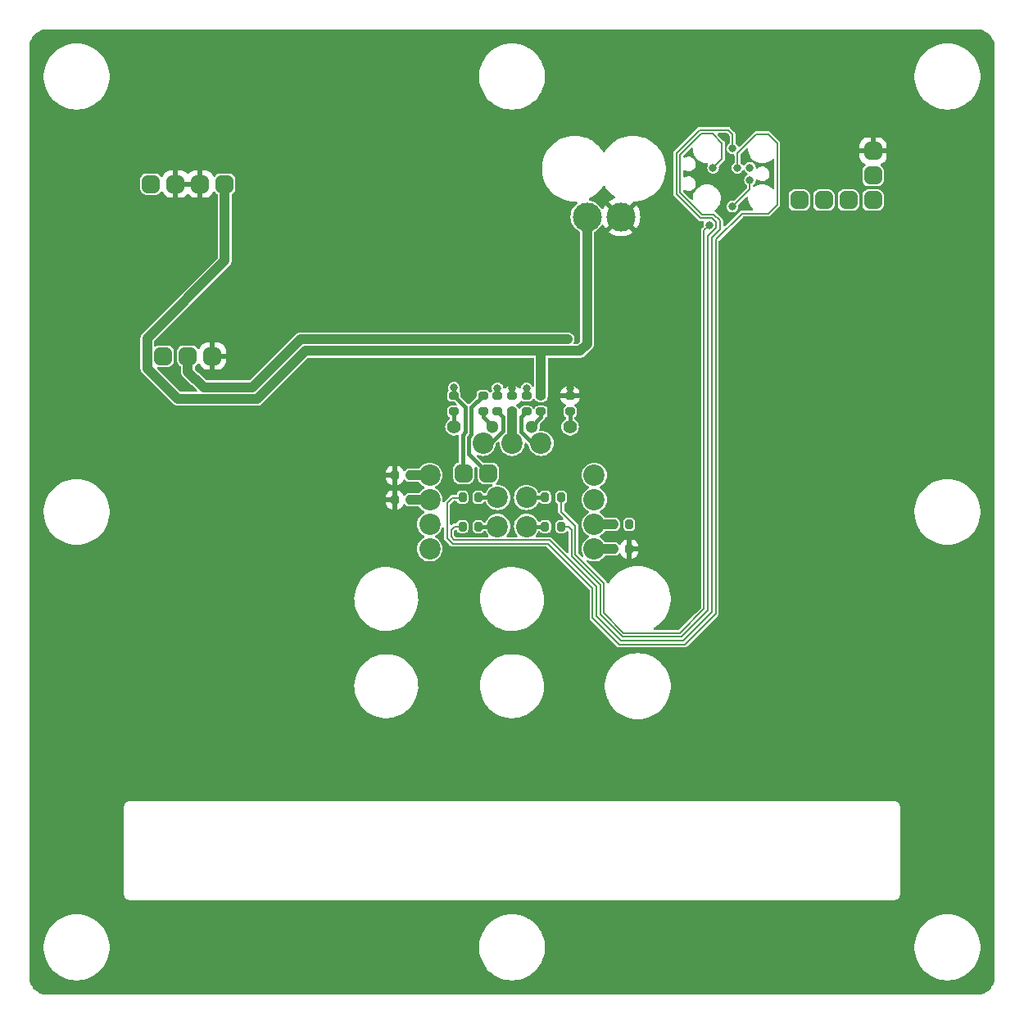
<source format=gbr>
%TF.GenerationSoftware,KiCad,Pcbnew,7.0.2-6a45011f42~172~ubuntu22.04.1*%
%TF.CreationDate,2023-05-30T13:10:43+12:00*%
%TF.ProjectId,THE_BRAWN-20A_LOGIC_FIXTURE,5448455f-4252-4415-974e-2d3230415f4c,v1.0*%
%TF.SameCoordinates,Original*%
%TF.FileFunction,Copper,L2,Bot*%
%TF.FilePolarity,Positive*%
%FSLAX46Y46*%
G04 Gerber Fmt 4.6, Leading zero omitted, Abs format (unit mm)*
G04 Created by KiCad (PCBNEW 7.0.2-6a45011f42~172~ubuntu22.04.1) date 2023-05-30 13:10:43*
%MOMM*%
%LPD*%
G01*
G04 APERTURE LIST*
G04 Aperture macros list*
%AMRoundRect*
0 Rectangle with rounded corners*
0 $1 Rounding radius*
0 $2 $3 $4 $5 $6 $7 $8 $9 X,Y pos of 4 corners*
0 Add a 4 corners polygon primitive as box body*
4,1,4,$2,$3,$4,$5,$6,$7,$8,$9,$2,$3,0*
0 Add four circle primitives for the rounded corners*
1,1,$1+$1,$2,$3*
1,1,$1+$1,$4,$5*
1,1,$1+$1,$6,$7*
1,1,$1+$1,$8,$9*
0 Add four rect primitives between the rounded corners*
20,1,$1+$1,$2,$3,$4,$5,0*
20,1,$1+$1,$4,$5,$6,$7,0*
20,1,$1+$1,$6,$7,$8,$9,0*
20,1,$1+$1,$8,$9,$2,$3,0*%
G04 Aperture macros list end*
%TA.AperFunction,ComponentPad*%
%ADD10C,2.200000*%
%TD*%
%TA.AperFunction,ComponentPad*%
%ADD11C,1.400000*%
%TD*%
%TA.AperFunction,ComponentPad*%
%ADD12C,1.300000*%
%TD*%
%TA.AperFunction,ComponentPad*%
%ADD13RoundRect,0.450000X0.450000X-0.450000X0.450000X0.450000X-0.450000X0.450000X-0.450000X-0.450000X0*%
%TD*%
%TA.AperFunction,ComponentPad*%
%ADD14C,3.000000*%
%TD*%
%TA.AperFunction,SMDPad,CuDef*%
%ADD15RoundRect,0.200000X0.275000X-0.200000X0.275000X0.200000X-0.275000X0.200000X-0.275000X-0.200000X0*%
%TD*%
%TA.AperFunction,SMDPad,CuDef*%
%ADD16RoundRect,0.200000X-0.200000X-0.275000X0.200000X-0.275000X0.200000X0.275000X-0.200000X0.275000X0*%
%TD*%
%TA.AperFunction,ComponentPad*%
%ADD17RoundRect,0.450000X0.450000X0.450000X-0.450000X0.450000X-0.450000X-0.450000X0.450000X-0.450000X0*%
%TD*%
%TA.AperFunction,ViaPad*%
%ADD18C,0.800000*%
%TD*%
%TA.AperFunction,Conductor*%
%ADD19C,1.000000*%
%TD*%
%TA.AperFunction,Conductor*%
%ADD20C,0.400000*%
%TD*%
%TA.AperFunction,Conductor*%
%ADD21C,0.200000*%
%TD*%
G04 APERTURE END LIST*
D10*
%TO.P,TP21,1,1*%
%TO.N,Net-(R15-Pad1)*%
X228500000Y-143820000D03*
%TD*%
%TO.P,TP14,1,1*%
%TO.N,Net-(R12-Pad1)*%
X221500000Y-138500000D03*
%TD*%
%TO.P,TP9,1,1*%
%TO.N,Net-(R6-Pad2)*%
X218500000Y-141500000D03*
%TD*%
%TO.P,TP1,1,1*%
%TO.N,Net-(R1-Pad2)*%
X211500000Y-136200000D03*
%TD*%
%TO.P,TP5,1,1*%
%TO.N,Net-(R3-Pad1)*%
X217000000Y-132900000D03*
%TD*%
D11*
%TO.P,TP12,1,1*%
%TO.N,Net-(R10-Pad1)*%
X226000000Y-131200000D03*
%TD*%
D10*
%TO.P,TP10,1,1*%
%TO.N,Net-(R8-Pad1)*%
X220000000Y-132900000D03*
%TD*%
%TO.P,TP19,1,1*%
%TO.N,/B_FET_N2_HS*%
X228500000Y-138740000D03*
%TD*%
D12*
%TO.P,TP11,1,1*%
%TO.N,Net-(R9-Pad1)*%
X222000000Y-131200000D03*
%TD*%
D10*
%TO.P,TP18,1,1*%
%TO.N,/B_FET_N1_HS*%
X228500000Y-136200000D03*
%TD*%
%TO.P,TP2,1,1*%
%TO.N,Net-(R2-Pad2)*%
X211500000Y-138740000D03*
%TD*%
D13*
%TO.P,J5,1,1*%
%TO.N,/MOTOR_1+*%
X215000000Y-136000000D03*
%TO.P,J5,2,2*%
%TO.N,/MOTOR_1-*%
X217540000Y-136000000D03*
%TD*%
D12*
%TO.P,TP7,1,1*%
%TO.N,Net-(R7-Pad1)*%
X218000000Y-131200000D03*
%TD*%
D10*
%TO.P,TP13,1,1*%
%TO.N,Net-(R11-Pad1)*%
X223000000Y-132900000D03*
%TD*%
%TO.P,TP20,1,1*%
%TO.N,Net-(R14-Pad1)*%
X228500000Y-141280000D03*
%TD*%
%TO.P,TP3,1,1*%
%TO.N,/A_FET_N2*%
X211500000Y-141280000D03*
%TD*%
D14*
%TO.P,TP17,1,1*%
%TO.N,/GND*%
X231250000Y-109500000D03*
%TD*%
D11*
%TO.P,TP6,1,1*%
%TO.N,Net-(R4-Pad1)*%
X214000000Y-131200000D03*
%TD*%
D10*
%TO.P,TP15,1,1*%
%TO.N,Net-(R13-Pad1)*%
X221500000Y-141500000D03*
%TD*%
D14*
%TO.P,TP16,1,1*%
%TO.N,/BATT+*%
X227750000Y-109500000D03*
%TD*%
D10*
%TO.P,TP8,1,1*%
%TO.N,Net-(R5-Pad2)*%
X218500000Y-138500000D03*
%TD*%
%TO.P,TP4,1,1*%
%TO.N,/A_FET_N1*%
X211500000Y-143820000D03*
%TD*%
D15*
%TO.P,R8,1*%
%TO.N,Net-(R8-Pad1)*%
X220000000Y-129625000D03*
%TO.P,R8,2*%
%TO.N,/GND*%
X220000000Y-127975000D03*
%TD*%
%TO.P,R3,1*%
%TO.N,Net-(R3-Pad1)*%
X218500000Y-129625000D03*
%TO.P,R3,2*%
%TO.N,/SIGNAL1*%
X218500000Y-127975000D03*
%TD*%
D13*
%TO.P,J3,1,1*%
%TO.N,/BATT+*%
X190310000Y-106110000D03*
%TO.P,J3,2,2*%
%TO.N,/GND*%
X187770000Y-106110000D03*
%TO.P,J3,3,3*%
X185230000Y-106110000D03*
%TO.P,J3,4,4*%
%TO.N,/SERVO*%
X182690000Y-106110000D03*
%TD*%
D16*
%TO.P,R14,1*%
%TO.N,Net-(R14-Pad1)*%
X230475000Y-141280000D03*
%TO.P,R14,2*%
%TO.N,/VCC*%
X232125000Y-141280000D03*
%TD*%
%TO.P,R1,1*%
%TO.N,/GND*%
X207875000Y-136200000D03*
%TO.P,R1,2*%
%TO.N,Net-(R1-Pad2)*%
X209525000Y-136200000D03*
%TD*%
D15*
%TO.P,R10,1*%
%TO.N,Net-(R10-Pad1)*%
X226000000Y-129625000D03*
%TO.P,R10,2*%
%TO.N,/GND*%
X226000000Y-127975000D03*
%TD*%
D13*
%TO.P,J2,1,1*%
%TO.N,unconnected-(J2-Pad1)*%
X254770000Y-107769500D03*
%TO.P,J2,2,2*%
%TO.N,/INVERT*%
X252230000Y-107769500D03*
%TO.P,J2,3,3*%
%TO.N,unconnected-(J2-Pad3)*%
X249690000Y-107769500D03*
%TD*%
D15*
%TO.P,R11,1*%
%TO.N,Net-(R11-Pad1)*%
X221500000Y-129625000D03*
%TO.P,R11,2*%
%TO.N,/INVERT*%
X221500000Y-127975000D03*
%TD*%
%TO.P,R4,1*%
%TO.N,Net-(R4-Pad1)*%
X214000000Y-129625000D03*
%TO.P,R4,2*%
%TO.N,/MOTOR_1+*%
X214000000Y-127975000D03*
%TD*%
D16*
%TO.P,R15,1*%
%TO.N,Net-(R15-Pad1)*%
X230475000Y-143820000D03*
%TO.P,R15,2*%
%TO.N,/GND*%
X232125000Y-143820000D03*
%TD*%
D15*
%TO.P,R7,1*%
%TO.N,Net-(R7-Pad1)*%
X217000000Y-129625000D03*
%TO.P,R7,2*%
%TO.N,/MOTOR_1-*%
X217000000Y-127975000D03*
%TD*%
D17*
%TO.P,J1,1,1*%
%TO.N,/GND*%
X257310000Y-102689500D03*
%TO.P,J1,2,2*%
%TO.N,/5V0*%
X257310000Y-105229500D03*
%TO.P,J1,3,3*%
%TO.N,/SIGNAL1*%
X257310000Y-107769500D03*
%TD*%
D15*
%TO.P,R9,1*%
%TO.N,Net-(R9-Pad1)*%
X223000000Y-129625000D03*
%TO.P,R9,2*%
%TO.N,/BATT+*%
X223000000Y-127975000D03*
%TD*%
D16*
%TO.P,R2,1*%
%TO.N,/GND*%
X207875000Y-138740000D03*
%TO.P,R2,2*%
%TO.N,Net-(R2-Pad2)*%
X209525000Y-138740000D03*
%TD*%
%TO.P,R12,1*%
%TO.N,Net-(R12-Pad1)*%
X223425000Y-138500000D03*
%TO.P,R12,2*%
%TO.N,/nRST*%
X225075000Y-138500000D03*
%TD*%
D13*
%TO.P,J4,1,1*%
%TO.N,/GND*%
X189040000Y-123890000D03*
%TO.P,J4,2,2*%
%TO.N,/5V0*%
X186500000Y-123890000D03*
%TO.P,J4,3,3*%
%TO.N,/SERVO_OUT*%
X183960000Y-123890000D03*
%TD*%
D16*
%TO.P,R5,1*%
%TO.N,/SWDIO*%
X214875000Y-138500000D03*
%TO.P,R5,2*%
%TO.N,Net-(R5-Pad2)*%
X216525000Y-138500000D03*
%TD*%
%TO.P,R13,1*%
%TO.N,Net-(R13-Pad1)*%
X223425000Y-141500000D03*
%TO.P,R13,2*%
%TO.N,/3V3*%
X225075000Y-141500000D03*
%TD*%
%TO.P,R6,1*%
%TO.N,/SWDCLK*%
X214875000Y-141500000D03*
%TO.P,R6,2*%
%TO.N,Net-(R6-Pad2)*%
X216525000Y-141500000D03*
%TD*%
D18*
%TO.N,/GND*%
X179965247Y-157664866D03*
X179965247Y-151314866D03*
X179965247Y-144964866D03*
%TO.N,/BATT+*%
X223000000Y-127275000D03*
%TO.N,/3V3*%
X244590000Y-104415000D03*
X242781950Y-102425000D03*
%TO.N,/nRST*%
X240400000Y-110331622D03*
X244590000Y-105685000D03*
X242775000Y-108450000D03*
%TO.N,/SWDIO*%
X243300000Y-104425000D03*
%TO.N,/SIGNAL1*%
X218500000Y-127225000D03*
%TO.N,/GND*%
X211715247Y-125914866D03*
X224415247Y-157664866D03*
X186315247Y-151314866D03*
X179965247Y-94164866D03*
X186315247Y-164014866D03*
X256165247Y-144964866D03*
X211715247Y-183064866D03*
X186315247Y-113214866D03*
X205365247Y-144964866D03*
X192665247Y-125914866D03*
X237115247Y-183064866D03*
X192665247Y-100514866D03*
X249815247Y-94164866D03*
X205365247Y-100514866D03*
X179965247Y-164014866D03*
X179965247Y-100514866D03*
X179965247Y-125914866D03*
X173615247Y-132264866D03*
X205365247Y-164014866D03*
X226000000Y-127225000D03*
X173615247Y-106864866D03*
X211715247Y-119564866D03*
X199015247Y-164014866D03*
X230765247Y-164014866D03*
X173615247Y-164014866D03*
X199015247Y-100514866D03*
X205365247Y-183064866D03*
X173615247Y-113214866D03*
X262515247Y-144964866D03*
X211715247Y-164014866D03*
X173615247Y-100514866D03*
X199015247Y-113214866D03*
X173615247Y-170364866D03*
X230765247Y-144964866D03*
X230765247Y-94164866D03*
X186315247Y-119564866D03*
X186315247Y-100514866D03*
X262515247Y-157664866D03*
X262515247Y-176714866D03*
X205365247Y-113214866D03*
X243465247Y-132264866D03*
X186315247Y-138614866D03*
X205365247Y-125914866D03*
X230765247Y-113214866D03*
X186315247Y-144964866D03*
X243465247Y-100514866D03*
X218065247Y-164014866D03*
X249815247Y-151314866D03*
X218065247Y-106864866D03*
X199015247Y-183064866D03*
X224415247Y-183064866D03*
X243465247Y-138614866D03*
X237115247Y-113214866D03*
X179965247Y-138614866D03*
X218065247Y-144964866D03*
X186315247Y-100514866D03*
X211715247Y-151314866D03*
X205365247Y-106864866D03*
X199015247Y-151314866D03*
X211715247Y-106864866D03*
X205365247Y-94164866D03*
X224415247Y-144964866D03*
X243465247Y-157664866D03*
X192665247Y-113214866D03*
X243465247Y-151314866D03*
X237115247Y-164014866D03*
X262515247Y-132264866D03*
X243375000Y-106875000D03*
X242050000Y-104400000D03*
X256165247Y-100514866D03*
X230765247Y-138614866D03*
X192665247Y-151314866D03*
X205365247Y-119564866D03*
X192665247Y-132264866D03*
X262515247Y-170364866D03*
X237115247Y-138614866D03*
X230765247Y-183064866D03*
X192665247Y-183064866D03*
X249815247Y-132264866D03*
X237115247Y-151314866D03*
X249815247Y-164014866D03*
X218122904Y-125622904D03*
X211715247Y-100514866D03*
X262515247Y-151314866D03*
X262515247Y-113214866D03*
X199015247Y-138614866D03*
X192665247Y-138614866D03*
X243465247Y-183064866D03*
X243465247Y-119564866D03*
X243465247Y-164014866D03*
X199015247Y-106864866D03*
X192665247Y-144964866D03*
X186315247Y-157664866D03*
X230765247Y-100514866D03*
X230765247Y-125914866D03*
X262515247Y-164014866D03*
X224415247Y-113214866D03*
X179965247Y-119564866D03*
X192665247Y-119564866D03*
X262515247Y-125914866D03*
X173615247Y-144964866D03*
X237115247Y-132264866D03*
X186315247Y-132264866D03*
X218065247Y-113214866D03*
X179965247Y-132264866D03*
X242082450Y-101250000D03*
X192665247Y-94164866D03*
X237115247Y-119564866D03*
X218065247Y-100514866D03*
X256165247Y-119564866D03*
X244000000Y-108450000D03*
X256165247Y-151314866D03*
X211715247Y-113214866D03*
X224584901Y-132286490D03*
X249815247Y-144964866D03*
X224415247Y-151314866D03*
X192665247Y-164014866D03*
X173615247Y-151314866D03*
X224415247Y-164014866D03*
X249815247Y-138614866D03*
X230765247Y-119564866D03*
X205365247Y-132264866D03*
X237115247Y-144964866D03*
X199015247Y-157664866D03*
X243465247Y-113214866D03*
X249815247Y-100514866D03*
X173615247Y-119564866D03*
X186315247Y-183064866D03*
X246697950Y-105925000D03*
X249815247Y-125914866D03*
X256165247Y-157664866D03*
X179965247Y-113214866D03*
X256165247Y-183064866D03*
X199015247Y-132264866D03*
X173615247Y-125914866D03*
X256165247Y-138614866D03*
X256165247Y-132264866D03*
X199015247Y-94164866D03*
X211715247Y-157664866D03*
X173615247Y-176714866D03*
X220000000Y-127225000D03*
X186315247Y-94164866D03*
X186315247Y-113214866D03*
X179965247Y-183064866D03*
X262515247Y-100514866D03*
X186315247Y-119564866D03*
X224415247Y-125914866D03*
X237115247Y-100514866D03*
X192665247Y-157664866D03*
X199015247Y-119564866D03*
X262515247Y-119564866D03*
X218065247Y-119564866D03*
X256165247Y-113214866D03*
X211715247Y-132264866D03*
X237115247Y-94164866D03*
X256165247Y-164014866D03*
X199015247Y-144964866D03*
X205365247Y-138614866D03*
X243465247Y-94164866D03*
X249815247Y-157664866D03*
X256165247Y-125914866D03*
X192665247Y-106864866D03*
X262515247Y-106864866D03*
X243465247Y-144964866D03*
X224415247Y-100514866D03*
X179965247Y-106864866D03*
X230765247Y-132264866D03*
X237115247Y-157664866D03*
X199015247Y-125914866D03*
X211715247Y-94164866D03*
X249815247Y-119564866D03*
X249815247Y-183064866D03*
X173615247Y-157664866D03*
X249815247Y-113214866D03*
X256165247Y-94164866D03*
X246697950Y-104200000D03*
X237115247Y-125914866D03*
X243465247Y-125914866D03*
X224415247Y-119564866D03*
%TO.N,/INVERT*%
X221500000Y-127225000D03*
%TO.N,/SWDCLK*%
X240775000Y-104425000D03*
%TO.N,/MOTOR_1+*%
X214000000Y-127150000D03*
%TO.N,/5V0*%
X225750000Y-122150000D03*
%TD*%
D19*
%TO.N,/BATT+*%
X223000000Y-127975000D02*
X223000000Y-123350000D01*
X182300000Y-125150000D02*
X182300000Y-122024478D01*
D20*
X222950000Y-127325000D02*
X222950000Y-128050000D01*
D19*
X198647056Y-123350000D02*
X193697056Y-128300000D01*
D20*
X222950000Y-127225000D02*
X223000000Y-127275000D01*
D19*
X227050000Y-123350000D02*
X222000000Y-123350000D01*
D20*
X222950000Y-127200000D02*
X222950000Y-127225000D01*
D19*
X182300000Y-122024478D02*
X190310000Y-114014478D01*
X227750000Y-122650000D02*
X227050000Y-123350000D01*
X227750000Y-109500000D02*
X227750000Y-122650000D01*
X193697056Y-128300000D02*
X185450000Y-128300000D01*
X223000000Y-127275000D02*
X223000000Y-127175000D01*
D20*
X223000000Y-127275000D02*
X222950000Y-127325000D01*
D19*
X190310000Y-114014478D02*
X190310000Y-106110000D01*
X222000000Y-123350000D02*
X198647056Y-123350000D01*
X223000000Y-127275000D02*
X223000000Y-127975000D01*
X223000000Y-123350000D02*
X222000000Y-123350000D01*
X185450000Y-128300000D02*
X182300000Y-125150000D01*
%TO.N,Net-(R1-Pad2)*%
X211500000Y-136200000D02*
X209525000Y-136200000D01*
%TO.N,Net-(R2-Pad2)*%
X209525000Y-138740000D02*
X211500000Y-138740000D01*
D21*
%TO.N,/3V3*%
X240690450Y-109632122D02*
X239447153Y-109632122D01*
X240249999Y-150165686D02*
X240249999Y-111471573D01*
X225075000Y-141500000D02*
X225800000Y-141500000D01*
X239359315Y-100525000D02*
X242347400Y-100525000D01*
X242347400Y-100525000D02*
X242781950Y-100959550D01*
X236994700Y-107179668D02*
X236994700Y-102889614D01*
X241100000Y-110041672D02*
X240690450Y-109632122D01*
X225800000Y-141500000D02*
X226150000Y-141850000D01*
X237515686Y-152900000D02*
X240249999Y-150165686D01*
X242781950Y-100959550D02*
X242781950Y-102425000D01*
X226150000Y-141850000D02*
X226150000Y-144578297D01*
X229100000Y-150615686D02*
X231384315Y-152900000D01*
X226150000Y-144578297D02*
X229100000Y-147528297D01*
X236994700Y-102889614D02*
X239359315Y-100525000D01*
X231384315Y-152900000D02*
X237515686Y-152900000D01*
X229100000Y-147528297D02*
X229100000Y-150615686D01*
X240249999Y-111471573D02*
X241100000Y-110621572D01*
X241100000Y-110621572D02*
X241100000Y-110041672D01*
X239447153Y-109632122D02*
X236994700Y-107179668D01*
D20*
%TO.N,Net-(R5-Pad2)*%
X218500000Y-138500000D02*
X216575000Y-138500000D01*
D21*
%TO.N,/nRST*%
X240400000Y-110331622D02*
X239849999Y-110881623D01*
X226550000Y-141450000D02*
X225075000Y-139975000D01*
X244590000Y-106649950D02*
X244590000Y-105685000D01*
X231550000Y-152500000D02*
X229500000Y-150450000D01*
X229500000Y-150450000D02*
X229500000Y-147362613D01*
X242789950Y-108450000D02*
X244590000Y-106649950D01*
X225075000Y-139975000D02*
X225075000Y-138500000D01*
X239849999Y-110881623D02*
X239849999Y-150000001D01*
X239849999Y-150000001D02*
X237350000Y-152500000D01*
X229500000Y-147362613D02*
X226550000Y-144412613D01*
X237350000Y-152500000D02*
X231550000Y-152500000D01*
X226550000Y-144412613D02*
X226550000Y-141450000D01*
X242775000Y-108450000D02*
X242789950Y-108450000D01*
%TO.N,/SWDIO*%
X246496833Y-100972550D02*
X245223167Y-100972550D01*
X243300000Y-102895717D02*
X243300000Y-104425000D01*
X213300000Y-142740686D02*
X213859315Y-143300000D01*
X246474283Y-109150000D02*
X247400000Y-108224283D01*
X228300000Y-150947058D02*
X231052945Y-153700000D01*
X241049999Y-111850001D02*
X243750000Y-109150000D01*
X228300000Y-147859669D02*
X228300000Y-150947058D01*
X237847058Y-153700000D02*
X241049999Y-150497056D01*
X241049999Y-150497056D02*
X241049999Y-111850001D01*
X245223167Y-100972550D02*
X243300000Y-102895717D01*
X213825000Y-138550000D02*
X213300000Y-139075000D01*
X247400000Y-108224283D02*
X247400000Y-101875717D01*
X243750000Y-109150000D02*
X246474283Y-109150000D01*
X231052945Y-153700000D02*
X237847058Y-153700000D01*
X223740331Y-143300000D02*
X228300000Y-147859669D01*
X213859315Y-143300000D02*
X223740331Y-143300000D01*
X214875000Y-138550000D02*
X213825000Y-138550000D01*
X247400000Y-101875717D02*
X246496833Y-100972550D01*
X213300000Y-139075000D02*
X213300000Y-142740686D01*
X214925000Y-138500000D02*
X214875000Y-138550000D01*
D20*
%TO.N,/SIGNAL1*%
X218500000Y-127225000D02*
X218500000Y-128050000D01*
%TO.N,/GND*%
X220000000Y-127225000D02*
X220000000Y-128050000D01*
D21*
X237125381Y-100525000D02*
X237115247Y-100514866D01*
X242082450Y-101250000D02*
X242082450Y-104367550D01*
D20*
X226000000Y-127225000D02*
X226000000Y-128050000D01*
D21*
X242082450Y-104367550D02*
X242050000Y-104400000D01*
D20*
%TO.N,/INVERT*%
X221500000Y-127225000D02*
X221500000Y-128050000D01*
X252200000Y-107799500D02*
X252230000Y-107769500D01*
%TO.N,/MOTOR_1-*%
X215500000Y-134000000D02*
X215500000Y-132278679D01*
X215800000Y-129175000D02*
X217000000Y-127975000D01*
X217500000Y-136000000D02*
X215500000Y-134000000D01*
X215500000Y-132278679D02*
X215800000Y-131978679D01*
X215800000Y-131978679D02*
X215800000Y-129175000D01*
X217540000Y-136000000D02*
X217500000Y-136000000D01*
%TO.N,Net-(R6-Pad2)*%
X216575000Y-141500000D02*
X218500000Y-141500000D01*
D21*
%TO.N,/SWDCLK*%
X241500000Y-110787258D02*
X240649999Y-111637259D01*
X240649999Y-150331371D02*
X240649999Y-112125000D01*
X239612839Y-109232122D02*
X240856136Y-109232122D01*
X240649999Y-111637259D02*
X240649999Y-112125000D01*
X237394700Y-103055300D02*
X237394700Y-107013983D01*
X213700000Y-142575000D02*
X214025000Y-142900000D01*
X239525000Y-100925000D02*
X237394700Y-103055300D01*
X241682450Y-101873167D02*
X240734283Y-100925000D01*
X231218630Y-153300000D02*
X237681372Y-153300000D01*
X237394700Y-107013983D02*
X239612839Y-109232122D01*
X237681372Y-153300000D02*
X240649999Y-150331371D01*
X214025000Y-142900000D02*
X223906017Y-142900000D01*
X240775000Y-104425000D02*
X241682450Y-103517550D01*
X214925000Y-141500000D02*
X214050000Y-141500000D01*
X240734283Y-100925000D02*
X239525000Y-100925000D01*
X241500000Y-109875987D02*
X241500000Y-110787258D01*
X214050000Y-141500000D02*
X213700000Y-141850000D01*
X228700000Y-147693983D02*
X228700000Y-150781372D01*
X228700000Y-150781372D02*
X231218630Y-153300000D01*
X223906017Y-142900000D02*
X228700000Y-147693983D01*
X240856136Y-109232122D02*
X241500000Y-109875987D01*
X213700000Y-141850000D02*
X213700000Y-142575000D01*
X241682450Y-103517550D02*
X241682450Y-101873167D01*
D20*
%TO.N,unconnected-(J2-Pad1)*%
X254800000Y-107799500D02*
X254770000Y-107769500D01*
%TO.N,/MOTOR_1+*%
X214000000Y-127150000D02*
X214000000Y-127975000D01*
X215200000Y-131730151D02*
X215200000Y-129175000D01*
X215000000Y-136000000D02*
X214900000Y-135900000D01*
X214900000Y-135900000D02*
X214900000Y-132030151D01*
X215200000Y-129175000D02*
X214000000Y-127975000D01*
X214900000Y-132030151D02*
X215200000Y-131730151D01*
D19*
%TO.N,Net-(R14-Pad1)*%
X230475000Y-141280000D02*
X228500000Y-141280000D01*
%TO.N,Net-(R15-Pad1)*%
X230475000Y-143820000D02*
X228500000Y-143820000D01*
D20*
%TO.N,Net-(R7-Pad1)*%
X217000000Y-129625000D02*
X217000000Y-130200000D01*
X217000000Y-130200000D02*
X218000000Y-131200000D01*
D19*
%TO.N,Net-(R8-Pad1)*%
X220000000Y-132900000D02*
X220000000Y-129625000D01*
D20*
%TO.N,Net-(R9-Pad1)*%
X223000000Y-130200000D02*
X222000000Y-131200000D01*
X223000000Y-129625000D02*
X223000000Y-130200000D01*
%TO.N,Net-(R3-Pad1)*%
X217000000Y-132900000D02*
X217784925Y-132900000D01*
X219050000Y-131634925D02*
X219050000Y-130175000D01*
X219050000Y-130175000D02*
X218500000Y-129625000D01*
X217784925Y-132900000D02*
X219050000Y-131634925D01*
%TO.N,Net-(R10-Pad1)*%
X226000000Y-129625000D02*
X226000000Y-131200000D01*
%TO.N,Net-(R4-Pad1)*%
X214000000Y-129625000D02*
X214000000Y-131200000D01*
%TO.N,Net-(R11-Pad1)*%
X223000000Y-132900000D02*
X222121321Y-132900000D01*
X222121321Y-132900000D02*
X220950000Y-131728679D01*
X220950000Y-130175000D02*
X221500000Y-129625000D01*
X220950000Y-131728679D02*
X220950000Y-130175000D01*
%TO.N,Net-(R12-Pad1)*%
X223425000Y-138500000D02*
X221500000Y-138500000D01*
%TO.N,Net-(R13-Pad1)*%
X221500000Y-141500000D02*
X223425000Y-141500000D01*
D19*
%TO.N,/5V0*%
X188140000Y-127100000D02*
X193190000Y-127100000D01*
X186490000Y-123890000D02*
X186490000Y-125500000D01*
X186490000Y-125500000D02*
X187240000Y-126250000D01*
X187290000Y-126250000D02*
X188140000Y-127100000D01*
X193190000Y-127100000D02*
X198140000Y-122150000D01*
X198140000Y-122150000D02*
X225750000Y-122150000D01*
%TD*%
%TA.AperFunction,Conductor*%
%TO.N,/GND*%
G36*
X238625082Y-102354054D02*
G01*
X238681918Y-102396601D01*
X238706729Y-102463121D01*
X238707050Y-102472110D01*
X238707050Y-102629155D01*
X238744451Y-102853282D01*
X238746274Y-102864206D01*
X238763787Y-102915220D01*
X238823650Y-103089596D01*
X238937069Y-103299177D01*
X238945010Y-103309379D01*
X239083440Y-103487235D01*
X239083442Y-103487237D01*
X239083443Y-103487238D01*
X239258764Y-103648632D01*
X239304453Y-103678482D01*
X239458266Y-103778973D01*
X239676498Y-103874699D01*
X239907510Y-103933199D01*
X240085528Y-103947950D01*
X240088142Y-103947950D01*
X240134051Y-103947950D01*
X240202172Y-103967952D01*
X240248665Y-104021608D01*
X240258769Y-104091882D01*
X240250460Y-104122168D01*
X240189955Y-104268238D01*
X240169318Y-104424999D01*
X240189955Y-104581761D01*
X240250464Y-104727842D01*
X240346717Y-104853282D01*
X240472157Y-104949535D01*
X240472158Y-104949535D01*
X240472159Y-104949536D01*
X240618238Y-105010044D01*
X240775000Y-105030682D01*
X240931762Y-105010044D01*
X241077841Y-104949536D01*
X241203282Y-104853282D01*
X241299536Y-104727841D01*
X241360044Y-104581762D01*
X241380682Y-104425000D01*
X241367768Y-104326912D01*
X241378707Y-104256767D01*
X241403592Y-104221377D01*
X241845738Y-103779231D01*
X241859630Y-103769237D01*
X241866674Y-103761509D01*
X241866678Y-103761508D01*
X241897916Y-103727239D01*
X241901872Y-103723097D01*
X241914624Y-103710347D01*
X241914628Y-103710340D01*
X241915375Y-103709594D01*
X241924461Y-103698122D01*
X241942366Y-103678483D01*
X241944783Y-103672241D01*
X241958325Y-103646549D01*
X241962106Y-103641031D01*
X241968189Y-103615164D01*
X241973350Y-103598501D01*
X241982950Y-103573723D01*
X241982950Y-103567030D01*
X241986297Y-103538181D01*
X241987829Y-103531669D01*
X241984158Y-103505352D01*
X241982950Y-103487945D01*
X241982950Y-102698672D01*
X242002952Y-102630551D01*
X242056608Y-102584058D01*
X242126882Y-102573954D01*
X242191462Y-102603448D01*
X242225359Y-102650454D01*
X242257414Y-102727842D01*
X242353667Y-102853282D01*
X242479107Y-102949535D01*
X242479108Y-102949535D01*
X242479109Y-102949536D01*
X242625188Y-103010044D01*
X242781950Y-103030682D01*
X242857054Y-103020794D01*
X242927201Y-103031733D01*
X242980300Y-103078861D01*
X242999499Y-103145716D01*
X242999500Y-103836531D01*
X242979498Y-103904652D01*
X242950204Y-103936493D01*
X242871717Y-103996717D01*
X242775464Y-104122157D01*
X242714955Y-104268238D01*
X242694318Y-104424999D01*
X242714955Y-104581761D01*
X242775464Y-104727842D01*
X242871717Y-104853282D01*
X242997157Y-104949535D01*
X242997158Y-104949535D01*
X242997159Y-104949536D01*
X243143238Y-105010044D01*
X243300000Y-105030682D01*
X243456762Y-105010044D01*
X243602841Y-104949536D01*
X243728282Y-104853282D01*
X243824536Y-104727841D01*
X243829326Y-104716276D01*
X243830662Y-104713052D01*
X243875209Y-104657771D01*
X243942572Y-104635349D01*
X244011364Y-104652906D01*
X244059743Y-104704868D01*
X244063480Y-104713052D01*
X244065464Y-104717842D01*
X244161717Y-104843282D01*
X244300319Y-104949635D01*
X244297414Y-104953420D01*
X244328110Y-104978174D01*
X244350508Y-105045545D01*
X244332927Y-105114331D01*
X244297768Y-105147041D01*
X244300319Y-105150365D01*
X244161717Y-105256717D01*
X244065464Y-105382157D01*
X244004955Y-105528238D01*
X243984318Y-105684999D01*
X244004955Y-105841761D01*
X244065464Y-105987842D01*
X244161715Y-106113279D01*
X244161716Y-106113280D01*
X244161718Y-106113282D01*
X244240206Y-106173507D01*
X244282071Y-106230843D01*
X244289500Y-106273468D01*
X244289500Y-106473288D01*
X244269498Y-106541409D01*
X244252595Y-106562383D01*
X242991834Y-107823143D01*
X242929522Y-107857169D01*
X242886293Y-107858969D01*
X242775000Y-107844318D01*
X242774999Y-107844318D01*
X242618238Y-107864955D01*
X242472157Y-107925464D01*
X242346717Y-108021717D01*
X242250464Y-108147157D01*
X242189955Y-108293238D01*
X242169318Y-108449999D01*
X242189955Y-108606761D01*
X242250464Y-108752842D01*
X242346717Y-108878282D01*
X242472157Y-108974535D01*
X242472158Y-108974535D01*
X242472159Y-108974536D01*
X242618238Y-109035044D01*
X242775000Y-109055682D01*
X242931762Y-109035044D01*
X243077841Y-108974536D01*
X243203282Y-108878282D01*
X243299536Y-108752841D01*
X243360044Y-108606762D01*
X243380682Y-108450000D01*
X243369508Y-108365124D01*
X243380447Y-108294976D01*
X243405330Y-108259589D01*
X244206957Y-107457962D01*
X244269267Y-107423939D01*
X244340083Y-107429004D01*
X244396918Y-107471551D01*
X244421729Y-107538071D01*
X244422050Y-107547060D01*
X244422049Y-107709155D01*
X244461273Y-107944202D01*
X244538650Y-108169596D01*
X244652069Y-108379177D01*
X244798440Y-108567235D01*
X244867489Y-108630799D01*
X244904060Y-108691652D01*
X244901925Y-108762616D01*
X244861764Y-108821162D01*
X244796326Y-108848700D01*
X244782151Y-108849500D01*
X243819570Y-108849500D01*
X243802678Y-108846744D01*
X243745963Y-108849366D01*
X243740146Y-108849500D01*
X243721098Y-108849500D01*
X243706557Y-108851186D01*
X243680009Y-108852413D01*
X243673878Y-108855121D01*
X243646150Y-108863707D01*
X243639566Y-108864938D01*
X243616969Y-108878928D01*
X243601544Y-108887059D01*
X243577234Y-108897793D01*
X243572499Y-108902529D01*
X243549745Y-108920552D01*
X243544048Y-108924079D01*
X243528030Y-108945290D01*
X243516578Y-108958449D01*
X242015595Y-110459433D01*
X241953283Y-110493458D01*
X241882468Y-110488394D01*
X241825632Y-110445847D01*
X241800821Y-110379327D01*
X241800500Y-110370338D01*
X241800500Y-109945559D01*
X241803255Y-109928669D01*
X241802772Y-109918224D01*
X241802773Y-109918223D01*
X241800634Y-109871951D01*
X241800500Y-109866134D01*
X241800500Y-109847082D01*
X241798811Y-109832541D01*
X241797585Y-109805996D01*
X241794878Y-109799867D01*
X241786289Y-109772125D01*
X241785061Y-109765556D01*
X241785061Y-109765554D01*
X241771069Y-109742956D01*
X241762943Y-109727540D01*
X241752206Y-109703222D01*
X241747473Y-109698489D01*
X241729445Y-109675729D01*
X241725919Y-109670035D01*
X241725917Y-109670033D01*
X241704717Y-109654024D01*
X241691553Y-109642569D01*
X241117817Y-109068832D01*
X241107818Y-109054935D01*
X241065852Y-109016677D01*
X241061662Y-109012677D01*
X241048933Y-108999948D01*
X241048932Y-108999947D01*
X241048184Y-108999199D01*
X241036711Y-108990111D01*
X241006992Y-108963020D01*
X240964559Y-108930409D01*
X240940591Y-108863581D01*
X240956559Y-108794403D01*
X240997458Y-108750699D01*
X241031234Y-108728633D01*
X241206560Y-108567235D01*
X241352929Y-108379179D01*
X241466349Y-108169597D01*
X241543726Y-107944206D01*
X241575973Y-107750964D01*
X241582950Y-107709155D01*
X241582950Y-107470844D01*
X241549293Y-107269155D01*
X241543726Y-107235794D01*
X241466349Y-107010403D01*
X241416146Y-106917635D01*
X241352930Y-106800822D01*
X241323584Y-106763118D01*
X241206560Y-106612765D01*
X241206556Y-106612761D01*
X241031235Y-106451367D01*
X240831734Y-106321027D01*
X240613500Y-106225300D01*
X240382495Y-106166802D01*
X240382493Y-106166801D01*
X240382490Y-106166801D01*
X240263332Y-106156927D01*
X240207070Y-106152265D01*
X240207063Y-106152264D01*
X240204472Y-106152050D01*
X240085528Y-106152050D01*
X240082937Y-106152264D01*
X240082929Y-106152265D01*
X240009807Y-106158324D01*
X239907510Y-106166801D01*
X239907507Y-106166801D01*
X239907504Y-106166802D01*
X239676499Y-106225300D01*
X239458265Y-106321027D01*
X239258764Y-106451367D01*
X239083440Y-106612763D01*
X239051165Y-106654230D01*
X239041496Y-106661187D01*
X239041066Y-106663489D01*
X239028201Y-106683735D01*
X238937071Y-106800819D01*
X238823650Y-107010403D01*
X238746273Y-107235797D01*
X238707050Y-107470844D01*
X238707050Y-107597171D01*
X238687048Y-107665292D01*
X238633392Y-107711785D01*
X238563118Y-107721889D01*
X238498538Y-107692395D01*
X238491955Y-107686266D01*
X237732105Y-106926416D01*
X237698079Y-106864104D01*
X237695200Y-106837321D01*
X237695200Y-106831239D01*
X237715202Y-106763118D01*
X237768858Y-106716625D01*
X237839132Y-106706521D01*
X237877742Y-106718639D01*
X237983185Y-106771594D01*
X238152829Y-106811800D01*
X238152831Y-106811800D01*
X238279767Y-106811800D01*
X238283436Y-106811800D01*
X238413164Y-106796637D01*
X238576993Y-106737008D01*
X238722654Y-106641205D01*
X238837122Y-106519876D01*
X238840713Y-106517777D01*
X238842610Y-106513847D01*
X238929467Y-106363407D01*
X238979469Y-106196388D01*
X238989607Y-106022340D01*
X238959332Y-105850646D01*
X238890279Y-105690562D01*
X238886138Y-105685000D01*
X238786169Y-105550718D01*
X238652614Y-105438650D01*
X238496817Y-105360407D01*
X238496816Y-105360406D01*
X238496815Y-105360406D01*
X238327171Y-105320200D01*
X238196564Y-105320200D01*
X238192936Y-105320623D01*
X238192919Y-105320625D01*
X238066834Y-105335363D01*
X237903007Y-105394991D01*
X237890437Y-105403259D01*
X237822532Y-105423980D01*
X237754204Y-105404699D01*
X237707146Y-105351538D01*
X237695200Y-105297987D01*
X237695200Y-104799239D01*
X237715202Y-104731118D01*
X237768858Y-104684625D01*
X237839132Y-104674521D01*
X237877742Y-104686639D01*
X237983185Y-104739594D01*
X238152829Y-104779800D01*
X238152831Y-104779800D01*
X238279767Y-104779800D01*
X238283436Y-104779800D01*
X238413164Y-104764637D01*
X238576993Y-104705008D01*
X238722654Y-104609205D01*
X238842296Y-104482393D01*
X238929467Y-104331407D01*
X238979469Y-104164388D01*
X238989607Y-103990340D01*
X238959332Y-103818646D01*
X238890279Y-103658562D01*
X238882887Y-103648633D01*
X238786169Y-103518718D01*
X238652614Y-103406650D01*
X238496817Y-103328407D01*
X238496816Y-103328406D01*
X238496815Y-103328406D01*
X238327171Y-103288200D01*
X238196564Y-103288200D01*
X238192936Y-103288623D01*
X238192919Y-103288625D01*
X238066834Y-103303363D01*
X237903007Y-103362991D01*
X237890437Y-103371259D01*
X237822532Y-103391980D01*
X237754204Y-103372699D01*
X237707146Y-103319538D01*
X237695200Y-103265987D01*
X237695200Y-103231960D01*
X237715202Y-103163839D01*
X237732100Y-103142869D01*
X238491955Y-102383014D01*
X238554267Y-102348989D01*
X238625082Y-102354054D01*
G37*
%TD.AperFunction*%
%TA.AperFunction,Conductor*%
G36*
X244340082Y-102384771D02*
G01*
X244396918Y-102427318D01*
X244421729Y-102493838D01*
X244422050Y-102502827D01*
X244422050Y-102629155D01*
X244459451Y-102853282D01*
X244461274Y-102864206D01*
X244478787Y-102915220D01*
X244538650Y-103089596D01*
X244652069Y-103299177D01*
X244660010Y-103309379D01*
X244798440Y-103487235D01*
X244798442Y-103487237D01*
X244798443Y-103487238D01*
X244973762Y-103648630D01*
X244973764Y-103648631D01*
X244973766Y-103648633D01*
X244989034Y-103658608D01*
X244994425Y-103662130D01*
X245035239Y-103709952D01*
X245066576Y-103712569D01*
X245090051Y-103724606D01*
X245173266Y-103778973D01*
X245391498Y-103874699D01*
X245622510Y-103933199D01*
X245800528Y-103947950D01*
X245803142Y-103947950D01*
X245916858Y-103947950D01*
X245919472Y-103947950D01*
X246097490Y-103933199D01*
X246328502Y-103874699D01*
X246546734Y-103778973D01*
X246746234Y-103648633D01*
X246888163Y-103517978D01*
X246951827Y-103486558D01*
X247022373Y-103494545D01*
X247077402Y-103539404D01*
X247099443Y-103606892D01*
X247099500Y-103610680D01*
X247099500Y-106489319D01*
X247079498Y-106557440D01*
X247025842Y-106603933D01*
X246955568Y-106614037D01*
X246890988Y-106584543D01*
X246888163Y-106582020D01*
X246746235Y-106451367D01*
X246546734Y-106321027D01*
X246328500Y-106225300D01*
X246097495Y-106166802D01*
X246097493Y-106166801D01*
X246097490Y-106166801D01*
X245978332Y-106156927D01*
X245922070Y-106152265D01*
X245922063Y-106152264D01*
X245919472Y-106152050D01*
X245800528Y-106152050D01*
X245797937Y-106152264D01*
X245797929Y-106152265D01*
X245724807Y-106158324D01*
X245622510Y-106166801D01*
X245622507Y-106166801D01*
X245622504Y-106166802D01*
X245391499Y-106225300D01*
X245173265Y-106321027D01*
X245090049Y-106375395D01*
X245022080Y-106395908D01*
X244953811Y-106376419D01*
X244906917Y-106323114D01*
X244896285Y-106252918D01*
X244925292Y-106188117D01*
X244944427Y-106169952D01*
X245018282Y-106113282D01*
X245114536Y-105987841D01*
X245175044Y-105841762D01*
X245191651Y-105715615D01*
X245220372Y-105650692D01*
X245279636Y-105611599D01*
X245350628Y-105610754D01*
X245397563Y-105635542D01*
X245447386Y-105677349D01*
X245603185Y-105755594D01*
X245772829Y-105795800D01*
X245772831Y-105795800D01*
X245899767Y-105795800D01*
X245903436Y-105795800D01*
X246033164Y-105780637D01*
X246196993Y-105721008D01*
X246342654Y-105625205D01*
X246462296Y-105498393D01*
X246549467Y-105347407D01*
X246599469Y-105180388D01*
X246609607Y-105006340D01*
X246579332Y-104834646D01*
X246510279Y-104674562D01*
X246510248Y-104674521D01*
X246406169Y-104534718D01*
X246272614Y-104422650D01*
X246116817Y-104344407D01*
X246116816Y-104344406D01*
X246116815Y-104344406D01*
X245947171Y-104304200D01*
X245816564Y-104304200D01*
X245812936Y-104304623D01*
X245812919Y-104304625D01*
X245686834Y-104319363D01*
X245523009Y-104378990D01*
X245385328Y-104469545D01*
X245317423Y-104490266D01*
X245249094Y-104470985D01*
X245202036Y-104417824D01*
X245191169Y-104380722D01*
X245175044Y-104258238D01*
X245114536Y-104112159D01*
X245114535Y-104112158D01*
X245114535Y-104112157D01*
X245018281Y-103986717D01*
X244944437Y-103930054D01*
X244914041Y-103888427D01*
X244889107Y-103888240D01*
X244877293Y-103884023D01*
X244746761Y-103829955D01*
X244590000Y-103809318D01*
X244433238Y-103829955D01*
X244287157Y-103890464D01*
X244161717Y-103986717D01*
X244065464Y-104112157D01*
X244059336Y-104126951D01*
X244014786Y-104182231D01*
X243947422Y-104204650D01*
X243878631Y-104187090D01*
X243830254Y-104135127D01*
X243826527Y-104126967D01*
X243824536Y-104122159D01*
X243824533Y-104122156D01*
X243824533Y-104122154D01*
X243728282Y-103996717D01*
X243649796Y-103936493D01*
X243607929Y-103879155D01*
X243600500Y-103836531D01*
X243600500Y-103072377D01*
X243620502Y-103004256D01*
X243637405Y-102983282D01*
X244206955Y-102413732D01*
X244269267Y-102379706D01*
X244340082Y-102384771D01*
G37*
%TD.AperFunction*%
%TA.AperFunction,Conductor*%
G36*
X242238860Y-100845502D02*
G01*
X242259834Y-100862405D01*
X242444545Y-101047116D01*
X242478571Y-101109428D01*
X242481450Y-101136211D01*
X242481450Y-101836531D01*
X242461448Y-101904652D01*
X242432154Y-101936493D01*
X242353667Y-101996717D01*
X242257415Y-102122156D01*
X242225359Y-102199546D01*
X242180810Y-102254826D01*
X242113447Y-102277247D01*
X242044656Y-102259689D01*
X241996277Y-102207726D01*
X241982950Y-102151327D01*
X241982950Y-101942739D01*
X241985705Y-101925849D01*
X241985222Y-101915404D01*
X241985223Y-101915403D01*
X241983084Y-101869131D01*
X241982950Y-101863314D01*
X241982950Y-101844262D01*
X241981261Y-101829721D01*
X241980035Y-101803176D01*
X241977328Y-101797047D01*
X241968739Y-101769305D01*
X241967511Y-101762734D01*
X241953519Y-101740136D01*
X241945393Y-101724720D01*
X241934656Y-101700402D01*
X241929923Y-101695669D01*
X241911895Y-101672909D01*
X241908369Y-101667215D01*
X241887163Y-101651201D01*
X241874000Y-101639746D01*
X241274849Y-101040595D01*
X241240823Y-100978283D01*
X241245888Y-100907468D01*
X241288435Y-100850632D01*
X241354955Y-100825821D01*
X241363944Y-100825500D01*
X242170739Y-100825500D01*
X242238860Y-100845502D01*
G37*
%TD.AperFunction*%
%TA.AperFunction,Conductor*%
G36*
X229579662Y-106281555D02*
G01*
X229607963Y-106314216D01*
X229645389Y-106376419D01*
X229681310Y-106436119D01*
X229904462Y-106729670D01*
X229906813Y-106732152D01*
X229906814Y-106732153D01*
X230155698Y-106994897D01*
X230155703Y-106994902D01*
X230158044Y-106997373D01*
X230439083Y-107236090D01*
X230632899Y-107367501D01*
X230637849Y-107370857D01*
X230683007Y-107425641D01*
X230691377Y-107496143D01*
X230660303Y-107559978D01*
X230601135Y-107596473D01*
X230580139Y-107602355D01*
X230572039Y-107605235D01*
X230327981Y-107711245D01*
X230320352Y-107715197D01*
X230092997Y-107853454D01*
X230085983Y-107858405D01*
X230020715Y-107911504D01*
X230020714Y-107911505D01*
X230928201Y-108818992D01*
X230911109Y-108825213D01*
X230764627Y-108921555D01*
X230644312Y-109049082D01*
X230569482Y-109178691D01*
X229660541Y-108269750D01*
X229532796Y-108450724D01*
X229528339Y-108458056D01*
X229437317Y-108633719D01*
X229388218Y-108685000D01*
X229319188Y-108701595D01*
X229252144Y-108678235D01*
X229216325Y-108638749D01*
X229158962Y-108539393D01*
X229158961Y-108539392D01*
X229158959Y-108539388D01*
X229000050Y-108340123D01*
X228813217Y-108166768D01*
X228813214Y-108166766D01*
X228813212Y-108166764D01*
X228602634Y-108023195D01*
X228373004Y-107912610D01*
X228129461Y-107837488D01*
X228129458Y-107837487D01*
X228026240Y-107821929D01*
X227961864Y-107791998D01*
X227923887Y-107732012D01*
X227924370Y-107661017D01*
X227963159Y-107601553D01*
X227985996Y-107586018D01*
X228255716Y-107443022D01*
X228560917Y-107236090D01*
X228841956Y-106997373D01*
X229095538Y-106729670D01*
X229318690Y-106436119D01*
X229392036Y-106314215D01*
X229444293Y-106266159D01*
X229514238Y-106253983D01*
X229579662Y-106281555D01*
G37*
%TD.AperFunction*%
%TA.AperFunction,Conductor*%
G36*
X187310507Y-105900156D02*
G01*
X187270000Y-106038111D01*
X187270000Y-106181889D01*
X187310507Y-106319844D01*
X187338884Y-106364000D01*
X185661116Y-106364000D01*
X185689493Y-106319844D01*
X185730000Y-106181889D01*
X185730000Y-106038111D01*
X185689493Y-105900156D01*
X185661116Y-105856000D01*
X187338884Y-105856000D01*
X187310507Y-105900156D01*
G37*
%TD.AperFunction*%
%TA.AperFunction,Conductor*%
G36*
X268004119Y-90100770D02*
G01*
X268016905Y-90101608D01*
X268239699Y-90116210D01*
X268256022Y-90118358D01*
X268483539Y-90163615D01*
X268499442Y-90167876D01*
X268719095Y-90242439D01*
X268734302Y-90248738D01*
X268942351Y-90351336D01*
X268956608Y-90359567D01*
X269149478Y-90488438D01*
X269162543Y-90498463D01*
X269336946Y-90651411D01*
X269348588Y-90663053D01*
X269501532Y-90837451D01*
X269511565Y-90850527D01*
X269640427Y-91043383D01*
X269648668Y-91057657D01*
X269751257Y-91265687D01*
X269757564Y-91280914D01*
X269832120Y-91500549D01*
X269836386Y-91516468D01*
X269881639Y-91743967D01*
X269883790Y-91760308D01*
X269899230Y-91995880D01*
X269899500Y-92004121D01*
X269899500Y-187995878D01*
X269899230Y-188004119D01*
X269883790Y-188239691D01*
X269881639Y-188256032D01*
X269836386Y-188483531D01*
X269832120Y-188499450D01*
X269757564Y-188719085D01*
X269751257Y-188734312D01*
X269648668Y-188942342D01*
X269640427Y-188956616D01*
X269511565Y-189149472D01*
X269501532Y-189162548D01*
X269348594Y-189336940D01*
X269336940Y-189348594D01*
X269162548Y-189501532D01*
X269149472Y-189511565D01*
X268956616Y-189640427D01*
X268942342Y-189648668D01*
X268734312Y-189751257D01*
X268719085Y-189757564D01*
X268499450Y-189832120D01*
X268483531Y-189836386D01*
X268256032Y-189881639D01*
X268239691Y-189883790D01*
X268004120Y-189899230D01*
X267995879Y-189899500D01*
X172004121Y-189899500D01*
X171995880Y-189899230D01*
X171760308Y-189883790D01*
X171743967Y-189881639D01*
X171516468Y-189836386D01*
X171500549Y-189832120D01*
X171280914Y-189757564D01*
X171265687Y-189751257D01*
X171263643Y-189750249D01*
X171057653Y-189648666D01*
X171043387Y-189640429D01*
X170850524Y-189511562D01*
X170837451Y-189501532D01*
X170707911Y-189387928D01*
X170663053Y-189348588D01*
X170651411Y-189336946D01*
X170498463Y-189162543D01*
X170488438Y-189149478D01*
X170359567Y-188956608D01*
X170351336Y-188942351D01*
X170248738Y-188734302D01*
X170242439Y-188719095D01*
X170167876Y-188499442D01*
X170163615Y-188483539D01*
X170118358Y-188256022D01*
X170116210Y-188239701D01*
X170100768Y-188004089D01*
X170100500Y-187995902D01*
X170100500Y-187973071D01*
X170100500Y-185184370D01*
X171599500Y-185184370D01*
X171599868Y-185187757D01*
X171599869Y-185187768D01*
X171638092Y-185539220D01*
X171639368Y-185550948D01*
X171640100Y-185554275D01*
X171640101Y-185554279D01*
X171717901Y-185907730D01*
X171717904Y-185907741D01*
X171718636Y-185911066D01*
X171836375Y-186260503D01*
X171991205Y-186595162D01*
X172181310Y-186911119D01*
X172404462Y-187204670D01*
X172406813Y-187207152D01*
X172406814Y-187207153D01*
X172655698Y-187469897D01*
X172655703Y-187469902D01*
X172658044Y-187472373D01*
X172939083Y-187711090D01*
X173244284Y-187918022D01*
X173570070Y-188090743D01*
X173912621Y-188227227D01*
X174267919Y-188325875D01*
X174631801Y-188385531D01*
X174907890Y-188400500D01*
X174909610Y-188400500D01*
X175090390Y-188400500D01*
X175092110Y-188400500D01*
X175368199Y-188385531D01*
X175732081Y-188325875D01*
X176087379Y-188227227D01*
X176429930Y-188090743D01*
X176755716Y-187918022D01*
X177060917Y-187711090D01*
X177341956Y-187472373D01*
X177595538Y-187204670D01*
X177818690Y-186911119D01*
X178008795Y-186595162D01*
X178163625Y-186260503D01*
X178281364Y-185911066D01*
X178360632Y-185550948D01*
X178400500Y-185184370D01*
X216599500Y-185184370D01*
X216599868Y-185187757D01*
X216599869Y-185187768D01*
X216638092Y-185539220D01*
X216639368Y-185550948D01*
X216640100Y-185554275D01*
X216640101Y-185554279D01*
X216717901Y-185907730D01*
X216717904Y-185907741D01*
X216718636Y-185911066D01*
X216836375Y-186260503D01*
X216991205Y-186595162D01*
X217181310Y-186911119D01*
X217404462Y-187204670D01*
X217406813Y-187207152D01*
X217406814Y-187207153D01*
X217655698Y-187469897D01*
X217655703Y-187469902D01*
X217658044Y-187472373D01*
X217939083Y-187711090D01*
X218244284Y-187918022D01*
X218570070Y-188090743D01*
X218912621Y-188227227D01*
X219267919Y-188325875D01*
X219631801Y-188385531D01*
X219907890Y-188400500D01*
X219909610Y-188400500D01*
X220090390Y-188400500D01*
X220092110Y-188400500D01*
X220368199Y-188385531D01*
X220732081Y-188325875D01*
X221087379Y-188227227D01*
X221429930Y-188090743D01*
X221755716Y-187918022D01*
X222060917Y-187711090D01*
X222341956Y-187472373D01*
X222595538Y-187204670D01*
X222818690Y-186911119D01*
X223008795Y-186595162D01*
X223163625Y-186260503D01*
X223281364Y-185911066D01*
X223360632Y-185550948D01*
X223400500Y-185184370D01*
X261599500Y-185184370D01*
X261599868Y-185187757D01*
X261599869Y-185187768D01*
X261638092Y-185539220D01*
X261639368Y-185550948D01*
X261640100Y-185554275D01*
X261640101Y-185554279D01*
X261717901Y-185907730D01*
X261717904Y-185907741D01*
X261718636Y-185911066D01*
X261836375Y-186260503D01*
X261991205Y-186595162D01*
X262181310Y-186911119D01*
X262404462Y-187204670D01*
X262406813Y-187207152D01*
X262406814Y-187207153D01*
X262655698Y-187469897D01*
X262655703Y-187469902D01*
X262658044Y-187472373D01*
X262939083Y-187711090D01*
X263244284Y-187918022D01*
X263570070Y-188090743D01*
X263912621Y-188227227D01*
X264267919Y-188325875D01*
X264631801Y-188385531D01*
X264907890Y-188400500D01*
X264909610Y-188400500D01*
X265090390Y-188400500D01*
X265092110Y-188400500D01*
X265368199Y-188385531D01*
X265732081Y-188325875D01*
X266087379Y-188227227D01*
X266429930Y-188090743D01*
X266755716Y-187918022D01*
X267060917Y-187711090D01*
X267341956Y-187472373D01*
X267595538Y-187204670D01*
X267818690Y-186911119D01*
X268008795Y-186595162D01*
X268163625Y-186260503D01*
X268281364Y-185911066D01*
X268360632Y-185550948D01*
X268400500Y-185184370D01*
X268400500Y-184815630D01*
X268360632Y-184449052D01*
X268281364Y-184088934D01*
X268163625Y-183739497D01*
X268008795Y-183404838D01*
X267818690Y-183088881D01*
X267595538Y-182795330D01*
X267581231Y-182780227D01*
X267344301Y-182530102D01*
X267344295Y-182530096D01*
X267341956Y-182527627D01*
X267060917Y-182288910D01*
X267004169Y-182250434D01*
X266758538Y-182083891D01*
X266758533Y-182083888D01*
X266755716Y-182081978D01*
X266715275Y-182060537D01*
X266432941Y-181910853D01*
X266432936Y-181910850D01*
X266429930Y-181909257D01*
X266426763Y-181907995D01*
X266090548Y-181774035D01*
X266090537Y-181774031D01*
X266087379Y-181772773D01*
X266084098Y-181771862D01*
X266084092Y-181771860D01*
X265735375Y-181675039D01*
X265735365Y-181675036D01*
X265732081Y-181674125D01*
X265728722Y-181673574D01*
X265728707Y-181673571D01*
X265371576Y-181615022D01*
X265371564Y-181615020D01*
X265368199Y-181614469D01*
X265364789Y-181614284D01*
X265364779Y-181614283D01*
X265093831Y-181599593D01*
X265093819Y-181599592D01*
X265092110Y-181599500D01*
X264907890Y-181599500D01*
X264906181Y-181599592D01*
X264906168Y-181599593D01*
X264635220Y-181614283D01*
X264635208Y-181614284D01*
X264631801Y-181614469D01*
X264628437Y-181615020D01*
X264628423Y-181615022D01*
X264271292Y-181673571D01*
X264271273Y-181673574D01*
X264267919Y-181674125D01*
X264264638Y-181675035D01*
X264264624Y-181675039D01*
X263915907Y-181771860D01*
X263915896Y-181771863D01*
X263912621Y-181772773D01*
X263909467Y-181774029D01*
X263909451Y-181774035D01*
X263573236Y-181907995D01*
X263573227Y-181907999D01*
X263570070Y-181909257D01*
X263567070Y-181910847D01*
X263567058Y-181910853D01*
X263247301Y-182080378D01*
X263247294Y-182080382D01*
X263244284Y-182081978D01*
X263241474Y-182083882D01*
X263241461Y-182083891D01*
X262941908Y-182286994D01*
X262941900Y-182286999D01*
X262939083Y-182288910D01*
X262936483Y-182291118D01*
X262936477Y-182291123D01*
X262660640Y-182525421D01*
X262660630Y-182525430D01*
X262658044Y-182527627D01*
X262655713Y-182530087D01*
X262655698Y-182530102D01*
X262406814Y-182792846D01*
X262406805Y-182792855D01*
X262404462Y-182795330D01*
X262402395Y-182798048D01*
X262402395Y-182798049D01*
X262183380Y-183086157D01*
X262183373Y-183086165D01*
X262181310Y-183088881D01*
X262179552Y-183091801D01*
X262179545Y-183091813D01*
X261992966Y-183401911D01*
X261991205Y-183404838D01*
X261989775Y-183407928D01*
X261989768Y-183407942D01*
X261837808Y-183736398D01*
X261837803Y-183736409D01*
X261836375Y-183739497D01*
X261835289Y-183742719D01*
X261835285Y-183742730D01*
X261719726Y-184085697D01*
X261719722Y-184085708D01*
X261718636Y-184088934D01*
X261717905Y-184092253D01*
X261717901Y-184092269D01*
X261640101Y-184445720D01*
X261639368Y-184449052D01*
X261638999Y-184452442D01*
X261638999Y-184452444D01*
X261599869Y-184812231D01*
X261599868Y-184812243D01*
X261599500Y-184815630D01*
X261599500Y-185184370D01*
X223400500Y-185184370D01*
X223400500Y-184815630D01*
X223360632Y-184449052D01*
X223281364Y-184088934D01*
X223163625Y-183739497D01*
X223008795Y-183404838D01*
X222818690Y-183088881D01*
X222595538Y-182795330D01*
X222581231Y-182780227D01*
X222344301Y-182530102D01*
X222344295Y-182530096D01*
X222341956Y-182527627D01*
X222060917Y-182288910D01*
X222004169Y-182250434D01*
X221758538Y-182083891D01*
X221758533Y-182083888D01*
X221755716Y-182081978D01*
X221715275Y-182060537D01*
X221432941Y-181910853D01*
X221432936Y-181910850D01*
X221429930Y-181909257D01*
X221426763Y-181907995D01*
X221090548Y-181774035D01*
X221090537Y-181774031D01*
X221087379Y-181772773D01*
X221084098Y-181771862D01*
X221084092Y-181771860D01*
X220735375Y-181675039D01*
X220735365Y-181675036D01*
X220732081Y-181674125D01*
X220728722Y-181673574D01*
X220728707Y-181673571D01*
X220371576Y-181615022D01*
X220371564Y-181615020D01*
X220368199Y-181614469D01*
X220364789Y-181614284D01*
X220364779Y-181614283D01*
X220093831Y-181599593D01*
X220093819Y-181599592D01*
X220092110Y-181599500D01*
X219907890Y-181599500D01*
X219906181Y-181599592D01*
X219906168Y-181599593D01*
X219635220Y-181614283D01*
X219635208Y-181614284D01*
X219631801Y-181614469D01*
X219628437Y-181615020D01*
X219628423Y-181615022D01*
X219271292Y-181673571D01*
X219271273Y-181673574D01*
X219267919Y-181674125D01*
X219264638Y-181675035D01*
X219264624Y-181675039D01*
X218915907Y-181771860D01*
X218915896Y-181771863D01*
X218912621Y-181772773D01*
X218909467Y-181774029D01*
X218909451Y-181774035D01*
X218573236Y-181907995D01*
X218573227Y-181907999D01*
X218570070Y-181909257D01*
X218567070Y-181910847D01*
X218567058Y-181910853D01*
X218247301Y-182080378D01*
X218247294Y-182080382D01*
X218244284Y-182081978D01*
X218241474Y-182083882D01*
X218241461Y-182083891D01*
X217941908Y-182286994D01*
X217941900Y-182286999D01*
X217939083Y-182288910D01*
X217936483Y-182291118D01*
X217936477Y-182291123D01*
X217660640Y-182525421D01*
X217660630Y-182525430D01*
X217658044Y-182527627D01*
X217655713Y-182530087D01*
X217655698Y-182530102D01*
X217406814Y-182792846D01*
X217406805Y-182792855D01*
X217404462Y-182795330D01*
X217402395Y-182798048D01*
X217402395Y-182798049D01*
X217183380Y-183086157D01*
X217183373Y-183086165D01*
X217181310Y-183088881D01*
X217179552Y-183091801D01*
X217179545Y-183091813D01*
X216992966Y-183401911D01*
X216991205Y-183404838D01*
X216989775Y-183407928D01*
X216989768Y-183407942D01*
X216837808Y-183736398D01*
X216837803Y-183736409D01*
X216836375Y-183739497D01*
X216835289Y-183742719D01*
X216835285Y-183742730D01*
X216719726Y-184085697D01*
X216719722Y-184085708D01*
X216718636Y-184088934D01*
X216717905Y-184092253D01*
X216717901Y-184092269D01*
X216640101Y-184445720D01*
X216639368Y-184449052D01*
X216638999Y-184452442D01*
X216638999Y-184452444D01*
X216599869Y-184812231D01*
X216599868Y-184812243D01*
X216599500Y-184815630D01*
X216599500Y-185184370D01*
X178400500Y-185184370D01*
X178400500Y-184815630D01*
X178360632Y-184449052D01*
X178281364Y-184088934D01*
X178163625Y-183739497D01*
X178008795Y-183404838D01*
X177818690Y-183088881D01*
X177595538Y-182795330D01*
X177581231Y-182780227D01*
X177344301Y-182530102D01*
X177344295Y-182530096D01*
X177341956Y-182527627D01*
X177060917Y-182288910D01*
X177004169Y-182250434D01*
X176758538Y-182083891D01*
X176758533Y-182083888D01*
X176755716Y-182081978D01*
X176715275Y-182060537D01*
X176432941Y-181910853D01*
X176432936Y-181910850D01*
X176429930Y-181909257D01*
X176426763Y-181907995D01*
X176090548Y-181774035D01*
X176090537Y-181774031D01*
X176087379Y-181772773D01*
X176084098Y-181771862D01*
X176084092Y-181771860D01*
X175735375Y-181675039D01*
X175735365Y-181675036D01*
X175732081Y-181674125D01*
X175728722Y-181673574D01*
X175728707Y-181673571D01*
X175371576Y-181615022D01*
X175371564Y-181615020D01*
X175368199Y-181614469D01*
X175364789Y-181614284D01*
X175364779Y-181614283D01*
X175093831Y-181599593D01*
X175093819Y-181599592D01*
X175092110Y-181599500D01*
X174907890Y-181599500D01*
X174906181Y-181599592D01*
X174906168Y-181599593D01*
X174635220Y-181614283D01*
X174635208Y-181614284D01*
X174631801Y-181614469D01*
X174628437Y-181615020D01*
X174628423Y-181615022D01*
X174271292Y-181673571D01*
X174271273Y-181673574D01*
X174267919Y-181674125D01*
X174264638Y-181675035D01*
X174264624Y-181675039D01*
X173915907Y-181771860D01*
X173915896Y-181771863D01*
X173912621Y-181772773D01*
X173909467Y-181774029D01*
X173909451Y-181774035D01*
X173573236Y-181907995D01*
X173573227Y-181907999D01*
X173570070Y-181909257D01*
X173567070Y-181910847D01*
X173567058Y-181910853D01*
X173247301Y-182080378D01*
X173247294Y-182080382D01*
X173244284Y-182081978D01*
X173241474Y-182083882D01*
X173241461Y-182083891D01*
X172941908Y-182286994D01*
X172941900Y-182286999D01*
X172939083Y-182288910D01*
X172936483Y-182291118D01*
X172936477Y-182291123D01*
X172660640Y-182525421D01*
X172660630Y-182525430D01*
X172658044Y-182527627D01*
X172655713Y-182530087D01*
X172655698Y-182530102D01*
X172406814Y-182792846D01*
X172406805Y-182792855D01*
X172404462Y-182795330D01*
X172402395Y-182798048D01*
X172402395Y-182798049D01*
X172183380Y-183086157D01*
X172183373Y-183086165D01*
X172181310Y-183088881D01*
X172179552Y-183091801D01*
X172179545Y-183091813D01*
X171992966Y-183401911D01*
X171991205Y-183404838D01*
X171989775Y-183407928D01*
X171989768Y-183407942D01*
X171837808Y-183736398D01*
X171837803Y-183736409D01*
X171836375Y-183739497D01*
X171835289Y-183742719D01*
X171835285Y-183742730D01*
X171719726Y-184085697D01*
X171719722Y-184085708D01*
X171718636Y-184088934D01*
X171717905Y-184092253D01*
X171717901Y-184092269D01*
X171640101Y-184445720D01*
X171639368Y-184449052D01*
X171638999Y-184452442D01*
X171638999Y-184452444D01*
X171599869Y-184812231D01*
X171599868Y-184812243D01*
X171599500Y-184815630D01*
X171599500Y-185184370D01*
X170100500Y-185184370D01*
X170100500Y-179567659D01*
X179899500Y-179567659D01*
X179929610Y-179699587D01*
X179958967Y-179760547D01*
X179988325Y-179821507D01*
X180072695Y-179927305D01*
X180178493Y-180011675D01*
X180300412Y-180070389D01*
X180432340Y-180100500D01*
X259567660Y-180100500D01*
X259699588Y-180070389D01*
X259821507Y-180011675D01*
X259927305Y-179927305D01*
X260011675Y-179821507D01*
X260070389Y-179699588D01*
X260100500Y-179567660D01*
X260100500Y-179500000D01*
X260100500Y-179473071D01*
X260100500Y-170484083D01*
X260100500Y-170432340D01*
X260070389Y-170300412D01*
X260011675Y-170178493D01*
X259927305Y-170072695D01*
X259821507Y-169988325D01*
X259760547Y-169958968D01*
X259699587Y-169929610D01*
X259567660Y-169899500D01*
X259515917Y-169899500D01*
X180526929Y-169899500D01*
X180500000Y-169899500D01*
X180432340Y-169899500D01*
X180300412Y-169929610D01*
X180178491Y-169988326D01*
X180072695Y-170072695D01*
X179988326Y-170178491D01*
X179929610Y-170300412D01*
X179899500Y-170432340D01*
X179899500Y-179567659D01*
X170100500Y-179567659D01*
X170100500Y-157908919D01*
X203695736Y-157908919D01*
X203695831Y-157912375D01*
X203695831Y-157912386D01*
X203703329Y-158184370D01*
X203705771Y-158272968D01*
X203706247Y-158276407D01*
X203706248Y-158276408D01*
X203744779Y-158554279D01*
X203755793Y-158633703D01*
X203756644Y-158637066D01*
X203756647Y-158637078D01*
X203844341Y-158983370D01*
X203845196Y-158986746D01*
X203846411Y-158989991D01*
X203846416Y-158990007D01*
X203971673Y-159324552D01*
X203972894Y-159327812D01*
X203974461Y-159330908D01*
X203974463Y-159330913D01*
X204135764Y-159649652D01*
X204135769Y-159649661D01*
X204137337Y-159652759D01*
X204139237Y-159655668D01*
X204139241Y-159655674D01*
X204240554Y-159810745D01*
X204336528Y-159957645D01*
X204568051Y-160238767D01*
X204570538Y-160241186D01*
X204808184Y-160472373D01*
X204829094Y-160492714D01*
X204831836Y-160494848D01*
X205112124Y-160713005D01*
X205116489Y-160716402D01*
X205426747Y-160907117D01*
X205756102Y-161062544D01*
X206100557Y-161180795D01*
X206455929Y-161260436D01*
X206817906Y-161300500D01*
X206821388Y-161300500D01*
X207089250Y-161300500D01*
X207090972Y-161300500D01*
X207363634Y-161285457D01*
X207722855Y-161225513D01*
X208073300Y-161126417D01*
X208410718Y-160989370D01*
X208731011Y-160816036D01*
X209030292Y-160608519D01*
X209304928Y-160369338D01*
X209551585Y-160101397D01*
X209767270Y-159807948D01*
X209949363Y-159492552D01*
X210095656Y-159159039D01*
X210204371Y-158811457D01*
X210274190Y-158454025D01*
X210304264Y-158091081D01*
X210299243Y-157908919D01*
X216695736Y-157908919D01*
X216695831Y-157912375D01*
X216695831Y-157912386D01*
X216703329Y-158184370D01*
X216705771Y-158272968D01*
X216706247Y-158276407D01*
X216706248Y-158276408D01*
X216744779Y-158554279D01*
X216755793Y-158633703D01*
X216756644Y-158637066D01*
X216756647Y-158637078D01*
X216844341Y-158983370D01*
X216845196Y-158986746D01*
X216846411Y-158989991D01*
X216846416Y-158990007D01*
X216971673Y-159324552D01*
X216972894Y-159327812D01*
X216974461Y-159330908D01*
X216974463Y-159330913D01*
X217135764Y-159649652D01*
X217135769Y-159649661D01*
X217137337Y-159652759D01*
X217139237Y-159655668D01*
X217139241Y-159655674D01*
X217240554Y-159810745D01*
X217336528Y-159957645D01*
X217568051Y-160238767D01*
X217570538Y-160241186D01*
X217808184Y-160472373D01*
X217829094Y-160492714D01*
X217831836Y-160494848D01*
X218112124Y-160713005D01*
X218116489Y-160716402D01*
X218426747Y-160907117D01*
X218756102Y-161062544D01*
X219100557Y-161180795D01*
X219455929Y-161260436D01*
X219817906Y-161300500D01*
X219821388Y-161300500D01*
X220089250Y-161300500D01*
X220090972Y-161300500D01*
X220363634Y-161285457D01*
X220722855Y-161225513D01*
X221073300Y-161126417D01*
X221410718Y-160989370D01*
X221731011Y-160816036D01*
X222030292Y-160608519D01*
X222304928Y-160369338D01*
X222551585Y-160101397D01*
X222767270Y-159807948D01*
X222949363Y-159492552D01*
X223095656Y-159159039D01*
X223204371Y-158811457D01*
X223274190Y-158454025D01*
X223296534Y-158184370D01*
X229599500Y-158184370D01*
X229599868Y-158187757D01*
X229599869Y-158187768D01*
X229628450Y-158450561D01*
X229639368Y-158550948D01*
X229640100Y-158554275D01*
X229640101Y-158554279D01*
X229717901Y-158907730D01*
X229717904Y-158907741D01*
X229718636Y-158911066D01*
X229719724Y-158914296D01*
X229719726Y-158914302D01*
X229802187Y-159159039D01*
X229836375Y-159260503D01*
X229837806Y-159263596D01*
X229837808Y-159263601D01*
X229945124Y-159495561D01*
X229991205Y-159595162D01*
X230181310Y-159911119D01*
X230404462Y-160204670D01*
X230406813Y-160207152D01*
X230406814Y-160207153D01*
X230655698Y-160469897D01*
X230655703Y-160469902D01*
X230658044Y-160472373D01*
X230939083Y-160711090D01*
X231244284Y-160918022D01*
X231570070Y-161090743D01*
X231912621Y-161227227D01*
X232267919Y-161325875D01*
X232631801Y-161385531D01*
X232907890Y-161400500D01*
X232909610Y-161400500D01*
X233090390Y-161400500D01*
X233092110Y-161400500D01*
X233368199Y-161385531D01*
X233732081Y-161325875D01*
X234087379Y-161227227D01*
X234429930Y-161090743D01*
X234755716Y-160918022D01*
X235060917Y-160711090D01*
X235341956Y-160472373D01*
X235595538Y-160204670D01*
X235818690Y-159911119D01*
X236008795Y-159595162D01*
X236163625Y-159260503D01*
X236281364Y-158911066D01*
X236360632Y-158550948D01*
X236400500Y-158184370D01*
X236400500Y-157815630D01*
X236360632Y-157449052D01*
X236281364Y-157088934D01*
X236163625Y-156739497D01*
X236008795Y-156404838D01*
X235818690Y-156088881D01*
X235595538Y-155795330D01*
X235437393Y-155628378D01*
X235344301Y-155530102D01*
X235344295Y-155530096D01*
X235341956Y-155527627D01*
X235060917Y-155288910D01*
X234771800Y-155092883D01*
X234758538Y-155083891D01*
X234758533Y-155083888D01*
X234755716Y-155081978D01*
X234618676Y-155009324D01*
X234432941Y-154910853D01*
X234432936Y-154910850D01*
X234429930Y-154909257D01*
X234426763Y-154907995D01*
X234090548Y-154774035D01*
X234090537Y-154774031D01*
X234087379Y-154772773D01*
X234084098Y-154771862D01*
X234084092Y-154771860D01*
X233735375Y-154675039D01*
X233735365Y-154675036D01*
X233732081Y-154674125D01*
X233728722Y-154673574D01*
X233728707Y-154673571D01*
X233371576Y-154615022D01*
X233371564Y-154615020D01*
X233368199Y-154614469D01*
X233364789Y-154614284D01*
X233364779Y-154614283D01*
X233093831Y-154599593D01*
X233093819Y-154599592D01*
X233092110Y-154599500D01*
X232907890Y-154599500D01*
X232906181Y-154599592D01*
X232906168Y-154599593D01*
X232635220Y-154614283D01*
X232635208Y-154614284D01*
X232631801Y-154614469D01*
X232628437Y-154615020D01*
X232628423Y-154615022D01*
X232271292Y-154673571D01*
X232271273Y-154673574D01*
X232267919Y-154674125D01*
X232264638Y-154675035D01*
X232264624Y-154675039D01*
X231915907Y-154771860D01*
X231915896Y-154771863D01*
X231912621Y-154772773D01*
X231909467Y-154774029D01*
X231909451Y-154774035D01*
X231573236Y-154907995D01*
X231573227Y-154907999D01*
X231570070Y-154909257D01*
X231567070Y-154910847D01*
X231567058Y-154910853D01*
X231247301Y-155080378D01*
X231247294Y-155080382D01*
X231244284Y-155081978D01*
X231241474Y-155083882D01*
X231241461Y-155083891D01*
X230941908Y-155286994D01*
X230941900Y-155286999D01*
X230939083Y-155288910D01*
X230936483Y-155291118D01*
X230936477Y-155291123D01*
X230660640Y-155525421D01*
X230660630Y-155525430D01*
X230658044Y-155527627D01*
X230655713Y-155530087D01*
X230655698Y-155530102D01*
X230406814Y-155792846D01*
X230406805Y-155792855D01*
X230404462Y-155795330D01*
X230402395Y-155798048D01*
X230402395Y-155798049D01*
X230183380Y-156086157D01*
X230183373Y-156086165D01*
X230181310Y-156088881D01*
X230179552Y-156091801D01*
X230179545Y-156091813D01*
X230117425Y-156195058D01*
X229991205Y-156404838D01*
X229989775Y-156407928D01*
X229989768Y-156407942D01*
X229837808Y-156736398D01*
X229837803Y-156736409D01*
X229836375Y-156739497D01*
X229835289Y-156742719D01*
X229835285Y-156742730D01*
X229719726Y-157085697D01*
X229719722Y-157085708D01*
X229718636Y-157088934D01*
X229717905Y-157092253D01*
X229717901Y-157092269D01*
X229640101Y-157445720D01*
X229639368Y-157449052D01*
X229638999Y-157452442D01*
X229638999Y-157452444D01*
X229599869Y-157812231D01*
X229599868Y-157812243D01*
X229599500Y-157815630D01*
X229599500Y-158184370D01*
X223296534Y-158184370D01*
X223304264Y-158091081D01*
X223294229Y-157727032D01*
X223244207Y-157366297D01*
X223154804Y-157013254D01*
X223027106Y-156672188D01*
X222939648Y-156499368D01*
X222864235Y-156350347D01*
X222864233Y-156350344D01*
X222862663Y-156347241D01*
X222663472Y-156042355D01*
X222431949Y-155761233D01*
X222194360Y-155530102D01*
X222173399Y-155509711D01*
X222173396Y-155509709D01*
X222170906Y-155507286D01*
X222168163Y-155505151D01*
X221886252Y-155285731D01*
X221886247Y-155285727D01*
X221883511Y-155283598D01*
X221573253Y-155092883D01*
X221570127Y-155091407D01*
X221570120Y-155091404D01*
X221247043Y-154938940D01*
X221247040Y-154938938D01*
X221243898Y-154937456D01*
X221240610Y-154936327D01*
X221240607Y-154936326D01*
X220902723Y-154820331D01*
X220902722Y-154820330D01*
X220899443Y-154819205D01*
X220896067Y-154818448D01*
X220896055Y-154818445D01*
X220547456Y-154740322D01*
X220547445Y-154740320D01*
X220544071Y-154739564D01*
X220540626Y-154739182D01*
X220540622Y-154739182D01*
X220185557Y-154699883D01*
X220185551Y-154699882D01*
X220182094Y-154699500D01*
X219909028Y-154699500D01*
X219907334Y-154699593D01*
X219907314Y-154699594D01*
X219639824Y-154714352D01*
X219639820Y-154714352D01*
X219636366Y-154714543D01*
X219632950Y-154715112D01*
X219632941Y-154715114D01*
X219280582Y-154773913D01*
X219280573Y-154773914D01*
X219277145Y-154774487D01*
X219273809Y-154775430D01*
X219273797Y-154775433D01*
X218930046Y-154872636D01*
X218930032Y-154872640D01*
X218926700Y-154873583D01*
X218923478Y-154874891D01*
X218923474Y-154874893D01*
X218592496Y-155009324D01*
X218592487Y-155009328D01*
X218589282Y-155010630D01*
X218586240Y-155012276D01*
X218586232Y-155012280D01*
X218272046Y-155182309D01*
X218272037Y-155182314D01*
X218268989Y-155183964D01*
X218266144Y-155185936D01*
X218266132Y-155185944D01*
X217972561Y-155389502D01*
X217972551Y-155389509D01*
X217969708Y-155391481D01*
X217967093Y-155393757D01*
X217967087Y-155393763D01*
X217697693Y-155628378D01*
X217697679Y-155628391D01*
X217695072Y-155630662D01*
X217692718Y-155633218D01*
X217692715Y-155633222D01*
X217450770Y-155896044D01*
X217450763Y-155896051D01*
X217448415Y-155898603D01*
X217446363Y-155901393D01*
X217446357Y-155901402D01*
X217234785Y-156189254D01*
X217234772Y-156189272D01*
X217232730Y-156192052D01*
X217230998Y-156195051D01*
X217230994Y-156195058D01*
X217052374Y-156504438D01*
X217052368Y-156504449D01*
X217050637Y-156507448D01*
X217049242Y-156510626D01*
X217049241Y-156510630D01*
X216905737Y-156837783D01*
X216905731Y-156837798D01*
X216904344Y-156840961D01*
X216903311Y-156844263D01*
X216903309Y-156844269D01*
X216796665Y-157185228D01*
X216796661Y-157185242D01*
X216795629Y-157188543D01*
X216794966Y-157191937D01*
X216794963Y-157191949D01*
X216726476Y-157542562D01*
X216726474Y-157542573D01*
X216725810Y-157545975D01*
X216725523Y-157549437D01*
X216725523Y-157549438D01*
X216710520Y-157730506D01*
X216695736Y-157908919D01*
X210299243Y-157908919D01*
X210294229Y-157727032D01*
X210244207Y-157366297D01*
X210154804Y-157013254D01*
X210027106Y-156672188D01*
X209939648Y-156499368D01*
X209864235Y-156350347D01*
X209864233Y-156350344D01*
X209862663Y-156347241D01*
X209663472Y-156042355D01*
X209431949Y-155761233D01*
X209194360Y-155530102D01*
X209173399Y-155509711D01*
X209173396Y-155509709D01*
X209170906Y-155507286D01*
X209168163Y-155505151D01*
X208886252Y-155285731D01*
X208886247Y-155285727D01*
X208883511Y-155283598D01*
X208573253Y-155092883D01*
X208570127Y-155091407D01*
X208570120Y-155091404D01*
X208247043Y-154938940D01*
X208247040Y-154938938D01*
X208243898Y-154937456D01*
X208240610Y-154936327D01*
X208240607Y-154936326D01*
X207902723Y-154820331D01*
X207902722Y-154820330D01*
X207899443Y-154819205D01*
X207896067Y-154818448D01*
X207896055Y-154818445D01*
X207547456Y-154740322D01*
X207547445Y-154740320D01*
X207544071Y-154739564D01*
X207540626Y-154739182D01*
X207540622Y-154739182D01*
X207185557Y-154699883D01*
X207185551Y-154699882D01*
X207182094Y-154699500D01*
X206909028Y-154699500D01*
X206907334Y-154699593D01*
X206907314Y-154699594D01*
X206639824Y-154714352D01*
X206639820Y-154714352D01*
X206636366Y-154714543D01*
X206632950Y-154715112D01*
X206632941Y-154715114D01*
X206280582Y-154773913D01*
X206280573Y-154773914D01*
X206277145Y-154774487D01*
X206273809Y-154775430D01*
X206273797Y-154775433D01*
X205930046Y-154872636D01*
X205930032Y-154872640D01*
X205926700Y-154873583D01*
X205923478Y-154874891D01*
X205923474Y-154874893D01*
X205592496Y-155009324D01*
X205592487Y-155009328D01*
X205589282Y-155010630D01*
X205586240Y-155012276D01*
X205586232Y-155012280D01*
X205272046Y-155182309D01*
X205272037Y-155182314D01*
X205268989Y-155183964D01*
X205266144Y-155185936D01*
X205266132Y-155185944D01*
X204972561Y-155389502D01*
X204972551Y-155389509D01*
X204969708Y-155391481D01*
X204967093Y-155393757D01*
X204967087Y-155393763D01*
X204697693Y-155628378D01*
X204697679Y-155628391D01*
X204695072Y-155630662D01*
X204692718Y-155633218D01*
X204692715Y-155633222D01*
X204450770Y-155896044D01*
X204450763Y-155896051D01*
X204448415Y-155898603D01*
X204446363Y-155901393D01*
X204446357Y-155901402D01*
X204234785Y-156189254D01*
X204234772Y-156189272D01*
X204232730Y-156192052D01*
X204230998Y-156195051D01*
X204230994Y-156195058D01*
X204052374Y-156504438D01*
X204052368Y-156504449D01*
X204050637Y-156507448D01*
X204049242Y-156510626D01*
X204049241Y-156510630D01*
X203905737Y-156837783D01*
X203905731Y-156837798D01*
X203904344Y-156840961D01*
X203903311Y-156844263D01*
X203903309Y-156844269D01*
X203796665Y-157185228D01*
X203796661Y-157185242D01*
X203795629Y-157188543D01*
X203794966Y-157191937D01*
X203794963Y-157191949D01*
X203726476Y-157542562D01*
X203726474Y-157542573D01*
X203725810Y-157545975D01*
X203725523Y-157549437D01*
X203725523Y-157549438D01*
X203710520Y-157730506D01*
X203695736Y-157908919D01*
X170100500Y-157908919D01*
X170100500Y-148908919D01*
X203695736Y-148908919D01*
X203695831Y-148912375D01*
X203695831Y-148912386D01*
X203703329Y-149184370D01*
X203705771Y-149272968D01*
X203706247Y-149276407D01*
X203706248Y-149276408D01*
X203744779Y-149554279D01*
X203755793Y-149633703D01*
X203756644Y-149637066D01*
X203756647Y-149637078D01*
X203844341Y-149983370D01*
X203845196Y-149986746D01*
X203846411Y-149989991D01*
X203846416Y-149990007D01*
X203971673Y-150324552D01*
X203972894Y-150327812D01*
X203974461Y-150330908D01*
X203974463Y-150330913D01*
X204135764Y-150649652D01*
X204135769Y-150649661D01*
X204137337Y-150652759D01*
X204139237Y-150655668D01*
X204139241Y-150655674D01*
X204240554Y-150810745D01*
X204336528Y-150957645D01*
X204568051Y-151238767D01*
X204570538Y-151241186D01*
X204808184Y-151472373D01*
X204829094Y-151492714D01*
X204831836Y-151494848D01*
X205112124Y-151713005D01*
X205116489Y-151716402D01*
X205426747Y-151907117D01*
X205756102Y-152062544D01*
X206100557Y-152180795D01*
X206455929Y-152260436D01*
X206817906Y-152300500D01*
X206821388Y-152300500D01*
X207089250Y-152300500D01*
X207090972Y-152300500D01*
X207363634Y-152285457D01*
X207722855Y-152225513D01*
X208073300Y-152126417D01*
X208410718Y-151989370D01*
X208731011Y-151816036D01*
X209030292Y-151608519D01*
X209304928Y-151369338D01*
X209551585Y-151101397D01*
X209767270Y-150807948D01*
X209949363Y-150492552D01*
X210095656Y-150159039D01*
X210204371Y-149811457D01*
X210274190Y-149454025D01*
X210304264Y-149091081D01*
X210299243Y-148908919D01*
X216695736Y-148908919D01*
X216695831Y-148912375D01*
X216695831Y-148912386D01*
X216703329Y-149184370D01*
X216705771Y-149272968D01*
X216706247Y-149276407D01*
X216706248Y-149276408D01*
X216744779Y-149554279D01*
X216755793Y-149633703D01*
X216756644Y-149637066D01*
X216756647Y-149637078D01*
X216844341Y-149983370D01*
X216845196Y-149986746D01*
X216846411Y-149989991D01*
X216846416Y-149990007D01*
X216971673Y-150324552D01*
X216972894Y-150327812D01*
X216974461Y-150330908D01*
X216974463Y-150330913D01*
X217135764Y-150649652D01*
X217135769Y-150649661D01*
X217137337Y-150652759D01*
X217139237Y-150655668D01*
X217139241Y-150655674D01*
X217240554Y-150810745D01*
X217336528Y-150957645D01*
X217568051Y-151238767D01*
X217570538Y-151241186D01*
X217808184Y-151472373D01*
X217829094Y-151492714D01*
X217831836Y-151494848D01*
X218112124Y-151713005D01*
X218116489Y-151716402D01*
X218426747Y-151907117D01*
X218756102Y-152062544D01*
X219100557Y-152180795D01*
X219455929Y-152260436D01*
X219817906Y-152300500D01*
X219821388Y-152300500D01*
X220089250Y-152300500D01*
X220090972Y-152300500D01*
X220363634Y-152285457D01*
X220722855Y-152225513D01*
X221073300Y-152126417D01*
X221410718Y-151989370D01*
X221731011Y-151816036D01*
X222030292Y-151608519D01*
X222304928Y-151369338D01*
X222551585Y-151101397D01*
X222767270Y-150807948D01*
X222949363Y-150492552D01*
X223095656Y-150159039D01*
X223204371Y-149811457D01*
X223274190Y-149454025D01*
X223304264Y-149091081D01*
X223294229Y-148727032D01*
X223244207Y-148366297D01*
X223154804Y-148013254D01*
X223143903Y-147984140D01*
X223076045Y-147802900D01*
X223027106Y-147672188D01*
X222895247Y-147411629D01*
X222864235Y-147350347D01*
X222864233Y-147350344D01*
X222862663Y-147347241D01*
X222663472Y-147042355D01*
X222431949Y-146761233D01*
X222194360Y-146530102D01*
X222173399Y-146509711D01*
X222173396Y-146509709D01*
X222170906Y-146507286D01*
X222168163Y-146505151D01*
X221886252Y-146285731D01*
X221886247Y-146285727D01*
X221883511Y-146283598D01*
X221573253Y-146092883D01*
X221570127Y-146091407D01*
X221570120Y-146091404D01*
X221247043Y-145938940D01*
X221247040Y-145938938D01*
X221243898Y-145937456D01*
X221240610Y-145936327D01*
X221240607Y-145936326D01*
X220902723Y-145820331D01*
X220902722Y-145820330D01*
X220899443Y-145819205D01*
X220896067Y-145818448D01*
X220896055Y-145818445D01*
X220547456Y-145740322D01*
X220547445Y-145740320D01*
X220544071Y-145739564D01*
X220540626Y-145739182D01*
X220540622Y-145739182D01*
X220185557Y-145699883D01*
X220185551Y-145699882D01*
X220182094Y-145699500D01*
X219909028Y-145699500D01*
X219907334Y-145699593D01*
X219907314Y-145699594D01*
X219639824Y-145714352D01*
X219639820Y-145714352D01*
X219636366Y-145714543D01*
X219632950Y-145715112D01*
X219632941Y-145715114D01*
X219280582Y-145773913D01*
X219280573Y-145773914D01*
X219277145Y-145774487D01*
X219273809Y-145775430D01*
X219273797Y-145775433D01*
X218930046Y-145872636D01*
X218930032Y-145872640D01*
X218926700Y-145873583D01*
X218923478Y-145874891D01*
X218923474Y-145874893D01*
X218592496Y-146009324D01*
X218592487Y-146009328D01*
X218589282Y-146010630D01*
X218586240Y-146012276D01*
X218586232Y-146012280D01*
X218272046Y-146182309D01*
X218272037Y-146182314D01*
X218268989Y-146183964D01*
X218266144Y-146185936D01*
X218266132Y-146185944D01*
X217972561Y-146389502D01*
X217972551Y-146389509D01*
X217969708Y-146391481D01*
X217967093Y-146393757D01*
X217967087Y-146393763D01*
X217697693Y-146628378D01*
X217697679Y-146628391D01*
X217695072Y-146630662D01*
X217692718Y-146633218D01*
X217692715Y-146633222D01*
X217450770Y-146896044D01*
X217450763Y-146896051D01*
X217448415Y-146898603D01*
X217446363Y-146901393D01*
X217446357Y-146901402D01*
X217234785Y-147189254D01*
X217234772Y-147189272D01*
X217232730Y-147192052D01*
X217230998Y-147195051D01*
X217230994Y-147195058D01*
X217052374Y-147504438D01*
X217052368Y-147504449D01*
X217050637Y-147507448D01*
X217049242Y-147510626D01*
X217049241Y-147510630D01*
X216905737Y-147837783D01*
X216905731Y-147837798D01*
X216904344Y-147840961D01*
X216903311Y-147844263D01*
X216903309Y-147844269D01*
X216796665Y-148185228D01*
X216796661Y-148185242D01*
X216795629Y-148188543D01*
X216794966Y-148191937D01*
X216794963Y-148191949D01*
X216726476Y-148542562D01*
X216726474Y-148542573D01*
X216725810Y-148545975D01*
X216725523Y-148549437D01*
X216725523Y-148549438D01*
X216710520Y-148730506D01*
X216695736Y-148908919D01*
X210299243Y-148908919D01*
X210294229Y-148727032D01*
X210244207Y-148366297D01*
X210154804Y-148013254D01*
X210143903Y-147984140D01*
X210076045Y-147802900D01*
X210027106Y-147672188D01*
X209895247Y-147411629D01*
X209864235Y-147350347D01*
X209864233Y-147350344D01*
X209862663Y-147347241D01*
X209663472Y-147042355D01*
X209431949Y-146761233D01*
X209194360Y-146530102D01*
X209173399Y-146509711D01*
X209173396Y-146509709D01*
X209170906Y-146507286D01*
X209168163Y-146505151D01*
X208886252Y-146285731D01*
X208886247Y-146285727D01*
X208883511Y-146283598D01*
X208573253Y-146092883D01*
X208570127Y-146091407D01*
X208570120Y-146091404D01*
X208247043Y-145938940D01*
X208247040Y-145938938D01*
X208243898Y-145937456D01*
X208240610Y-145936327D01*
X208240607Y-145936326D01*
X207902723Y-145820331D01*
X207902722Y-145820330D01*
X207899443Y-145819205D01*
X207896067Y-145818448D01*
X207896055Y-145818445D01*
X207547456Y-145740322D01*
X207547445Y-145740320D01*
X207544071Y-145739564D01*
X207540626Y-145739182D01*
X207540622Y-145739182D01*
X207185557Y-145699883D01*
X207185551Y-145699882D01*
X207182094Y-145699500D01*
X206909028Y-145699500D01*
X206907334Y-145699593D01*
X206907314Y-145699594D01*
X206639824Y-145714352D01*
X206639820Y-145714352D01*
X206636366Y-145714543D01*
X206632950Y-145715112D01*
X206632941Y-145715114D01*
X206280582Y-145773913D01*
X206280573Y-145773914D01*
X206277145Y-145774487D01*
X206273809Y-145775430D01*
X206273797Y-145775433D01*
X205930046Y-145872636D01*
X205930032Y-145872640D01*
X205926700Y-145873583D01*
X205923478Y-145874891D01*
X205923474Y-145874893D01*
X205592496Y-146009324D01*
X205592487Y-146009328D01*
X205589282Y-146010630D01*
X205586240Y-146012276D01*
X205586232Y-146012280D01*
X205272046Y-146182309D01*
X205272037Y-146182314D01*
X205268989Y-146183964D01*
X205266144Y-146185936D01*
X205266132Y-146185944D01*
X204972561Y-146389502D01*
X204972551Y-146389509D01*
X204969708Y-146391481D01*
X204967093Y-146393757D01*
X204967087Y-146393763D01*
X204697693Y-146628378D01*
X204697679Y-146628391D01*
X204695072Y-146630662D01*
X204692718Y-146633218D01*
X204692715Y-146633222D01*
X204450770Y-146896044D01*
X204450763Y-146896051D01*
X204448415Y-146898603D01*
X204446363Y-146901393D01*
X204446357Y-146901402D01*
X204234785Y-147189254D01*
X204234772Y-147189272D01*
X204232730Y-147192052D01*
X204230998Y-147195051D01*
X204230994Y-147195058D01*
X204052374Y-147504438D01*
X204052368Y-147504449D01*
X204050637Y-147507448D01*
X204049242Y-147510626D01*
X204049241Y-147510630D01*
X203905737Y-147837783D01*
X203905731Y-147837798D01*
X203904344Y-147840961D01*
X203903311Y-147844263D01*
X203903309Y-147844269D01*
X203796665Y-148185228D01*
X203796661Y-148185242D01*
X203795629Y-148188543D01*
X203794966Y-148191937D01*
X203794963Y-148191949D01*
X203726476Y-148542562D01*
X203726474Y-148542573D01*
X203725810Y-148545975D01*
X203725523Y-148549437D01*
X203725523Y-148549438D01*
X203710520Y-148730506D01*
X203695736Y-148908919D01*
X170100500Y-148908919D01*
X170100500Y-140184370D01*
X171599500Y-140184370D01*
X171599868Y-140187757D01*
X171599869Y-140187768D01*
X171619627Y-140369432D01*
X171639368Y-140550948D01*
X171640100Y-140554275D01*
X171640101Y-140554279D01*
X171717901Y-140907730D01*
X171717904Y-140907741D01*
X171718636Y-140911066D01*
X171719724Y-140914296D01*
X171719726Y-140914302D01*
X171832092Y-141247793D01*
X171836375Y-141260503D01*
X171837806Y-141263596D01*
X171837808Y-141263601D01*
X171987205Y-141586518D01*
X171991205Y-141595162D01*
X172070226Y-141726496D01*
X172171188Y-141894297D01*
X172181310Y-141911119D01*
X172404462Y-142204670D01*
X172406813Y-142207152D01*
X172406814Y-142207153D01*
X172655698Y-142469897D01*
X172655703Y-142469902D01*
X172658044Y-142472373D01*
X172939083Y-142711090D01*
X173244284Y-142918022D01*
X173570070Y-143090743D01*
X173912621Y-143227227D01*
X174267919Y-143325875D01*
X174631801Y-143385531D01*
X174907890Y-143400500D01*
X174909610Y-143400500D01*
X175090390Y-143400500D01*
X175092110Y-143400500D01*
X175368199Y-143385531D01*
X175732081Y-143325875D01*
X176087379Y-143227227D01*
X176429930Y-143090743D01*
X176755716Y-142918022D01*
X177060917Y-142711090D01*
X177341956Y-142472373D01*
X177595538Y-142204670D01*
X177818690Y-141911119D01*
X178008795Y-141595162D01*
X178163625Y-141260503D01*
X178281364Y-140911066D01*
X178360632Y-140550948D01*
X178400500Y-140184370D01*
X178400500Y-139815630D01*
X178360632Y-139449052D01*
X178281364Y-139088934D01*
X178249377Y-138994000D01*
X206967001Y-138994000D01*
X206967001Y-139069360D01*
X206967260Y-139075077D01*
X206973481Y-139143556D01*
X207024633Y-139307706D01*
X207113582Y-139454846D01*
X207235153Y-139576417D01*
X207382293Y-139665366D01*
X207546443Y-139716518D01*
X207614913Y-139722739D01*
X207620648Y-139722999D01*
X207620999Y-139722999D01*
X208129000Y-139722999D01*
X208129361Y-139722999D01*
X208135077Y-139722739D01*
X208203556Y-139716518D01*
X208367706Y-139665366D01*
X208514846Y-139576417D01*
X208636417Y-139454846D01*
X208725366Y-139307705D01*
X208746874Y-139238686D01*
X208786236Y-139179600D01*
X208851294Y-139151175D01*
X208921392Y-139162435D01*
X208974275Y-139209806D01*
X208979436Y-139218969D01*
X208996950Y-139253343D01*
X209086655Y-139343048D01*
X209086657Y-139343049D01*
X209086658Y-139343050D01*
X209199696Y-139400646D01*
X209293481Y-139415500D01*
X209307616Y-139415499D01*
X209352297Y-139423687D01*
X209356128Y-139425140D01*
X209482628Y-139440500D01*
X210337286Y-139440500D01*
X210405407Y-139460502D01*
X210440499Y-139494229D01*
X210499953Y-139579139D01*
X210660861Y-139740047D01*
X210782362Y-139825122D01*
X210847267Y-139870569D01*
X210901387Y-139895806D01*
X210954672Y-139942723D01*
X210974132Y-140011000D01*
X210953590Y-140078960D01*
X210901387Y-140124194D01*
X210847267Y-140149430D01*
X210660858Y-140279955D01*
X210499955Y-140440858D01*
X210369432Y-140627265D01*
X210273260Y-140833504D01*
X210214365Y-141053307D01*
X210194532Y-141280000D01*
X210214365Y-141506692D01*
X210273260Y-141726495D01*
X210354401Y-141900500D01*
X210369432Y-141932734D01*
X210499953Y-142119139D01*
X210660861Y-142280047D01*
X210745254Y-142339139D01*
X210847267Y-142410569D01*
X210901387Y-142435806D01*
X210954672Y-142482723D01*
X210974132Y-142551000D01*
X210953590Y-142618960D01*
X210901387Y-142664194D01*
X210847267Y-142689430D01*
X210660858Y-142819955D01*
X210499955Y-142980858D01*
X210369432Y-143167265D01*
X210273260Y-143373504D01*
X210214365Y-143593307D01*
X210194532Y-143820000D01*
X210214365Y-144046692D01*
X210273260Y-144266495D01*
X210344148Y-144418512D01*
X210369432Y-144472734D01*
X210499953Y-144659139D01*
X210660861Y-144820047D01*
X210847266Y-144950568D01*
X211053504Y-145046739D01*
X211273308Y-145105635D01*
X211500000Y-145125468D01*
X211726692Y-145105635D01*
X211946496Y-145046739D01*
X212152734Y-144950568D01*
X212339139Y-144820047D01*
X212500047Y-144659139D01*
X212630568Y-144472734D01*
X212726739Y-144266496D01*
X212785635Y-144046692D01*
X212805468Y-143820000D01*
X212785635Y-143593308D01*
X212726739Y-143373504D01*
X212630568Y-143167266D01*
X212500047Y-142980861D01*
X212339139Y-142819953D01*
X212200409Y-142722814D01*
X212152735Y-142689432D01*
X212098613Y-142664195D01*
X212045328Y-142617278D01*
X212025867Y-142549000D01*
X212046409Y-142481040D01*
X212098613Y-142435805D01*
X212121529Y-142425119D01*
X212152734Y-142410568D01*
X212339139Y-142280047D01*
X212500047Y-142119139D01*
X212630568Y-141932734D01*
X212726739Y-141726496D01*
X212751793Y-141632990D01*
X212788743Y-141572370D01*
X212852603Y-141541348D01*
X212923097Y-141549776D01*
X212977845Y-141594978D01*
X212999463Y-141662603D01*
X212999499Y-141665603D01*
X212999500Y-142671116D01*
X212996744Y-142688007D01*
X212999366Y-142744722D01*
X212999500Y-142750539D01*
X212999500Y-142769589D01*
X213001186Y-142784130D01*
X213002413Y-142810676D01*
X213005121Y-142816808D01*
X213013707Y-142844533D01*
X213014938Y-142851117D01*
X213028924Y-142873706D01*
X213037055Y-142889132D01*
X213047794Y-142913452D01*
X213052527Y-142918185D01*
X213070558Y-142940949D01*
X213074079Y-142946636D01*
X213074080Y-142946637D01*
X213074081Y-142946638D01*
X213095280Y-142962647D01*
X213108441Y-142974099D01*
X213484535Y-143350192D01*
X213597635Y-143463291D01*
X213607633Y-143477187D01*
X213649597Y-143515442D01*
X213653786Y-143519442D01*
X213666518Y-143532174D01*
X213666521Y-143532176D01*
X213667263Y-143532918D01*
X213678742Y-143542012D01*
X213698382Y-143559916D01*
X213704624Y-143562334D01*
X213730317Y-143575877D01*
X213735834Y-143579656D01*
X213761697Y-143585738D01*
X213778347Y-143590893D01*
X213803142Y-143600500D01*
X213809834Y-143600500D01*
X213838682Y-143603846D01*
X213845196Y-143605379D01*
X213871511Y-143601707D01*
X213888919Y-143600500D01*
X223563670Y-143600500D01*
X223631791Y-143620502D01*
X223652765Y-143637405D01*
X227962595Y-147947235D01*
X227996621Y-148009547D01*
X227999500Y-148036330D01*
X227999500Y-150877488D01*
X227996744Y-150894379D01*
X227999366Y-150951094D01*
X227999500Y-150956911D01*
X227999500Y-150975961D01*
X228001186Y-150990502D01*
X228002413Y-151017049D01*
X228005120Y-151023179D01*
X228013707Y-151050908D01*
X228014937Y-151057490D01*
X228028925Y-151080082D01*
X228037059Y-151095512D01*
X228047794Y-151119823D01*
X228052525Y-151124554D01*
X228070555Y-151147316D01*
X228074081Y-151153010D01*
X228095284Y-151169022D01*
X228108445Y-151180474D01*
X230791265Y-153863291D01*
X230801263Y-153877187D01*
X230843227Y-153915442D01*
X230847416Y-153919442D01*
X230857415Y-153929441D01*
X230860892Y-153932918D01*
X230872371Y-153942011D01*
X230892012Y-153959916D01*
X230898252Y-153962333D01*
X230923940Y-153975873D01*
X230929464Y-153979657D01*
X230955334Y-153985741D01*
X230971987Y-153990898D01*
X230996772Y-154000500D01*
X231003464Y-154000500D01*
X231032311Y-154003846D01*
X231038826Y-154005379D01*
X231065141Y-154001707D01*
X231082549Y-154000500D01*
X237777488Y-154000500D01*
X237794379Y-154003255D01*
X237804821Y-154002772D01*
X237804823Y-154002773D01*
X237848840Y-154000738D01*
X237851095Y-154000634D01*
X237856912Y-154000500D01*
X237875962Y-154000500D01*
X237890500Y-153998811D01*
X237917050Y-153997585D01*
X237923176Y-153994879D01*
X237950915Y-153986290D01*
X237957491Y-153985061D01*
X237980084Y-153971071D01*
X237995512Y-153962940D01*
X238019823Y-153952206D01*
X238024553Y-153947475D01*
X238047321Y-153929441D01*
X238053010Y-153925919D01*
X238069031Y-153904702D01*
X238080473Y-153891554D01*
X241213288Y-150758737D01*
X241227178Y-150748745D01*
X241234224Y-150741015D01*
X241234227Y-150741014D01*
X241265456Y-150706755D01*
X241269411Y-150702614D01*
X241282174Y-150689853D01*
X241282178Y-150689846D01*
X241282925Y-150689100D01*
X241292025Y-150677612D01*
X241309915Y-150657989D01*
X241312330Y-150651753D01*
X241325878Y-150626051D01*
X241326532Y-150625095D01*
X241329656Y-150620536D01*
X241335738Y-150594673D01*
X241340899Y-150578006D01*
X241350499Y-150553229D01*
X241350499Y-150546536D01*
X241353846Y-150517687D01*
X241355378Y-150511174D01*
X241351707Y-150484858D01*
X241350499Y-150467450D01*
X241350499Y-140184370D01*
X261599500Y-140184370D01*
X261599868Y-140187757D01*
X261599869Y-140187768D01*
X261619627Y-140369432D01*
X261639368Y-140550948D01*
X261640100Y-140554275D01*
X261640101Y-140554279D01*
X261717901Y-140907730D01*
X261717904Y-140907741D01*
X261718636Y-140911066D01*
X261719724Y-140914296D01*
X261719726Y-140914302D01*
X261832092Y-141247793D01*
X261836375Y-141260503D01*
X261837806Y-141263596D01*
X261837808Y-141263601D01*
X261987205Y-141586518D01*
X261991205Y-141595162D01*
X262070226Y-141726496D01*
X262171188Y-141894297D01*
X262181310Y-141911119D01*
X262404462Y-142204670D01*
X262406813Y-142207152D01*
X262406814Y-142207153D01*
X262655698Y-142469897D01*
X262655703Y-142469902D01*
X262658044Y-142472373D01*
X262939083Y-142711090D01*
X263244284Y-142918022D01*
X263570070Y-143090743D01*
X263912621Y-143227227D01*
X264267919Y-143325875D01*
X264631801Y-143385531D01*
X264907890Y-143400500D01*
X264909610Y-143400500D01*
X265090390Y-143400500D01*
X265092110Y-143400500D01*
X265368199Y-143385531D01*
X265732081Y-143325875D01*
X266087379Y-143227227D01*
X266429930Y-143090743D01*
X266755716Y-142918022D01*
X267060917Y-142711090D01*
X267341956Y-142472373D01*
X267595538Y-142204670D01*
X267818690Y-141911119D01*
X268008795Y-141595162D01*
X268163625Y-141260503D01*
X268281364Y-140911066D01*
X268360632Y-140550948D01*
X268400500Y-140184370D01*
X268400500Y-139815630D01*
X268360632Y-139449052D01*
X268281364Y-139088934D01*
X268163625Y-138739497D01*
X268008795Y-138404838D01*
X267818690Y-138088881D01*
X267595538Y-137795330D01*
X267419444Y-137609430D01*
X267344301Y-137530102D01*
X267344295Y-137530096D01*
X267341956Y-137527627D01*
X267060917Y-137288910D01*
X266921720Y-137194532D01*
X266758538Y-137083891D01*
X266758533Y-137083888D01*
X266755716Y-137081978D01*
X266514758Y-136954230D01*
X266432941Y-136910853D01*
X266432936Y-136910850D01*
X266429930Y-136909257D01*
X266426763Y-136907995D01*
X266090548Y-136774035D01*
X266090537Y-136774031D01*
X266087379Y-136772773D01*
X266084098Y-136771862D01*
X266084092Y-136771860D01*
X265735375Y-136675039D01*
X265735365Y-136675036D01*
X265732081Y-136674125D01*
X265728722Y-136673574D01*
X265728707Y-136673571D01*
X265371576Y-136615022D01*
X265371564Y-136615020D01*
X265368199Y-136614469D01*
X265364789Y-136614284D01*
X265364779Y-136614283D01*
X265093831Y-136599593D01*
X265093819Y-136599592D01*
X265092110Y-136599500D01*
X264907890Y-136599500D01*
X264906181Y-136599592D01*
X264906168Y-136599593D01*
X264635220Y-136614283D01*
X264635208Y-136614284D01*
X264631801Y-136614469D01*
X264628437Y-136615020D01*
X264628423Y-136615022D01*
X264271292Y-136673571D01*
X264271273Y-136673574D01*
X264267919Y-136674125D01*
X264264638Y-136675035D01*
X264264624Y-136675039D01*
X263915907Y-136771860D01*
X263915896Y-136771863D01*
X263912621Y-136772773D01*
X263909467Y-136774029D01*
X263909451Y-136774035D01*
X263573236Y-136907995D01*
X263573227Y-136907999D01*
X263570070Y-136909257D01*
X263567070Y-136910847D01*
X263567058Y-136910853D01*
X263247301Y-137080378D01*
X263247294Y-137080382D01*
X263244284Y-137081978D01*
X263241474Y-137083882D01*
X263241461Y-137083891D01*
X262941908Y-137286994D01*
X262941900Y-137286999D01*
X262939083Y-137288910D01*
X262936483Y-137291118D01*
X262936477Y-137291123D01*
X262660640Y-137525421D01*
X262660630Y-137525430D01*
X262658044Y-137527627D01*
X262655713Y-137530087D01*
X262655698Y-137530102D01*
X262406814Y-137792846D01*
X262406805Y-137792855D01*
X262404462Y-137795330D01*
X262402395Y-137798048D01*
X262402395Y-137798049D01*
X262183380Y-138086157D01*
X262183373Y-138086165D01*
X262181310Y-138088881D01*
X262179552Y-138091801D01*
X262179545Y-138091813D01*
X262019116Y-138358449D01*
X261991205Y-138404838D01*
X261989775Y-138407928D01*
X261989768Y-138407942D01*
X261837808Y-138736398D01*
X261837803Y-138736409D01*
X261836375Y-138739497D01*
X261835289Y-138742719D01*
X261835285Y-138742730D01*
X261719726Y-139085697D01*
X261719722Y-139085708D01*
X261718636Y-139088934D01*
X261717905Y-139092253D01*
X261717901Y-139092269D01*
X261641250Y-139440500D01*
X261639368Y-139449052D01*
X261638999Y-139452442D01*
X261638999Y-139452444D01*
X261599869Y-139812231D01*
X261599868Y-139812243D01*
X261599500Y-139815630D01*
X261599500Y-140184370D01*
X241350499Y-140184370D01*
X241350499Y-112026661D01*
X241370501Y-111958540D01*
X241387404Y-111937566D01*
X243837566Y-109487405D01*
X243899878Y-109453379D01*
X243926661Y-109450500D01*
X246404713Y-109450500D01*
X246421604Y-109453255D01*
X246432046Y-109452772D01*
X246432048Y-109452773D01*
X246476065Y-109450738D01*
X246478320Y-109450634D01*
X246484137Y-109450500D01*
X246503187Y-109450500D01*
X246517725Y-109448811D01*
X246544275Y-109447585D01*
X246550401Y-109444879D01*
X246578140Y-109436290D01*
X246584716Y-109435061D01*
X246607309Y-109421071D01*
X246622737Y-109412940D01*
X246647048Y-109402206D01*
X246651778Y-109397475D01*
X246674546Y-109379441D01*
X246680235Y-109375919D01*
X246696253Y-109354706D01*
X246707695Y-109341557D01*
X247563291Y-108485962D01*
X247577180Y-108475971D01*
X247584225Y-108468242D01*
X247584228Y-108468241D01*
X247615457Y-108433982D01*
X247619412Y-108429841D01*
X247632175Y-108417080D01*
X247632179Y-108417073D01*
X247632926Y-108416327D01*
X247642026Y-108404839D01*
X247659916Y-108385216D01*
X247662331Y-108378980D01*
X247675879Y-108353278D01*
X247676533Y-108352322D01*
X247679657Y-108347763D01*
X247685739Y-108321900D01*
X247690900Y-108305233D01*
X247698664Y-108285194D01*
X248589500Y-108285194D01*
X248592402Y-108322069D01*
X248638256Y-108479898D01*
X248713283Y-108606762D01*
X248721921Y-108621368D01*
X248838131Y-108737578D01*
X248838133Y-108737579D01*
X248838135Y-108737581D01*
X248979602Y-108821244D01*
X249137431Y-108867098D01*
X249174306Y-108870000D01*
X249176777Y-108870000D01*
X250203223Y-108870000D01*
X250205694Y-108870000D01*
X250242569Y-108867098D01*
X250400398Y-108821244D01*
X250541865Y-108737581D01*
X250658081Y-108621365D01*
X250741744Y-108479898D01*
X250787598Y-108322069D01*
X250790500Y-108285194D01*
X251129500Y-108285194D01*
X251132402Y-108322069D01*
X251178256Y-108479898D01*
X251253283Y-108606762D01*
X251261921Y-108621368D01*
X251378131Y-108737578D01*
X251378133Y-108737579D01*
X251378135Y-108737581D01*
X251519602Y-108821244D01*
X251677431Y-108867098D01*
X251714306Y-108870000D01*
X251716777Y-108870000D01*
X252743223Y-108870000D01*
X252745694Y-108870000D01*
X252782569Y-108867098D01*
X252940398Y-108821244D01*
X253081865Y-108737581D01*
X253198081Y-108621365D01*
X253281744Y-108479898D01*
X253327598Y-108322069D01*
X253330500Y-108285194D01*
X253669500Y-108285194D01*
X253672402Y-108322069D01*
X253718256Y-108479898D01*
X253793283Y-108606762D01*
X253801921Y-108621368D01*
X253918131Y-108737578D01*
X253918133Y-108737579D01*
X253918135Y-108737581D01*
X254059602Y-108821244D01*
X254217431Y-108867098D01*
X254254306Y-108870000D01*
X254256777Y-108870000D01*
X255283223Y-108870000D01*
X255285694Y-108870000D01*
X255322569Y-108867098D01*
X255480398Y-108821244D01*
X255621865Y-108737581D01*
X255738081Y-108621365D01*
X255821744Y-108479898D01*
X255867598Y-108322069D01*
X255870500Y-108285194D01*
X256209500Y-108285194D01*
X256212402Y-108322069D01*
X256258256Y-108479898D01*
X256333283Y-108606762D01*
X256341921Y-108621368D01*
X256458131Y-108737578D01*
X256458133Y-108737579D01*
X256458135Y-108737581D01*
X256599602Y-108821244D01*
X256757431Y-108867098D01*
X256794306Y-108870000D01*
X256796777Y-108870000D01*
X257823223Y-108870000D01*
X257825694Y-108870000D01*
X257862569Y-108867098D01*
X258020398Y-108821244D01*
X258161865Y-108737581D01*
X258278081Y-108621365D01*
X258361744Y-108479898D01*
X258407598Y-108322069D01*
X258410500Y-108285194D01*
X258410500Y-107253806D01*
X258407598Y-107216931D01*
X258361744Y-107059102D01*
X258278081Y-106917635D01*
X258278079Y-106917633D01*
X258278078Y-106917631D01*
X258161868Y-106801421D01*
X258161865Y-106801419D01*
X258020398Y-106717756D01*
X257862569Y-106671902D01*
X257828150Y-106669193D01*
X257828142Y-106669192D01*
X257825694Y-106669000D01*
X256794306Y-106669000D01*
X256791858Y-106669192D01*
X256791849Y-106669193D01*
X256757430Y-106671902D01*
X256599602Y-106717756D01*
X256458131Y-106801421D01*
X256341921Y-106917631D01*
X256258256Y-107059102D01*
X256212402Y-107216930D01*
X256209827Y-107249655D01*
X256209500Y-107253806D01*
X256209500Y-108285194D01*
X255870500Y-108285194D01*
X255870500Y-107253806D01*
X255867598Y-107216931D01*
X255821744Y-107059102D01*
X255738081Y-106917635D01*
X255738079Y-106917633D01*
X255738078Y-106917631D01*
X255621868Y-106801421D01*
X255621865Y-106801419D01*
X255480398Y-106717756D01*
X255322569Y-106671902D01*
X255288150Y-106669193D01*
X255288142Y-106669192D01*
X255285694Y-106669000D01*
X254254306Y-106669000D01*
X254251858Y-106669192D01*
X254251849Y-106669193D01*
X254217430Y-106671902D01*
X254059602Y-106717756D01*
X253918131Y-106801421D01*
X253801921Y-106917631D01*
X253718256Y-107059102D01*
X253672402Y-107216930D01*
X253669827Y-107249655D01*
X253669500Y-107253806D01*
X253669500Y-108285194D01*
X253330500Y-108285194D01*
X253330500Y-107253806D01*
X253327598Y-107216931D01*
X253281744Y-107059102D01*
X253198081Y-106917635D01*
X253198079Y-106917633D01*
X253198078Y-106917631D01*
X253081868Y-106801421D01*
X253081865Y-106801419D01*
X252940398Y-106717756D01*
X252782569Y-106671902D01*
X252748150Y-106669193D01*
X252748142Y-106669192D01*
X252745694Y-106669000D01*
X251714306Y-106669000D01*
X251711858Y-106669192D01*
X251711849Y-106669193D01*
X251677430Y-106671902D01*
X251519602Y-106717756D01*
X251378131Y-106801421D01*
X251261921Y-106917631D01*
X251178256Y-107059102D01*
X251132402Y-107216930D01*
X251129827Y-107249655D01*
X251129500Y-107253806D01*
X251129500Y-108285194D01*
X250790500Y-108285194D01*
X250790500Y-107253806D01*
X250787598Y-107216931D01*
X250741744Y-107059102D01*
X250658081Y-106917635D01*
X250658079Y-106917633D01*
X250658078Y-106917631D01*
X250541868Y-106801421D01*
X250541865Y-106801419D01*
X250400398Y-106717756D01*
X250242569Y-106671902D01*
X250208150Y-106669193D01*
X250208142Y-106669192D01*
X250205694Y-106669000D01*
X249174306Y-106669000D01*
X249171858Y-106669192D01*
X249171849Y-106669193D01*
X249137430Y-106671902D01*
X248979602Y-106717756D01*
X248838131Y-106801421D01*
X248721921Y-106917631D01*
X248638256Y-107059102D01*
X248592402Y-107216930D01*
X248589827Y-107249655D01*
X248589500Y-107253806D01*
X248589500Y-108285194D01*
X247698664Y-108285194D01*
X247700500Y-108280456D01*
X247700500Y-108273763D01*
X247703847Y-108244914D01*
X247705379Y-108238400D01*
X247701708Y-108212086D01*
X247700500Y-108194690D01*
X247700500Y-103192285D01*
X255902000Y-103192285D01*
X255902246Y-103197852D01*
X255912162Y-103309379D01*
X255965762Y-103496705D01*
X256055970Y-103669397D01*
X256179098Y-103820401D01*
X256330103Y-103943531D01*
X256482775Y-104023280D01*
X256533894Y-104072548D01*
X256550261Y-104141632D01*
X256526680Y-104208599D01*
X256488579Y-104243414D01*
X256458132Y-104261420D01*
X256341921Y-104377631D01*
X256258256Y-104519102D01*
X256212402Y-104676930D01*
X256210410Y-104702246D01*
X256209500Y-104713806D01*
X256209500Y-105745194D01*
X256212402Y-105782069D01*
X256258256Y-105939898D01*
X256286610Y-105987842D01*
X256341921Y-106081368D01*
X256458131Y-106197578D01*
X256458133Y-106197579D01*
X256458135Y-106197581D01*
X256599602Y-106281244D01*
X256757431Y-106327098D01*
X256794306Y-106330000D01*
X256796777Y-106330000D01*
X257823223Y-106330000D01*
X257825694Y-106330000D01*
X257862569Y-106327098D01*
X258020398Y-106281244D01*
X258161865Y-106197581D01*
X258278081Y-106081365D01*
X258361744Y-105939898D01*
X258407598Y-105782069D01*
X258410500Y-105745194D01*
X258410500Y-104713806D01*
X258407598Y-104676931D01*
X258361744Y-104519102D01*
X258278081Y-104377635D01*
X258278079Y-104377633D01*
X258278078Y-104377631D01*
X258161866Y-104261419D01*
X258131421Y-104243414D01*
X258082969Y-104191521D01*
X258070264Y-104121670D01*
X258097340Y-104056040D01*
X258137224Y-104023279D01*
X258289899Y-103943528D01*
X258440901Y-103820401D01*
X258564029Y-103669397D01*
X258654237Y-103496705D01*
X258707837Y-103309379D01*
X258717753Y-103197852D01*
X258718000Y-103192285D01*
X258718000Y-102943500D01*
X257741116Y-102943500D01*
X257769493Y-102899344D01*
X257810000Y-102761389D01*
X257810000Y-102617611D01*
X257769493Y-102479656D01*
X257741116Y-102435500D01*
X258718000Y-102435500D01*
X258718000Y-102186714D01*
X258717753Y-102181147D01*
X258707837Y-102069620D01*
X258654237Y-101882294D01*
X258564029Y-101709602D01*
X258440901Y-101558598D01*
X258289897Y-101435470D01*
X258117205Y-101345262D01*
X257929879Y-101291662D01*
X257818352Y-101281746D01*
X257812785Y-101281500D01*
X257564000Y-101281500D01*
X257564000Y-102255825D01*
X257452315Y-102204820D01*
X257345763Y-102189500D01*
X257274237Y-102189500D01*
X257167685Y-102204820D01*
X257055999Y-102255825D01*
X257056000Y-101281500D01*
X256807215Y-101281500D01*
X256801647Y-101281746D01*
X256690120Y-101291662D01*
X256502794Y-101345262D01*
X256330102Y-101435470D01*
X256179098Y-101558598D01*
X256055970Y-101709602D01*
X255965762Y-101882294D01*
X255912162Y-102069620D01*
X255902246Y-102181147D01*
X255902000Y-102186714D01*
X255902000Y-102435500D01*
X256878884Y-102435500D01*
X256850507Y-102479656D01*
X256810000Y-102617611D01*
X256810000Y-102761389D01*
X256850507Y-102899344D01*
X256878884Y-102943500D01*
X255902000Y-102943500D01*
X255902000Y-103192285D01*
X247700500Y-103192285D01*
X247700500Y-101945287D01*
X247703255Y-101928398D01*
X247702772Y-101917953D01*
X247702773Y-101917952D01*
X247700634Y-101871680D01*
X247700500Y-101865863D01*
X247700500Y-101846812D01*
X247698811Y-101832271D01*
X247697585Y-101805725D01*
X247694877Y-101799594D01*
X247686289Y-101771855D01*
X247685061Y-101765284D01*
X247685060Y-101765282D01*
X247671077Y-101742698D01*
X247662942Y-101727265D01*
X247652207Y-101702954D01*
X247652206Y-101702953D01*
X247652206Y-101702952D01*
X247647473Y-101698219D01*
X247629445Y-101675459D01*
X247625919Y-101669765D01*
X247604713Y-101653751D01*
X247591550Y-101642296D01*
X246758515Y-100809261D01*
X246748517Y-100795364D01*
X246706549Y-100757105D01*
X246702359Y-100753105D01*
X246689630Y-100740376D01*
X246689629Y-100740375D01*
X246688881Y-100739627D01*
X246677408Y-100730539D01*
X246657766Y-100712633D01*
X246651518Y-100710213D01*
X246625832Y-100696674D01*
X246620314Y-100692894D01*
X246620313Y-100692893D01*
X246620312Y-100692893D01*
X246594451Y-100686810D01*
X246577788Y-100681650D01*
X246553007Y-100672050D01*
X246553006Y-100672050D01*
X246546314Y-100672050D01*
X246517465Y-100668703D01*
X246510952Y-100667171D01*
X246495734Y-100669294D01*
X246484637Y-100670842D01*
X246467229Y-100672050D01*
X245292738Y-100672050D01*
X245275846Y-100669294D01*
X245219131Y-100671916D01*
X245213314Y-100672050D01*
X245194265Y-100672050D01*
X245179724Y-100673736D01*
X245153177Y-100674963D01*
X245147043Y-100677672D01*
X245119317Y-100686257D01*
X245112736Y-100687487D01*
X245090141Y-100701477D01*
X245074712Y-100709609D01*
X245050403Y-100720343D01*
X245045667Y-100725079D01*
X245022912Y-100743103D01*
X245017214Y-100746631D01*
X245001197Y-100767840D01*
X244989745Y-100780999D01*
X243540025Y-102230719D01*
X243477713Y-102264745D01*
X243406898Y-102259680D01*
X243350062Y-102217133D01*
X243334521Y-102189842D01*
X243334379Y-102189500D01*
X243306486Y-102122159D01*
X243306485Y-102122156D01*
X243210232Y-101996717D01*
X243131746Y-101936493D01*
X243089879Y-101879155D01*
X243082450Y-101836531D01*
X243082450Y-101029125D01*
X243085206Y-101012229D01*
X243084723Y-101001787D01*
X243084724Y-101001786D01*
X243082584Y-100955492D01*
X243082450Y-100949675D01*
X243082450Y-100930648D01*
X243080763Y-100916109D01*
X243079536Y-100889559D01*
X243076832Y-100883435D01*
X243068238Y-100855684D01*
X243067011Y-100849117D01*
X243053025Y-100826529D01*
X243044890Y-100811095D01*
X243034156Y-100786785D01*
X243029423Y-100782052D01*
X243011395Y-100759292D01*
X243007869Y-100753598D01*
X242986663Y-100737584D01*
X242973500Y-100726129D01*
X242609082Y-100361711D01*
X242599084Y-100347814D01*
X242557116Y-100309555D01*
X242552926Y-100305555D01*
X242540197Y-100292826D01*
X242540196Y-100292825D01*
X242539448Y-100292077D01*
X242527975Y-100282989D01*
X242508333Y-100265083D01*
X242502085Y-100262663D01*
X242476399Y-100249124D01*
X242470881Y-100245344D01*
X242470880Y-100245343D01*
X242470879Y-100245343D01*
X242445018Y-100239260D01*
X242428355Y-100234100D01*
X242403574Y-100224500D01*
X242403573Y-100224500D01*
X242396881Y-100224500D01*
X242368032Y-100221153D01*
X242361519Y-100219621D01*
X242346301Y-100221744D01*
X242335204Y-100223292D01*
X242317796Y-100224500D01*
X239428886Y-100224500D01*
X239411994Y-100221744D01*
X239355279Y-100224366D01*
X239349462Y-100224500D01*
X239330413Y-100224500D01*
X239315872Y-100226186D01*
X239289325Y-100227413D01*
X239283191Y-100230122D01*
X239255465Y-100238707D01*
X239248884Y-100239937D01*
X239226289Y-100253927D01*
X239210860Y-100262059D01*
X239186551Y-100272793D01*
X239181815Y-100277529D01*
X239159060Y-100295553D01*
X239153362Y-100299081D01*
X239137345Y-100320290D01*
X239125893Y-100333449D01*
X236831405Y-102627936D01*
X236817511Y-102637934D01*
X236779253Y-102679899D01*
X236775241Y-102684101D01*
X236761779Y-102697563D01*
X236752691Y-102709036D01*
X236734783Y-102728680D01*
X236732362Y-102734930D01*
X236718826Y-102760610D01*
X236715043Y-102766133D01*
X236708959Y-102791997D01*
X236703800Y-102808659D01*
X236694200Y-102833441D01*
X236694200Y-102840132D01*
X236690853Y-102868980D01*
X236689320Y-102875493D01*
X236692992Y-102901810D01*
X236694200Y-102919218D01*
X236694200Y-107110097D01*
X236691444Y-107126988D01*
X236694066Y-107183703D01*
X236694200Y-107189520D01*
X236694200Y-107208571D01*
X236695886Y-107223112D01*
X236697113Y-107249655D01*
X236699820Y-107255785D01*
X236708409Y-107283522D01*
X236709639Y-107290101D01*
X236723622Y-107312685D01*
X236731757Y-107328118D01*
X236742492Y-107352430D01*
X236742493Y-107352431D01*
X236742494Y-107352433D01*
X236747225Y-107357164D01*
X236765255Y-107379926D01*
X236768780Y-107385619D01*
X236789986Y-107401633D01*
X236803150Y-107413089D01*
X239185472Y-109795412D01*
X239195470Y-109809308D01*
X239237435Y-109847564D01*
X239241624Y-109851564D01*
X239254356Y-109864296D01*
X239254359Y-109864298D01*
X239255101Y-109865040D01*
X239266580Y-109874134D01*
X239286220Y-109892038D01*
X239292462Y-109894456D01*
X239318155Y-109907999D01*
X239323672Y-109911778D01*
X239349535Y-109917860D01*
X239366185Y-109923015D01*
X239390980Y-109932622D01*
X239397672Y-109932622D01*
X239426520Y-109935968D01*
X239433034Y-109937501D01*
X239459349Y-109933829D01*
X239476757Y-109932622D01*
X239726722Y-109932622D01*
X239794843Y-109952624D01*
X239841336Y-110006280D01*
X239851440Y-110076554D01*
X239843132Y-110106836D01*
X239833172Y-110130882D01*
X239814955Y-110174861D01*
X239794317Y-110331622D01*
X239807230Y-110429706D01*
X239796290Y-110499854D01*
X239771403Y-110535246D01*
X239686704Y-110619945D01*
X239672810Y-110629943D01*
X239634552Y-110671908D01*
X239630540Y-110676110D01*
X239617078Y-110689572D01*
X239607990Y-110701045D01*
X239590082Y-110720689D01*
X239587661Y-110726939D01*
X239574125Y-110752619D01*
X239570342Y-110758142D01*
X239564258Y-110784006D01*
X239559099Y-110800668D01*
X239549499Y-110825450D01*
X239549499Y-110832142D01*
X239546152Y-110860989D01*
X239544619Y-110867502D01*
X239548290Y-110893818D01*
X239549498Y-110911222D01*
X239549498Y-149823339D01*
X239529496Y-149891460D01*
X239512593Y-149912434D01*
X238948829Y-150476199D01*
X237814532Y-151610497D01*
X237262434Y-152162595D01*
X237200122Y-152196620D01*
X237173339Y-152199500D01*
X234731449Y-152199500D01*
X234663328Y-152179498D01*
X234616835Y-152125842D01*
X234606731Y-152055568D01*
X234636225Y-151990988D01*
X234672428Y-151962178D01*
X234755716Y-151918022D01*
X235060917Y-151711090D01*
X235341956Y-151472373D01*
X235595538Y-151204670D01*
X235818690Y-150911119D01*
X236008795Y-150595162D01*
X236163625Y-150260503D01*
X236281364Y-149911066D01*
X236360632Y-149550948D01*
X236400500Y-149184370D01*
X236400500Y-148815630D01*
X236360632Y-148449052D01*
X236281364Y-148088934D01*
X236163625Y-147739497D01*
X236008795Y-147404838D01*
X235818690Y-147088881D01*
X235595538Y-146795330D01*
X235437393Y-146628378D01*
X235344301Y-146530102D01*
X235344295Y-146530096D01*
X235341956Y-146527627D01*
X235060917Y-146288910D01*
X234771800Y-146092883D01*
X234758538Y-146083891D01*
X234758533Y-146083888D01*
X234755716Y-146081978D01*
X234618676Y-146009324D01*
X234432941Y-145910853D01*
X234432936Y-145910850D01*
X234429930Y-145909257D01*
X234426763Y-145907995D01*
X234090548Y-145774035D01*
X234090537Y-145774031D01*
X234087379Y-145772773D01*
X234084098Y-145771862D01*
X234084092Y-145771860D01*
X233735375Y-145675039D01*
X233735365Y-145675036D01*
X233732081Y-145674125D01*
X233728722Y-145673574D01*
X233728707Y-145673571D01*
X233371576Y-145615022D01*
X233371564Y-145615020D01*
X233368199Y-145614469D01*
X233364789Y-145614284D01*
X233364779Y-145614283D01*
X233093831Y-145599593D01*
X233093819Y-145599592D01*
X233092110Y-145599500D01*
X232907890Y-145599500D01*
X232906181Y-145599592D01*
X232906168Y-145599593D01*
X232635220Y-145614283D01*
X232635208Y-145614284D01*
X232631801Y-145614469D01*
X232628437Y-145615020D01*
X232628423Y-145615022D01*
X232271292Y-145673571D01*
X232271273Y-145673574D01*
X232267919Y-145674125D01*
X232264638Y-145675035D01*
X232264624Y-145675039D01*
X231915907Y-145771860D01*
X231915896Y-145771863D01*
X231912621Y-145772773D01*
X231909467Y-145774029D01*
X231909451Y-145774035D01*
X231573236Y-145907995D01*
X231573227Y-145907999D01*
X231570070Y-145909257D01*
X231567070Y-145910847D01*
X231567058Y-145910853D01*
X231247301Y-146080378D01*
X231247294Y-146080382D01*
X231244284Y-146081978D01*
X231241474Y-146083882D01*
X231241461Y-146083891D01*
X230941908Y-146286994D01*
X230941900Y-146286999D01*
X230939083Y-146288910D01*
X230936483Y-146291118D01*
X230936477Y-146291123D01*
X230660640Y-146525421D01*
X230660630Y-146525430D01*
X230658044Y-146527627D01*
X230655713Y-146530087D01*
X230655698Y-146530102D01*
X230406814Y-146792846D01*
X230406805Y-146792855D01*
X230404462Y-146795330D01*
X230402395Y-146798048D01*
X230402395Y-146798049D01*
X230183380Y-147086157D01*
X230183373Y-147086165D01*
X230181310Y-147088881D01*
X230179552Y-147091801D01*
X230179545Y-147091813D01*
X230030824Y-147338990D01*
X229978565Y-147387047D01*
X229908620Y-147399223D01*
X229843196Y-147371650D01*
X229803065Y-147313084D01*
X229800557Y-147299354D01*
X229797585Y-147292623D01*
X229797585Y-147292621D01*
X229794877Y-147286490D01*
X229786289Y-147258751D01*
X229785061Y-147252180D01*
X229771077Y-147229594D01*
X229762942Y-147214161D01*
X229752207Y-147189850D01*
X229752206Y-147189849D01*
X229752206Y-147189848D01*
X229747473Y-147185115D01*
X229729445Y-147162355D01*
X229725919Y-147156661D01*
X229704713Y-147140647D01*
X229691550Y-147129192D01*
X227726084Y-145163726D01*
X227692058Y-145101414D01*
X227697123Y-145030599D01*
X227739670Y-144973763D01*
X227806190Y-144948952D01*
X227868427Y-144960435D01*
X228053504Y-145046739D01*
X228273308Y-145105635D01*
X228500000Y-145125468D01*
X228726692Y-145105635D01*
X228946496Y-145046739D01*
X229152734Y-144950568D01*
X229339139Y-144820047D01*
X229500047Y-144659139D01*
X229559500Y-144574229D01*
X229614957Y-144529901D01*
X229662714Y-144520500D01*
X230513563Y-144520500D01*
X230517372Y-144520500D01*
X230643872Y-144505140D01*
X230647703Y-144503686D01*
X230692383Y-144495499D01*
X230706518Y-144495499D01*
X230800304Y-144480646D01*
X230913342Y-144423050D01*
X231003050Y-144333342D01*
X231020565Y-144298966D01*
X231069309Y-144247354D01*
X231138224Y-144230286D01*
X231205426Y-144253186D01*
X231249579Y-144308783D01*
X231253125Y-144318685D01*
X231274633Y-144387706D01*
X231363582Y-144534846D01*
X231485153Y-144656417D01*
X231632293Y-144745366D01*
X231796443Y-144796518D01*
X231864913Y-144802739D01*
X231870648Y-144802999D01*
X231870999Y-144802999D01*
X231871000Y-144802998D01*
X231871000Y-144074000D01*
X232379000Y-144074000D01*
X232379000Y-144802999D01*
X232379361Y-144802999D01*
X232385077Y-144802739D01*
X232453556Y-144796518D01*
X232617706Y-144745366D01*
X232764846Y-144656417D01*
X232886417Y-144534846D01*
X232975366Y-144387706D01*
X233026518Y-144223556D01*
X233032741Y-144155074D01*
X233033000Y-144149363D01*
X233033000Y-144074000D01*
X232379000Y-144074000D01*
X231871000Y-144074000D01*
X231871000Y-142837000D01*
X232379000Y-142837000D01*
X232379000Y-143566000D01*
X233032999Y-143566000D01*
X233032999Y-143490639D01*
X233032739Y-143484922D01*
X233026518Y-143416443D01*
X232975366Y-143252293D01*
X232886417Y-143105153D01*
X232764846Y-142983582D01*
X232617706Y-142894633D01*
X232453556Y-142843481D01*
X232385074Y-142837258D01*
X232379363Y-142837000D01*
X232379000Y-142837000D01*
X231871000Y-142837000D01*
X231870626Y-142837000D01*
X231864935Y-142837259D01*
X231796443Y-142843481D01*
X231632293Y-142894633D01*
X231485153Y-142983582D01*
X231363582Y-143105153D01*
X231274632Y-143252296D01*
X231253124Y-143321315D01*
X231213761Y-143380400D01*
X231148703Y-143408824D01*
X231078605Y-143397563D01*
X231025723Y-143350192D01*
X231020572Y-143341047D01*
X231003050Y-143306658D01*
X231003049Y-143306657D01*
X231003048Y-143306655D01*
X230913344Y-143216951D01*
X230800304Y-143159354D01*
X230800303Y-143159354D01*
X230706519Y-143144500D01*
X230706518Y-143144500D01*
X230692381Y-143144500D01*
X230647703Y-143136313D01*
X230643871Y-143134859D01*
X230521155Y-143119959D01*
X230521149Y-143119958D01*
X230517372Y-143119500D01*
X230513563Y-143119500D01*
X229662714Y-143119500D01*
X229594593Y-143099498D01*
X229559500Y-143065770D01*
X229500046Y-142980860D01*
X229432637Y-142913451D01*
X229339139Y-142819953D01*
X229200409Y-142722814D01*
X229152735Y-142689432D01*
X229098613Y-142664195D01*
X229045328Y-142617278D01*
X229025867Y-142549000D01*
X229046409Y-142481040D01*
X229098613Y-142435805D01*
X229121529Y-142425119D01*
X229152734Y-142410568D01*
X229339139Y-142280047D01*
X229500047Y-142119139D01*
X229559500Y-142034229D01*
X229614957Y-141989901D01*
X229662714Y-141980500D01*
X230513563Y-141980500D01*
X230517372Y-141980500D01*
X230643872Y-141965140D01*
X230647703Y-141963686D01*
X230692383Y-141955499D01*
X230706518Y-141955499D01*
X230800304Y-141940646D01*
X230913342Y-141883050D01*
X231003050Y-141793342D01*
X231060646Y-141680304D01*
X231060646Y-141680299D01*
X231064548Y-141672643D01*
X231072278Y-141649328D01*
X231105244Y-141586518D01*
X231524500Y-141586518D01*
X231536551Y-141662603D01*
X231539354Y-141680304D01*
X231562890Y-141726495D01*
X231596951Y-141793344D01*
X231686655Y-141883048D01*
X231686657Y-141883049D01*
X231686658Y-141883050D01*
X231799696Y-141940646D01*
X231893481Y-141955500D01*
X232356518Y-141955499D01*
X232450304Y-141940646D01*
X232563342Y-141883050D01*
X232653050Y-141793342D01*
X232710646Y-141680304D01*
X232725500Y-141586519D01*
X232725499Y-140973482D01*
X232710646Y-140879696D01*
X232653050Y-140766658D01*
X232653049Y-140766657D01*
X232653048Y-140766655D01*
X232563344Y-140676951D01*
X232450304Y-140619354D01*
X232356519Y-140604500D01*
X232356517Y-140604500D01*
X231893481Y-140604500D01*
X231799696Y-140619354D01*
X231686655Y-140676951D01*
X231596951Y-140766655D01*
X231539354Y-140879695D01*
X231524500Y-140973482D01*
X231524500Y-141586518D01*
X231105244Y-141586518D01*
X231134790Y-141530225D01*
X231175500Y-141365056D01*
X231175500Y-141194944D01*
X231134790Y-141029775D01*
X231072281Y-140910676D01*
X231064550Y-140887360D01*
X231060646Y-140879698D01*
X231060646Y-140879696D01*
X231003050Y-140766658D01*
X231003049Y-140766657D01*
X231003048Y-140766655D01*
X230913344Y-140676951D01*
X230800304Y-140619354D01*
X230800303Y-140619354D01*
X230706519Y-140604500D01*
X230706518Y-140604500D01*
X230692381Y-140604500D01*
X230647703Y-140596313D01*
X230643871Y-140594859D01*
X230521155Y-140579959D01*
X230521149Y-140579958D01*
X230517372Y-140579500D01*
X230513563Y-140579500D01*
X229662714Y-140579500D01*
X229594593Y-140559498D01*
X229559500Y-140525770D01*
X229500047Y-140440861D01*
X229339139Y-140279953D01*
X229236980Y-140208421D01*
X229152735Y-140149432D01*
X229098613Y-140124195D01*
X229045328Y-140077278D01*
X229025867Y-140009000D01*
X229046409Y-139941040D01*
X229098613Y-139895805D01*
X229152734Y-139870568D01*
X229339139Y-139740047D01*
X229500047Y-139579139D01*
X229630568Y-139392734D01*
X229726739Y-139186496D01*
X229785635Y-138966692D01*
X229805468Y-138740000D01*
X229785635Y-138513308D01*
X229726739Y-138293504D01*
X229630568Y-138087266D01*
X229500047Y-137900861D01*
X229339139Y-137739953D01*
X229226179Y-137660858D01*
X229152735Y-137609432D01*
X229098613Y-137584195D01*
X229045328Y-137537278D01*
X229025867Y-137469000D01*
X229046409Y-137401040D01*
X229098613Y-137355805D01*
X229152734Y-137330568D01*
X229339139Y-137200047D01*
X229500047Y-137039139D01*
X229630568Y-136852734D01*
X229726739Y-136646496D01*
X229785635Y-136426692D01*
X229805468Y-136200000D01*
X229785635Y-135973308D01*
X229726739Y-135753504D01*
X229630568Y-135547266D01*
X229500047Y-135360861D01*
X229339139Y-135199953D01*
X229152734Y-135069432D01*
X229072288Y-135031919D01*
X228946495Y-134973260D01*
X228726692Y-134914365D01*
X228558990Y-134899693D01*
X228500000Y-134894532D01*
X228499999Y-134894532D01*
X228273307Y-134914365D01*
X228053504Y-134973260D01*
X227847265Y-135069432D01*
X227660858Y-135199955D01*
X227499955Y-135360858D01*
X227369432Y-135547265D01*
X227273260Y-135753504D01*
X227214365Y-135973307D01*
X227194532Y-136200000D01*
X227214365Y-136426692D01*
X227273260Y-136646495D01*
X227332145Y-136772773D01*
X227369432Y-136852734D01*
X227499953Y-137039139D01*
X227660861Y-137200047D01*
X227785035Y-137286994D01*
X227847267Y-137330569D01*
X227901387Y-137355806D01*
X227954672Y-137402723D01*
X227974132Y-137471000D01*
X227953590Y-137538960D01*
X227901387Y-137584194D01*
X227847267Y-137609430D01*
X227660858Y-137739955D01*
X227499955Y-137900858D01*
X227369432Y-138087265D01*
X227273260Y-138293504D01*
X227214365Y-138513307D01*
X227194532Y-138740000D01*
X227214365Y-138966692D01*
X227273260Y-139186495D01*
X227344440Y-139339139D01*
X227369432Y-139392734D01*
X227499953Y-139579139D01*
X227660861Y-139740047D01*
X227782362Y-139825122D01*
X227847267Y-139870569D01*
X227901387Y-139895806D01*
X227954672Y-139942723D01*
X227974132Y-140011000D01*
X227953590Y-140078960D01*
X227901387Y-140124194D01*
X227847267Y-140149430D01*
X227660858Y-140279955D01*
X227499955Y-140440858D01*
X227369432Y-140627265D01*
X227273260Y-140833504D01*
X227214365Y-141053307D01*
X227195118Y-141273307D01*
X227194532Y-141280000D01*
X227200083Y-141343444D01*
X227214365Y-141506692D01*
X227273260Y-141726495D01*
X227354401Y-141900500D01*
X227369432Y-141932734D01*
X227499953Y-142119139D01*
X227660861Y-142280047D01*
X227745254Y-142339139D01*
X227847267Y-142410569D01*
X227901387Y-142435806D01*
X227954672Y-142482723D01*
X227974132Y-142551000D01*
X227953590Y-142618960D01*
X227901387Y-142664194D01*
X227847267Y-142689430D01*
X227660858Y-142819955D01*
X227499955Y-142980858D01*
X227369432Y-143167265D01*
X227273260Y-143373504D01*
X227214365Y-143593307D01*
X227194532Y-143819999D01*
X227214365Y-144046692D01*
X227273260Y-144266495D01*
X227359563Y-144451570D01*
X227370224Y-144521761D01*
X227341244Y-144586574D01*
X227281825Y-144625431D01*
X227210830Y-144625994D01*
X227156273Y-144593915D01*
X226887405Y-144325047D01*
X226853379Y-144262735D01*
X226850500Y-144235952D01*
X226850500Y-141519571D01*
X226853255Y-141502681D01*
X226852772Y-141492236D01*
X226852773Y-141492235D01*
X226850634Y-141445963D01*
X226850500Y-141440146D01*
X226850500Y-141421095D01*
X226848811Y-141406554D01*
X226847585Y-141380008D01*
X226844877Y-141373877D01*
X226836289Y-141346138D01*
X226835061Y-141339567D01*
X226821077Y-141316981D01*
X226812942Y-141301548D01*
X226802207Y-141277237D01*
X226802206Y-141277236D01*
X226802206Y-141277235D01*
X226797473Y-141272502D01*
X226779445Y-141249742D01*
X226775919Y-141244048D01*
X226754713Y-141228034D01*
X226741550Y-141216579D01*
X225412405Y-139887434D01*
X225378379Y-139825122D01*
X225375500Y-139798339D01*
X225375500Y-139576417D01*
X225375500Y-139250492D01*
X225395501Y-139182375D01*
X225444293Y-139138232D01*
X225513342Y-139103050D01*
X225603050Y-139013342D01*
X225660646Y-138900304D01*
X225675500Y-138806519D01*
X225675499Y-138193482D01*
X225660646Y-138099696D01*
X225603050Y-137986658D01*
X225603049Y-137986657D01*
X225603048Y-137986655D01*
X225513344Y-137896951D01*
X225400304Y-137839354D01*
X225400303Y-137839353D01*
X225306519Y-137824500D01*
X225306517Y-137824500D01*
X224843481Y-137824500D01*
X224749696Y-137839354D01*
X224636655Y-137896951D01*
X224546951Y-137986655D01*
X224489354Y-138099695D01*
X224474500Y-138193482D01*
X224474500Y-138806518D01*
X224481466Y-138850500D01*
X224489354Y-138900304D01*
X224534989Y-138989868D01*
X224546951Y-139013344D01*
X224636656Y-139103049D01*
X224636658Y-139103050D01*
X224705703Y-139138230D01*
X224757317Y-139186976D01*
X224774500Y-139250496D01*
X224774500Y-139905430D01*
X224771744Y-139922321D01*
X224774366Y-139979036D01*
X224774500Y-139984853D01*
X224774500Y-140003903D01*
X224776186Y-140018444D01*
X224777413Y-140044991D01*
X224780120Y-140051121D01*
X224788707Y-140078850D01*
X224789937Y-140085432D01*
X224803925Y-140108024D01*
X224812059Y-140123454D01*
X224822794Y-140147765D01*
X224827525Y-140152496D01*
X224845555Y-140175258D01*
X224849080Y-140180951D01*
X224870286Y-140196965D01*
X224883450Y-140208421D01*
X225284434Y-140609405D01*
X225318460Y-140671717D01*
X225313395Y-140742532D01*
X225270848Y-140799368D01*
X225204328Y-140824179D01*
X225195339Y-140824500D01*
X224843481Y-140824500D01*
X224749696Y-140839354D01*
X224636655Y-140896951D01*
X224546951Y-140986655D01*
X224489354Y-141099695D01*
X224474500Y-141193482D01*
X224474500Y-141806518D01*
X224480862Y-141846685D01*
X224489354Y-141900304D01*
X224534989Y-141989868D01*
X224546951Y-142013344D01*
X224636655Y-142103048D01*
X224636657Y-142103049D01*
X224636658Y-142103050D01*
X224749696Y-142160646D01*
X224843481Y-142175500D01*
X225306518Y-142175499D01*
X225400304Y-142160646D01*
X225513342Y-142103050D01*
X225603050Y-142013342D01*
X225611233Y-141997281D01*
X225659980Y-141945666D01*
X225728895Y-141928600D01*
X225796097Y-141951500D01*
X225840250Y-142007097D01*
X225849500Y-142054484D01*
X225849500Y-144114321D01*
X225829498Y-144182442D01*
X225775842Y-144228935D01*
X225705568Y-144239039D01*
X225640988Y-144209545D01*
X225634405Y-144203416D01*
X224167699Y-142736711D01*
X224157701Y-142722814D01*
X224115733Y-142684555D01*
X224111543Y-142680555D01*
X224098814Y-142667826D01*
X224098813Y-142667825D01*
X224098065Y-142667077D01*
X224086592Y-142657989D01*
X224066950Y-142640083D01*
X224060702Y-142637663D01*
X224035016Y-142624124D01*
X224029498Y-142620344D01*
X224029497Y-142620343D01*
X224029496Y-142620343D01*
X224003635Y-142614260D01*
X223986972Y-142609100D01*
X223962191Y-142599500D01*
X223962190Y-142599500D01*
X223955498Y-142599500D01*
X223926649Y-142596153D01*
X223920136Y-142594621D01*
X223893821Y-142598292D01*
X223876413Y-142599500D01*
X222543876Y-142599500D01*
X222475755Y-142579498D01*
X222429262Y-142525842D01*
X222419158Y-142455568D01*
X222448652Y-142390988D01*
X222454781Y-142384405D01*
X222454780Y-142384405D01*
X222500047Y-142339139D01*
X222630568Y-142152734D01*
X222683562Y-142039086D01*
X222730478Y-141985804D01*
X222798755Y-141966343D01*
X222866715Y-141986885D01*
X222886851Y-142003244D01*
X222986655Y-142103048D01*
X222986657Y-142103049D01*
X222986658Y-142103050D01*
X223099696Y-142160646D01*
X223193481Y-142175500D01*
X223656518Y-142175499D01*
X223750304Y-142160646D01*
X223863342Y-142103050D01*
X223953050Y-142013342D01*
X224010646Y-141900304D01*
X224025500Y-141806519D01*
X224025499Y-141193482D01*
X224010646Y-141099696D01*
X223953050Y-140986658D01*
X223953049Y-140986657D01*
X223953048Y-140986655D01*
X223863344Y-140896951D01*
X223750304Y-140839354D01*
X223713368Y-140833504D01*
X223656519Y-140824500D01*
X223656517Y-140824500D01*
X223193481Y-140824500D01*
X223099696Y-140839354D01*
X222986657Y-140896950D01*
X222886851Y-140996756D01*
X222824539Y-141030781D01*
X222753723Y-141025715D01*
X222696887Y-140983169D01*
X222683561Y-140960910D01*
X222667751Y-140927006D01*
X222630568Y-140847266D01*
X222614402Y-140824179D01*
X222557233Y-140742532D01*
X222500047Y-140660861D01*
X222339139Y-140499953D01*
X222152734Y-140369432D01*
X221946495Y-140273260D01*
X221726692Y-140214365D01*
X221500000Y-140194532D01*
X221273307Y-140214365D01*
X221053504Y-140273260D01*
X220847265Y-140369432D01*
X220660858Y-140499955D01*
X220499955Y-140660858D01*
X220369432Y-140847265D01*
X220273260Y-141053504D01*
X220214365Y-141273307D01*
X220199769Y-141440146D01*
X220194532Y-141500000D01*
X220210307Y-141680304D01*
X220214365Y-141726692D01*
X220273260Y-141946495D01*
X220293501Y-141989901D01*
X220369432Y-142152734D01*
X220499953Y-142339139D01*
X220499954Y-142339140D01*
X220499955Y-142339141D01*
X220545219Y-142384405D01*
X220579245Y-142446717D01*
X220574180Y-142517532D01*
X220531633Y-142574368D01*
X220465113Y-142599179D01*
X220456124Y-142599500D01*
X219543876Y-142599500D01*
X219475755Y-142579498D01*
X219429262Y-142525842D01*
X219419158Y-142455568D01*
X219448652Y-142390988D01*
X219454781Y-142384405D01*
X219500047Y-142339139D01*
X219630568Y-142152734D01*
X219726739Y-141946496D01*
X219785635Y-141726692D01*
X219805468Y-141500000D01*
X219785635Y-141273308D01*
X219726739Y-141053504D01*
X219630568Y-140847266D01*
X219500047Y-140660861D01*
X219339139Y-140499953D01*
X219152734Y-140369432D01*
X218946495Y-140273260D01*
X218726692Y-140214365D01*
X218500000Y-140194532D01*
X218273307Y-140214365D01*
X218053504Y-140273260D01*
X217847265Y-140369432D01*
X217660858Y-140499955D01*
X217499955Y-140660858D01*
X217369432Y-140847265D01*
X217293486Y-141010131D01*
X217246568Y-141063416D01*
X217178291Y-141082877D01*
X217110331Y-141062335D01*
X217067024Y-141014084D01*
X217053048Y-140986655D01*
X216963344Y-140896951D01*
X216850304Y-140839354D01*
X216813368Y-140833504D01*
X216756519Y-140824500D01*
X216756517Y-140824500D01*
X216293481Y-140824500D01*
X216199696Y-140839354D01*
X216086655Y-140896951D01*
X215996951Y-140986655D01*
X215939354Y-141099695D01*
X215924500Y-141193482D01*
X215924500Y-141806518D01*
X215930862Y-141846685D01*
X215939354Y-141900304D01*
X215984989Y-141989868D01*
X215996951Y-142013344D01*
X216086655Y-142103048D01*
X216086657Y-142103049D01*
X216086658Y-142103050D01*
X216199696Y-142160646D01*
X216293481Y-142175500D01*
X216756518Y-142175499D01*
X216850304Y-142160646D01*
X216963342Y-142103050D01*
X217053050Y-142013342D01*
X217067024Y-141985915D01*
X217115771Y-141934301D01*
X217184686Y-141917234D01*
X217251888Y-141940134D01*
X217293485Y-141989867D01*
X217369432Y-142152734D01*
X217499953Y-142339139D01*
X217499955Y-142339141D01*
X217545219Y-142384405D01*
X217579245Y-142446717D01*
X217574180Y-142517532D01*
X217531633Y-142574368D01*
X217465113Y-142599179D01*
X217456124Y-142599500D01*
X214201662Y-142599500D01*
X214133541Y-142579498D01*
X214112571Y-142562599D01*
X214037404Y-142487432D01*
X214003379Y-142425119D01*
X214000500Y-142398337D01*
X214000500Y-142026660D01*
X214020502Y-141958539D01*
X214037400Y-141937570D01*
X214094261Y-141880709D01*
X214156571Y-141846685D01*
X214227386Y-141851750D01*
X214284222Y-141894297D01*
X214295619Y-141912600D01*
X214322390Y-141965140D01*
X214346951Y-142013344D01*
X214436655Y-142103048D01*
X214436657Y-142103049D01*
X214436658Y-142103050D01*
X214549696Y-142160646D01*
X214643481Y-142175500D01*
X215106518Y-142175499D01*
X215200304Y-142160646D01*
X215313342Y-142103050D01*
X215403050Y-142013342D01*
X215460646Y-141900304D01*
X215475500Y-141806519D01*
X215475499Y-141193482D01*
X215460646Y-141099696D01*
X215403050Y-140986658D01*
X215403049Y-140986657D01*
X215403048Y-140986655D01*
X215313344Y-140896951D01*
X215200304Y-140839354D01*
X215163368Y-140833504D01*
X215106519Y-140824500D01*
X215106517Y-140824500D01*
X214643481Y-140824500D01*
X214549696Y-140839354D01*
X214436655Y-140896951D01*
X214346951Y-140986655D01*
X214280294Y-141117477D01*
X214279152Y-141116895D01*
X214259967Y-141157365D01*
X214199698Y-141194891D01*
X214165932Y-141199500D01*
X214119571Y-141199500D01*
X214102679Y-141196744D01*
X214045964Y-141199366D01*
X214040147Y-141199500D01*
X214021098Y-141199500D01*
X214006557Y-141201186D01*
X213980010Y-141202413D01*
X213973876Y-141205122D01*
X213946150Y-141213707D01*
X213939569Y-141214937D01*
X213916974Y-141228927D01*
X213901545Y-141237059D01*
X213877236Y-141247793D01*
X213872500Y-141252529D01*
X213849745Y-141270553D01*
X213844047Y-141274081D01*
X213828033Y-141295286D01*
X213816627Y-141308400D01*
X213815641Y-141309387D01*
X213753346Y-141343444D01*
X213682527Y-141338415D01*
X213625670Y-141295897D01*
X213600826Y-141229389D01*
X213600500Y-141220337D01*
X213600500Y-139251661D01*
X213620502Y-139183540D01*
X213637405Y-139162566D01*
X213912566Y-138887405D01*
X213974878Y-138853379D01*
X214001661Y-138850500D01*
X214186765Y-138850500D01*
X214254886Y-138870502D01*
X214299030Y-138919295D01*
X214334989Y-138989868D01*
X214346951Y-139013344D01*
X214436655Y-139103048D01*
X214436657Y-139103049D01*
X214436658Y-139103050D01*
X214549696Y-139160646D01*
X214643481Y-139175500D01*
X215106518Y-139175499D01*
X215200304Y-139160646D01*
X215313342Y-139103050D01*
X215403050Y-139013342D01*
X215460646Y-138900304D01*
X215475500Y-138806519D01*
X215475499Y-138193482D01*
X215460646Y-138099696D01*
X215403050Y-137986658D01*
X215403049Y-137986657D01*
X215403048Y-137986655D01*
X215313344Y-137896951D01*
X215200304Y-137839354D01*
X215200303Y-137839354D01*
X215106519Y-137824500D01*
X215106517Y-137824500D01*
X214643481Y-137824500D01*
X214549696Y-137839354D01*
X214436655Y-137896951D01*
X214346951Y-137986655D01*
X214289354Y-138099695D01*
X214282462Y-138143211D01*
X214252050Y-138207364D01*
X214191781Y-138244891D01*
X214158013Y-138249500D01*
X213894570Y-138249500D01*
X213877678Y-138246744D01*
X213820963Y-138249366D01*
X213815146Y-138249500D01*
X213796098Y-138249500D01*
X213781557Y-138251186D01*
X213755009Y-138252413D01*
X213748878Y-138255121D01*
X213721150Y-138263707D01*
X213714566Y-138264938D01*
X213691969Y-138278928D01*
X213676544Y-138287059D01*
X213652234Y-138297793D01*
X213647499Y-138302529D01*
X213624745Y-138320552D01*
X213619048Y-138324079D01*
X213603030Y-138345290D01*
X213591578Y-138358449D01*
X213136705Y-138813322D01*
X213122811Y-138823320D01*
X213084553Y-138865285D01*
X213080541Y-138869487D01*
X213067079Y-138882949D01*
X213057991Y-138894422D01*
X213040083Y-138914066D01*
X213037662Y-138920316D01*
X213023898Y-138946328D01*
X213023878Y-138946357D01*
X212968737Y-138991079D01*
X212898172Y-138998891D01*
X212834585Y-138967312D01*
X212798166Y-138906368D01*
X212794633Y-138863841D01*
X212805468Y-138740000D01*
X212785635Y-138513308D01*
X212726739Y-138293504D01*
X212630568Y-138087266D01*
X212500047Y-137900861D01*
X212339139Y-137739953D01*
X212226179Y-137660858D01*
X212152735Y-137609432D01*
X212098613Y-137584195D01*
X212045328Y-137537278D01*
X212025867Y-137469000D01*
X212046409Y-137401040D01*
X212098613Y-137355805D01*
X212152734Y-137330568D01*
X212339139Y-137200047D01*
X212500047Y-137039139D01*
X212630568Y-136852734D01*
X212726739Y-136646496D01*
X212785635Y-136426692D01*
X212805468Y-136200000D01*
X212785635Y-135973308D01*
X212726739Y-135753504D01*
X212630568Y-135547266D01*
X212500047Y-135360861D01*
X212339139Y-135199953D01*
X212152734Y-135069432D01*
X212072288Y-135031919D01*
X211946495Y-134973260D01*
X211726692Y-134914365D01*
X211500000Y-134894532D01*
X211273307Y-134914365D01*
X211053504Y-134973260D01*
X210847265Y-135069432D01*
X210660861Y-135199953D01*
X210499953Y-135360860D01*
X210440500Y-135445770D01*
X210385043Y-135490099D01*
X210337286Y-135499500D01*
X209482628Y-135499500D01*
X209478853Y-135499958D01*
X209478842Y-135499959D01*
X209356125Y-135514859D01*
X209352287Y-135516315D01*
X209307621Y-135524500D01*
X209293484Y-135524500D01*
X209199696Y-135539354D01*
X209086655Y-135596951D01*
X208996949Y-135686657D01*
X208979435Y-135721031D01*
X208930686Y-135772646D01*
X208861771Y-135789711D01*
X208794570Y-135766810D01*
X208750418Y-135711211D01*
X208746874Y-135701313D01*
X208725366Y-135632293D01*
X208636417Y-135485153D01*
X208514846Y-135363582D01*
X208367706Y-135274633D01*
X208203556Y-135223481D01*
X208135074Y-135217258D01*
X208129363Y-135217000D01*
X208129000Y-135217000D01*
X208129000Y-137182999D01*
X208129361Y-137182999D01*
X208135077Y-137182739D01*
X208203556Y-137176518D01*
X208367706Y-137125366D01*
X208514846Y-137036417D01*
X208636417Y-136914846D01*
X208725366Y-136767705D01*
X208746874Y-136698686D01*
X208786236Y-136639600D01*
X208851294Y-136611175D01*
X208921392Y-136622435D01*
X208974275Y-136669806D01*
X208979436Y-136678969D01*
X208996950Y-136713343D01*
X209086655Y-136803048D01*
X209086657Y-136803049D01*
X209086658Y-136803050D01*
X209199696Y-136860646D01*
X209293481Y-136875500D01*
X209307616Y-136875499D01*
X209352297Y-136883687D01*
X209356128Y-136885140D01*
X209482628Y-136900500D01*
X210337286Y-136900500D01*
X210405407Y-136920502D01*
X210440499Y-136954229D01*
X210499953Y-137039139D01*
X210660861Y-137200047D01*
X210787772Y-137288910D01*
X210847267Y-137330569D01*
X210901387Y-137355806D01*
X210954672Y-137402723D01*
X210974132Y-137471000D01*
X210953590Y-137538960D01*
X210901387Y-137584194D01*
X210847267Y-137609430D01*
X210660861Y-137739953D01*
X210499953Y-137900860D01*
X210440500Y-137985770D01*
X210385043Y-138030099D01*
X210337286Y-138039500D01*
X209482628Y-138039500D01*
X209478853Y-138039958D01*
X209478842Y-138039959D01*
X209356125Y-138054859D01*
X209352287Y-138056315D01*
X209307621Y-138064500D01*
X209293484Y-138064500D01*
X209199696Y-138079354D01*
X209086655Y-138136951D01*
X208996949Y-138226657D01*
X208979435Y-138261031D01*
X208930686Y-138312646D01*
X208861771Y-138329711D01*
X208794570Y-138306810D01*
X208750418Y-138251211D01*
X208746874Y-138241313D01*
X208725366Y-138172293D01*
X208636417Y-138025153D01*
X208514846Y-137903582D01*
X208367706Y-137814633D01*
X208203556Y-137763481D01*
X208135074Y-137757258D01*
X208129363Y-137757000D01*
X208129000Y-137757000D01*
X208129000Y-139722999D01*
X207620999Y-139722999D01*
X207621000Y-139722998D01*
X207621000Y-138994000D01*
X206967001Y-138994000D01*
X178249377Y-138994000D01*
X178163625Y-138739497D01*
X178046345Y-138486000D01*
X206967000Y-138486000D01*
X207621000Y-138486000D01*
X207621000Y-137757000D01*
X207620626Y-137757000D01*
X207614935Y-137757259D01*
X207546443Y-137763481D01*
X207382293Y-137814633D01*
X207235153Y-137903582D01*
X207113582Y-138025153D01*
X207024633Y-138172293D01*
X206973481Y-138336443D01*
X206967258Y-138404925D01*
X206967000Y-138410636D01*
X206967000Y-138486000D01*
X178046345Y-138486000D01*
X178008795Y-138404838D01*
X177818690Y-138088881D01*
X177595538Y-137795330D01*
X177419444Y-137609430D01*
X177344301Y-137530102D01*
X177344295Y-137530096D01*
X177341956Y-137527627D01*
X177060917Y-137288910D01*
X176921720Y-137194532D01*
X176758538Y-137083891D01*
X176758533Y-137083888D01*
X176755716Y-137081978D01*
X176514758Y-136954230D01*
X176432941Y-136910853D01*
X176432936Y-136910850D01*
X176429930Y-136909257D01*
X176426763Y-136907995D01*
X176090548Y-136774035D01*
X176090537Y-136774031D01*
X176087379Y-136772773D01*
X176084098Y-136771862D01*
X176084092Y-136771860D01*
X175735375Y-136675039D01*
X175735365Y-136675036D01*
X175732081Y-136674125D01*
X175728722Y-136673574D01*
X175728707Y-136673571D01*
X175371576Y-136615022D01*
X175371564Y-136615020D01*
X175368199Y-136614469D01*
X175364789Y-136614284D01*
X175364779Y-136614283D01*
X175093831Y-136599593D01*
X175093819Y-136599592D01*
X175092110Y-136599500D01*
X174907890Y-136599500D01*
X174906181Y-136599592D01*
X174906168Y-136599593D01*
X174635220Y-136614283D01*
X174635208Y-136614284D01*
X174631801Y-136614469D01*
X174628437Y-136615020D01*
X174628423Y-136615022D01*
X174271292Y-136673571D01*
X174271273Y-136673574D01*
X174267919Y-136674125D01*
X174264638Y-136675035D01*
X174264624Y-136675039D01*
X173915907Y-136771860D01*
X173915896Y-136771863D01*
X173912621Y-136772773D01*
X173909467Y-136774029D01*
X173909451Y-136774035D01*
X173573236Y-136907995D01*
X173573227Y-136907999D01*
X173570070Y-136909257D01*
X173567070Y-136910847D01*
X173567058Y-136910853D01*
X173247301Y-137080378D01*
X173247294Y-137080382D01*
X173244284Y-137081978D01*
X173241474Y-137083882D01*
X173241461Y-137083891D01*
X172941908Y-137286994D01*
X172941900Y-137286999D01*
X172939083Y-137288910D01*
X172936483Y-137291118D01*
X172936477Y-137291123D01*
X172660640Y-137525421D01*
X172660630Y-137525430D01*
X172658044Y-137527627D01*
X172655713Y-137530087D01*
X172655698Y-137530102D01*
X172406814Y-137792846D01*
X172406805Y-137792855D01*
X172404462Y-137795330D01*
X172402395Y-137798048D01*
X172402395Y-137798049D01*
X172183380Y-138086157D01*
X172183373Y-138086165D01*
X172181310Y-138088881D01*
X172179552Y-138091801D01*
X172179545Y-138091813D01*
X172019116Y-138358449D01*
X171991205Y-138404838D01*
X171989775Y-138407928D01*
X171989768Y-138407942D01*
X171837808Y-138736398D01*
X171837803Y-138736409D01*
X171836375Y-138739497D01*
X171835289Y-138742719D01*
X171835285Y-138742730D01*
X171719726Y-139085697D01*
X171719722Y-139085708D01*
X171718636Y-139088934D01*
X171717905Y-139092253D01*
X171717901Y-139092269D01*
X171641250Y-139440500D01*
X171639368Y-139449052D01*
X171638999Y-139452442D01*
X171638999Y-139452444D01*
X171599869Y-139812231D01*
X171599868Y-139812243D01*
X171599500Y-139815630D01*
X171599500Y-140184370D01*
X170100500Y-140184370D01*
X170100500Y-136454000D01*
X206967001Y-136454000D01*
X206967001Y-136529360D01*
X206967260Y-136535077D01*
X206973481Y-136603556D01*
X207024633Y-136767706D01*
X207113582Y-136914846D01*
X207235153Y-137036417D01*
X207382293Y-137125366D01*
X207546443Y-137176518D01*
X207614913Y-137182739D01*
X207620648Y-137182999D01*
X207620999Y-137182999D01*
X207621000Y-137182998D01*
X207621000Y-136454000D01*
X206967001Y-136454000D01*
X170100500Y-136454000D01*
X170100500Y-135946000D01*
X206967000Y-135946000D01*
X207621000Y-135946000D01*
X207621000Y-135217000D01*
X207620626Y-135217000D01*
X207614935Y-135217259D01*
X207546443Y-135223481D01*
X207382293Y-135274633D01*
X207235153Y-135363582D01*
X207113582Y-135485153D01*
X207024633Y-135632293D01*
X206973481Y-135796443D01*
X206967258Y-135864925D01*
X206967000Y-135870636D01*
X206967000Y-135946000D01*
X170100500Y-135946000D01*
X170100500Y-106625694D01*
X181589500Y-106625694D01*
X181592402Y-106662569D01*
X181638256Y-106820398D01*
X181721919Y-106961865D01*
X181721921Y-106961868D01*
X181838131Y-107078078D01*
X181838133Y-107078079D01*
X181838135Y-107078081D01*
X181979602Y-107161744D01*
X182137431Y-107207598D01*
X182174306Y-107210500D01*
X182176777Y-107210500D01*
X183203223Y-107210500D01*
X183205694Y-107210500D01*
X183242569Y-107207598D01*
X183400398Y-107161744D01*
X183541865Y-107078081D01*
X183658081Y-106961865D01*
X183676084Y-106931422D01*
X183727976Y-106882970D01*
X183797826Y-106870264D01*
X183863458Y-106897338D01*
X183896219Y-106937223D01*
X183975970Y-107089897D01*
X184099098Y-107240901D01*
X184250102Y-107364029D01*
X184422794Y-107454237D01*
X184610120Y-107507837D01*
X184721647Y-107517753D01*
X184727215Y-107518000D01*
X184976000Y-107518000D01*
X184976000Y-106543674D01*
X185087685Y-106594680D01*
X185194237Y-106610000D01*
X185265763Y-106610000D01*
X185372315Y-106594680D01*
X185484000Y-106543674D01*
X185484000Y-107518000D01*
X185732785Y-107518000D01*
X185738352Y-107517753D01*
X185849879Y-107507837D01*
X186037205Y-107454237D01*
X186209897Y-107364029D01*
X186360904Y-107240900D01*
X186402348Y-107190073D01*
X186460898Y-107149918D01*
X186531863Y-107147792D01*
X186592711Y-107184371D01*
X186597652Y-107190073D01*
X186639095Y-107240900D01*
X186790102Y-107364029D01*
X186962794Y-107454237D01*
X187150120Y-107507837D01*
X187261647Y-107517753D01*
X187267215Y-107518000D01*
X187516000Y-107518000D01*
X187516000Y-106543674D01*
X187627685Y-106594680D01*
X187734237Y-106610000D01*
X187805763Y-106610000D01*
X187912315Y-106594680D01*
X188024000Y-106543674D01*
X188024000Y-107518000D01*
X188272785Y-107518000D01*
X188278352Y-107517753D01*
X188389879Y-107507837D01*
X188577205Y-107454237D01*
X188749897Y-107364029D01*
X188900901Y-107240901D01*
X189024028Y-107089899D01*
X189103779Y-106937224D01*
X189153048Y-106886105D01*
X189222132Y-106869738D01*
X189289098Y-106893318D01*
X189323914Y-106931421D01*
X189341919Y-106961866D01*
X189458132Y-107078079D01*
X189458134Y-107078080D01*
X189458135Y-107078081D01*
X189547639Y-107131013D01*
X189596091Y-107182904D01*
X189609500Y-107239466D01*
X189609500Y-113672130D01*
X189589498Y-113740251D01*
X189572595Y-113761225D01*
X181822334Y-121511485D01*
X181816794Y-121516701D01*
X181771816Y-121556549D01*
X181737679Y-121606003D01*
X181733171Y-121612129D01*
X181696122Y-121659419D01*
X181692038Y-121668494D01*
X181680839Y-121688351D01*
X181675181Y-121696548D01*
X181653875Y-121752725D01*
X181650964Y-121759753D01*
X181626304Y-121814546D01*
X181624508Y-121824347D01*
X181618389Y-121846299D01*
X181614860Y-121855605D01*
X181607618Y-121915243D01*
X181606473Y-121922764D01*
X181595641Y-121981871D01*
X181599270Y-122041843D01*
X181599500Y-122049452D01*
X181599500Y-125125024D01*
X181599270Y-125132633D01*
X181595641Y-125192606D01*
X181606473Y-125251715D01*
X181607618Y-125259236D01*
X181614860Y-125318874D01*
X181618387Y-125328175D01*
X181624508Y-125350131D01*
X181626304Y-125359931D01*
X181650968Y-125414735D01*
X181653879Y-125421762D01*
X181675182Y-125477930D01*
X181680834Y-125486118D01*
X181692036Y-125505979D01*
X181696122Y-125515057D01*
X181733182Y-125562361D01*
X181737684Y-125568480D01*
X181771816Y-125617928D01*
X181816794Y-125657775D01*
X181822336Y-125662993D01*
X184937014Y-128777671D01*
X184942216Y-128783196D01*
X184982071Y-128828183D01*
X185031532Y-128862324D01*
X185037641Y-128866820D01*
X185084944Y-128903878D01*
X185094015Y-128907961D01*
X185113880Y-128919165D01*
X185116313Y-128920844D01*
X185122070Y-128924818D01*
X185178266Y-128946130D01*
X185185244Y-128949020D01*
X185240069Y-128973695D01*
X185249866Y-128975490D01*
X185271825Y-128981612D01*
X185281128Y-128985140D01*
X185340752Y-128992379D01*
X185348275Y-128993524D01*
X185407393Y-129004358D01*
X185407393Y-129004357D01*
X185407394Y-129004358D01*
X185467367Y-129000729D01*
X185474975Y-129000500D01*
X193672081Y-129000500D01*
X193679688Y-129000729D01*
X193709145Y-129002511D01*
X193739661Y-129004358D01*
X193739661Y-129004357D01*
X193739662Y-129004358D01*
X193798785Y-128993522D01*
X193806303Y-128992379D01*
X193865928Y-128985140D01*
X193875230Y-128981611D01*
X193897188Y-128975490D01*
X193906988Y-128973695D01*
X193961812Y-128949020D01*
X193968794Y-128946128D01*
X194024986Y-128924818D01*
X194033175Y-128919165D01*
X194053043Y-128907960D01*
X194057217Y-128906081D01*
X194062113Y-128903878D01*
X194109416Y-128866817D01*
X194115518Y-128862326D01*
X194164985Y-128828183D01*
X194204840Y-128783194D01*
X194210025Y-128777686D01*
X198900307Y-124087405D01*
X198962620Y-124053379D01*
X198989403Y-124050500D01*
X221957628Y-124050500D01*
X222173500Y-124050500D01*
X222241621Y-124070502D01*
X222288114Y-124124158D01*
X222299500Y-124176500D01*
X222299500Y-126952535D01*
X222279498Y-127020656D01*
X222225842Y-127067149D01*
X222155568Y-127077253D01*
X222090988Y-127047759D01*
X222057091Y-127000753D01*
X222024535Y-126922157D01*
X221928282Y-126796717D01*
X221802842Y-126700464D01*
X221656761Y-126639955D01*
X221500000Y-126619318D01*
X221343238Y-126639955D01*
X221197157Y-126700464D01*
X221071717Y-126796717D01*
X220975464Y-126922157D01*
X220914955Y-127068238D01*
X220907638Y-127123822D01*
X220878916Y-127188749D01*
X220819651Y-127227841D01*
X220748659Y-127228686D01*
X220717532Y-127215205D01*
X220567706Y-127124633D01*
X220403556Y-127073481D01*
X220335074Y-127067258D01*
X220329363Y-127067000D01*
X220254000Y-127067000D01*
X220254000Y-128103000D01*
X220233998Y-128171121D01*
X220180342Y-128217614D01*
X220128000Y-128229000D01*
X219872000Y-128229000D01*
X219803879Y-128208998D01*
X219757386Y-128155342D01*
X219746000Y-128103000D01*
X219746000Y-127066999D01*
X219670639Y-127067000D01*
X219664922Y-127067260D01*
X219596443Y-127073481D01*
X219432292Y-127124633D01*
X219282467Y-127215205D01*
X219213822Y-127233328D01*
X219146277Y-127211463D01*
X219101275Y-127156550D01*
X219092361Y-127123820D01*
X219085044Y-127068238D01*
X219024535Y-126922157D01*
X218928282Y-126796717D01*
X218802842Y-126700464D01*
X218656761Y-126639955D01*
X218520636Y-126622034D01*
X218500000Y-126619318D01*
X218499999Y-126619318D01*
X218343238Y-126639955D01*
X218197157Y-126700464D01*
X218071717Y-126796717D01*
X217975464Y-126922157D01*
X217914955Y-127068238D01*
X217894318Y-127224999D01*
X217914955Y-127381762D01*
X217922832Y-127400778D01*
X217930420Y-127471368D01*
X217898639Y-127534854D01*
X217897006Y-127536546D01*
X217862265Y-127604728D01*
X217813516Y-127656343D01*
X217744601Y-127673408D01*
X217677400Y-127650506D01*
X217637733Y-127604727D01*
X217603050Y-127536658D01*
X217603049Y-127536656D01*
X217513344Y-127446951D01*
X217400304Y-127389354D01*
X217400303Y-127389353D01*
X217306519Y-127374500D01*
X217306517Y-127374500D01*
X216693481Y-127374500D01*
X216599696Y-127389354D01*
X216486655Y-127446951D01*
X216396951Y-127536655D01*
X216339354Y-127649695D01*
X216324500Y-127743482D01*
X216324500Y-128031916D01*
X216304498Y-128100037D01*
X216287595Y-128121011D01*
X215589094Y-128819512D01*
X215526782Y-128853538D01*
X215455967Y-128848473D01*
X215410904Y-128819512D01*
X214712404Y-128121012D01*
X214678378Y-128058700D01*
X214675499Y-128031917D01*
X214675499Y-127743481D01*
X214664401Y-127673408D01*
X214660646Y-127649696D01*
X214603050Y-127536658D01*
X214603049Y-127536657D01*
X214603048Y-127536655D01*
X214582515Y-127516122D01*
X214548489Y-127453810D01*
X214553554Y-127382995D01*
X214555201Y-127378809D01*
X214585044Y-127306762D01*
X214605682Y-127150000D01*
X214585044Y-126993238D01*
X214524536Y-126847159D01*
X214524535Y-126847158D01*
X214524535Y-126847157D01*
X214428282Y-126721717D01*
X214302842Y-126625464D01*
X214156761Y-126564955D01*
X214020636Y-126547034D01*
X214000000Y-126544318D01*
X213999999Y-126544318D01*
X213843238Y-126564955D01*
X213697157Y-126625464D01*
X213571717Y-126721717D01*
X213475464Y-126847157D01*
X213414955Y-126993238D01*
X213394318Y-127149999D01*
X213414955Y-127306761D01*
X213444798Y-127378808D01*
X213452387Y-127449398D01*
X213420607Y-127512885D01*
X213417487Y-127516119D01*
X213396950Y-127536656D01*
X213339354Y-127649695D01*
X213324500Y-127743482D01*
X213324500Y-128206518D01*
X213337323Y-128287480D01*
X213339354Y-128300304D01*
X213394874Y-128409268D01*
X213396951Y-128413344D01*
X213486655Y-128503048D01*
X213486657Y-128503049D01*
X213486658Y-128503050D01*
X213599696Y-128560646D01*
X213693481Y-128575500D01*
X213981915Y-128575499D01*
X214050035Y-128595501D01*
X214071010Y-128612404D01*
X214268011Y-128809405D01*
X214302037Y-128871717D01*
X214296972Y-128942532D01*
X214254425Y-128999368D01*
X214187905Y-129024179D01*
X214178916Y-129024500D01*
X213693481Y-129024500D01*
X213599696Y-129039354D01*
X213486655Y-129096951D01*
X213396951Y-129186655D01*
X213339354Y-129299695D01*
X213324500Y-129393482D01*
X213324500Y-129856518D01*
X213335599Y-129926592D01*
X213339354Y-129950304D01*
X213391694Y-130053027D01*
X213396951Y-130063344D01*
X213486655Y-130153048D01*
X213486657Y-130153049D01*
X213486658Y-130153050D01*
X213504408Y-130162094D01*
X213530703Y-130175492D01*
X213582318Y-130224240D01*
X213599500Y-130287759D01*
X213599500Y-130313701D01*
X213579498Y-130381822D01*
X213547561Y-130415637D01*
X213394129Y-130527111D01*
X213267465Y-130667785D01*
X213172820Y-130831716D01*
X213114325Y-131011742D01*
X213094540Y-131200000D01*
X213114325Y-131388257D01*
X213172820Y-131568283D01*
X213267465Y-131732214D01*
X213393507Y-131872197D01*
X213394129Y-131872888D01*
X213547270Y-131984151D01*
X213547271Y-131984151D01*
X213547272Y-131984152D01*
X213720192Y-132061142D01*
X213720197Y-132061144D01*
X213905354Y-132100500D01*
X213905356Y-132100500D01*
X214094644Y-132100500D01*
X214094646Y-132100500D01*
X214279803Y-132061144D01*
X214322250Y-132042244D01*
X214392617Y-132032810D01*
X214456914Y-132062916D01*
X214494728Y-132123004D01*
X214499500Y-132157351D01*
X214499500Y-134792671D01*
X214479498Y-134860792D01*
X214425842Y-134907285D01*
X214408655Y-134913667D01*
X214289601Y-134948256D01*
X214289602Y-134948256D01*
X214148131Y-135031921D01*
X214031921Y-135148131D01*
X213948256Y-135289602D01*
X213902402Y-135447430D01*
X213899694Y-135481843D01*
X213899500Y-135484306D01*
X213899500Y-136515694D01*
X213902402Y-136552569D01*
X213948256Y-136710398D01*
X213985891Y-136774035D01*
X214031921Y-136851868D01*
X214148131Y-136968078D01*
X214148133Y-136968079D01*
X214148135Y-136968081D01*
X214289602Y-137051744D01*
X214447431Y-137097598D01*
X214484306Y-137100500D01*
X214486777Y-137100500D01*
X215513223Y-137100500D01*
X215515694Y-137100500D01*
X215552569Y-137097598D01*
X215710398Y-137051744D01*
X215851865Y-136968081D01*
X215968081Y-136851865D01*
X216051744Y-136710398D01*
X216097598Y-136552569D01*
X216100500Y-136515694D01*
X216100500Y-135484306D01*
X216100183Y-135480278D01*
X216100235Y-135480030D01*
X216100209Y-135479363D01*
X216100245Y-135479981D01*
X216114769Y-135410796D01*
X216164604Y-135360230D01*
X216233866Y-135344634D01*
X216300566Y-135368960D01*
X216314888Y-135381280D01*
X216402595Y-135468987D01*
X216436621Y-135531299D01*
X216439500Y-135558081D01*
X216439500Y-136515694D01*
X216442402Y-136552569D01*
X216488256Y-136710398D01*
X216525891Y-136774035D01*
X216571921Y-136851868D01*
X216688131Y-136968078D01*
X216688133Y-136968079D01*
X216688135Y-136968081D01*
X216829602Y-137051744D01*
X216987431Y-137097598D01*
X217024306Y-137100500D01*
X217026777Y-137100500D01*
X217855642Y-137100500D01*
X217923763Y-137120502D01*
X217970256Y-137174158D01*
X217980360Y-137244432D01*
X217950866Y-137309012D01*
X217908892Y-137340695D01*
X217847265Y-137369432D01*
X217660858Y-137499955D01*
X217499955Y-137660858D01*
X217369432Y-137847265D01*
X217293486Y-138010131D01*
X217246568Y-138063416D01*
X217178291Y-138082877D01*
X217110331Y-138062335D01*
X217067024Y-138014084D01*
X217053048Y-137986655D01*
X216963344Y-137896951D01*
X216850304Y-137839354D01*
X216756519Y-137824500D01*
X216756517Y-137824500D01*
X216293481Y-137824500D01*
X216199696Y-137839354D01*
X216086655Y-137896951D01*
X215996951Y-137986655D01*
X215939354Y-138099695D01*
X215924500Y-138193482D01*
X215924500Y-138806518D01*
X215931466Y-138850500D01*
X215939354Y-138900304D01*
X215984989Y-138989868D01*
X215996951Y-139013344D01*
X216086655Y-139103048D01*
X216086657Y-139103049D01*
X216086658Y-139103050D01*
X216199696Y-139160646D01*
X216293481Y-139175500D01*
X216756518Y-139175499D01*
X216850304Y-139160646D01*
X216963342Y-139103050D01*
X217053050Y-139013342D01*
X217067024Y-138985915D01*
X217115771Y-138934301D01*
X217184686Y-138917234D01*
X217251888Y-138940134D01*
X217293485Y-138989867D01*
X217369432Y-139152734D01*
X217499953Y-139339139D01*
X217660861Y-139500047D01*
X217847266Y-139630568D01*
X218053504Y-139726739D01*
X218273308Y-139785635D01*
X218500000Y-139805468D01*
X218726692Y-139785635D01*
X218946496Y-139726739D01*
X219152734Y-139630568D01*
X219339139Y-139500047D01*
X219500047Y-139339139D01*
X219630568Y-139152734D01*
X219726739Y-138946496D01*
X219785635Y-138726692D01*
X219805468Y-138500000D01*
X219805468Y-138499999D01*
X220194532Y-138499999D01*
X220214365Y-138726692D01*
X220273260Y-138946495D01*
X220357751Y-139127685D01*
X220369432Y-139152734D01*
X220499953Y-139339139D01*
X220660861Y-139500047D01*
X220847266Y-139630568D01*
X221053504Y-139726739D01*
X221273308Y-139785635D01*
X221500000Y-139805468D01*
X221726692Y-139785635D01*
X221946496Y-139726739D01*
X222152734Y-139630568D01*
X222339139Y-139500047D01*
X222500047Y-139339139D01*
X222630568Y-139152734D01*
X222683562Y-139039086D01*
X222730478Y-138985804D01*
X222798755Y-138966343D01*
X222866715Y-138986885D01*
X222886851Y-139003244D01*
X222986655Y-139103048D01*
X222986657Y-139103049D01*
X222986658Y-139103050D01*
X223099696Y-139160646D01*
X223193481Y-139175500D01*
X223656518Y-139175499D01*
X223750304Y-139160646D01*
X223863342Y-139103050D01*
X223953050Y-139013342D01*
X224010646Y-138900304D01*
X224025500Y-138806519D01*
X224025499Y-138193482D01*
X224010646Y-138099696D01*
X223953050Y-137986658D01*
X223953049Y-137986657D01*
X223953048Y-137986655D01*
X223863344Y-137896951D01*
X223750304Y-137839354D01*
X223750304Y-137839353D01*
X223656519Y-137824500D01*
X223656517Y-137824500D01*
X223193481Y-137824500D01*
X223099696Y-137839354D01*
X222986657Y-137896950D01*
X222886851Y-137996756D01*
X222824539Y-138030781D01*
X222753723Y-138025715D01*
X222696887Y-137983169D01*
X222683561Y-137960910D01*
X222655558Y-137900858D01*
X222630568Y-137847266D01*
X222607718Y-137814633D01*
X222590359Y-137789841D01*
X222500047Y-137660861D01*
X222339139Y-137499953D01*
X222152734Y-137369432D01*
X222069393Y-137330569D01*
X221946495Y-137273260D01*
X221726692Y-137214365D01*
X221500000Y-137194532D01*
X221273307Y-137214365D01*
X221053504Y-137273260D01*
X220847265Y-137369432D01*
X220660858Y-137499955D01*
X220499955Y-137660858D01*
X220369432Y-137847265D01*
X220273260Y-138053504D01*
X220214365Y-138273307D01*
X220194532Y-138499999D01*
X219805468Y-138499999D01*
X219785635Y-138273308D01*
X219726739Y-138053504D01*
X219630568Y-137847266D01*
X219500047Y-137660861D01*
X219339139Y-137499953D01*
X219152734Y-137369432D01*
X219069393Y-137330569D01*
X218946495Y-137273260D01*
X218726692Y-137214365D01*
X218726691Y-137214364D01*
X218500000Y-137194532D01*
X218499999Y-137194532D01*
X218499998Y-137194532D01*
X218485136Y-137195832D01*
X218476180Y-137196615D01*
X218406576Y-137182626D01*
X218355585Y-137133226D01*
X218339395Y-137064100D01*
X218363149Y-136997194D01*
X218381628Y-136980355D01*
X218380610Y-136979337D01*
X218508078Y-136851868D01*
X218508081Y-136851865D01*
X218591744Y-136710398D01*
X218637598Y-136552569D01*
X218640500Y-136515694D01*
X218640500Y-135484306D01*
X218637598Y-135447431D01*
X218591744Y-135289602D01*
X218508081Y-135148135D01*
X218508079Y-135148133D01*
X218508078Y-135148131D01*
X218391868Y-135031921D01*
X218292679Y-134973261D01*
X218250398Y-134948256D01*
X218092569Y-134902402D01*
X218092568Y-134902402D01*
X218058150Y-134899693D01*
X218058142Y-134899692D01*
X218055694Y-134899500D01*
X217024306Y-134899500D01*
X217023089Y-134899595D01*
X216954405Y-134882322D01*
X216929222Y-134862830D01*
X216859063Y-134792671D01*
X216383543Y-134317150D01*
X216349518Y-134254840D01*
X216354583Y-134184025D01*
X216397130Y-134127189D01*
X216463650Y-134102378D01*
X216525889Y-134113862D01*
X216553503Y-134126739D01*
X216612398Y-134142519D01*
X216773308Y-134185635D01*
X217000000Y-134205468D01*
X217226692Y-134185635D01*
X217446496Y-134126739D01*
X217652734Y-134030568D01*
X217839139Y-133900047D01*
X218000047Y-133739139D01*
X218130568Y-133552734D01*
X218226739Y-133346496D01*
X218285635Y-133126692D01*
X218297075Y-132995927D01*
X218322938Y-132929810D01*
X218333493Y-132917823D01*
X218482653Y-132768663D01*
X218544963Y-132734639D01*
X218615778Y-132739704D01*
X218672614Y-132782251D01*
X218697425Y-132848771D01*
X218697267Y-132868740D01*
X218694532Y-132899998D01*
X218714365Y-133126692D01*
X218773260Y-133346495D01*
X218869432Y-133552734D01*
X218999953Y-133739139D01*
X219160861Y-133900047D01*
X219347266Y-134030568D01*
X219553504Y-134126739D01*
X219773308Y-134185635D01*
X220000000Y-134205468D01*
X220226692Y-134185635D01*
X220446496Y-134126739D01*
X220652734Y-134030568D01*
X220839139Y-133900047D01*
X221000047Y-133739139D01*
X221130568Y-133552734D01*
X221226739Y-133346496D01*
X221285635Y-133126692D01*
X221301987Y-132939784D01*
X221327849Y-132873670D01*
X221385353Y-132832030D01*
X221456240Y-132828089D01*
X221516602Y-132861674D01*
X221675487Y-133020559D01*
X221709513Y-133082871D01*
X221711912Y-133098670D01*
X221714363Y-133126688D01*
X221773260Y-133346495D01*
X221869432Y-133552733D01*
X221869432Y-133552734D01*
X221999953Y-133739139D01*
X222160861Y-133900047D01*
X222347266Y-134030568D01*
X222553504Y-134126739D01*
X222773308Y-134185635D01*
X223000000Y-134205468D01*
X223226692Y-134185635D01*
X223446496Y-134126739D01*
X223652734Y-134030568D01*
X223839139Y-133900047D01*
X224000047Y-133739139D01*
X224130568Y-133552734D01*
X224226739Y-133346496D01*
X224285635Y-133126692D01*
X224305468Y-132900000D01*
X224285635Y-132673308D01*
X224226739Y-132453504D01*
X224130568Y-132247266D01*
X224000047Y-132060861D01*
X223839139Y-131899953D01*
X223652734Y-131769432D01*
X223620249Y-131754284D01*
X223446495Y-131673260D01*
X223226692Y-131614365D01*
X223000000Y-131594532D01*
X222999999Y-131594532D01*
X222999998Y-131594532D01*
X222948872Y-131599005D01*
X222879267Y-131585015D01*
X222828276Y-131535615D01*
X222812086Y-131466489D01*
X222818059Y-131434548D01*
X222833100Y-131388257D01*
X222836497Y-131377803D01*
X222855185Y-131200000D01*
X222836497Y-131022197D01*
X222836495Y-131022193D01*
X222835112Y-131009027D01*
X222837231Y-131008804D01*
X222835689Y-130955009D01*
X222868456Y-130897935D01*
X223305484Y-130460909D01*
X223305484Y-130460908D01*
X223319943Y-130446450D01*
X223319947Y-130446444D01*
X223328050Y-130438342D01*
X223338038Y-130418737D01*
X223348354Y-130401901D01*
X223361297Y-130384089D01*
X223368097Y-130363158D01*
X223375662Y-130344897D01*
X223380574Y-130335257D01*
X223385646Y-130325304D01*
X223389087Y-130303574D01*
X223393698Y-130284366D01*
X223400500Y-130263433D01*
X223400500Y-130263429D01*
X223404965Y-130249688D01*
X223445039Y-130191083D01*
X223467587Y-130176362D01*
X223513342Y-130153050D01*
X223603050Y-130063342D01*
X223660646Y-129950304D01*
X223675500Y-129856519D01*
X223675499Y-129393482D01*
X223660646Y-129299696D01*
X223603050Y-129186658D01*
X223603049Y-129186657D01*
X223603048Y-129186655D01*
X223513344Y-129096951D01*
X223400304Y-129039354D01*
X223400303Y-129039353D01*
X223306519Y-129024500D01*
X223306517Y-129024500D01*
X222693481Y-129024500D01*
X222599696Y-129039354D01*
X222486655Y-129096951D01*
X222396949Y-129186657D01*
X222362265Y-129254728D01*
X222313516Y-129306343D01*
X222244601Y-129323408D01*
X222177400Y-129300506D01*
X222137733Y-129254727D01*
X222103050Y-129186658D01*
X222103049Y-129186656D01*
X222013344Y-129096951D01*
X221900304Y-129039354D01*
X221900304Y-129039353D01*
X221806519Y-129024500D01*
X221806517Y-129024500D01*
X221193481Y-129024500D01*
X221099696Y-129039354D01*
X220986655Y-129096951D01*
X220896949Y-129186657D01*
X220862265Y-129254728D01*
X220813516Y-129306343D01*
X220744601Y-129323408D01*
X220677400Y-129300506D01*
X220637733Y-129254727D01*
X220603050Y-129186658D01*
X220603049Y-129186656D01*
X220513343Y-129096950D01*
X220478969Y-129079436D01*
X220427353Y-129030688D01*
X220410287Y-128961773D01*
X220433187Y-128894572D01*
X220488785Y-128850419D01*
X220498686Y-128846874D01*
X220567705Y-128825366D01*
X220714846Y-128736417D01*
X220836418Y-128614845D01*
X220862842Y-128571134D01*
X220915200Y-128523185D01*
X220985169Y-128511154D01*
X221027874Y-128524050D01*
X221099696Y-128560646D01*
X221193481Y-128575500D01*
X221806518Y-128575499D01*
X221900304Y-128560646D01*
X222013342Y-128503050D01*
X222103050Y-128413342D01*
X222137734Y-128345270D01*
X222186481Y-128293657D01*
X222255396Y-128276591D01*
X222322598Y-128299492D01*
X222362265Y-128345270D01*
X222395800Y-128411085D01*
X222396951Y-128413344D01*
X222486655Y-128503048D01*
X222486657Y-128503049D01*
X222486658Y-128503050D01*
X222599696Y-128560646D01*
X222599698Y-128560646D01*
X222607360Y-128564550D01*
X222630676Y-128572281D01*
X222749775Y-128634790D01*
X222914944Y-128675500D01*
X222914946Y-128675500D01*
X223085054Y-128675500D01*
X223085056Y-128675500D01*
X223250225Y-128634790D01*
X223369328Y-128572278D01*
X223392643Y-128564548D01*
X223400299Y-128560646D01*
X223400304Y-128560646D01*
X223513342Y-128503050D01*
X223603050Y-128413342D01*
X223660646Y-128300304D01*
X223671939Y-128229000D01*
X225017001Y-128229000D01*
X225017001Y-128229360D01*
X225017260Y-128235077D01*
X225023481Y-128303556D01*
X225074633Y-128467706D01*
X225163582Y-128614846D01*
X225285153Y-128736417D01*
X225432294Y-128825366D01*
X225501313Y-128846874D01*
X225560399Y-128886237D01*
X225588824Y-128951295D01*
X225577564Y-129021393D01*
X225530193Y-129074275D01*
X225521031Y-129079436D01*
X225486655Y-129096951D01*
X225396951Y-129186655D01*
X225339354Y-129299695D01*
X225324500Y-129393482D01*
X225324500Y-129856518D01*
X225335599Y-129926592D01*
X225339354Y-129950304D01*
X225391694Y-130053027D01*
X225396951Y-130063344D01*
X225486655Y-130153048D01*
X225486657Y-130153049D01*
X225486658Y-130153050D01*
X225504408Y-130162094D01*
X225530703Y-130175492D01*
X225582318Y-130224240D01*
X225599500Y-130287759D01*
X225599500Y-130313701D01*
X225579498Y-130381822D01*
X225547561Y-130415637D01*
X225394129Y-130527111D01*
X225267465Y-130667785D01*
X225172820Y-130831716D01*
X225114325Y-131011742D01*
X225094540Y-131200000D01*
X225114325Y-131388257D01*
X225172820Y-131568283D01*
X225267465Y-131732214D01*
X225393507Y-131872197D01*
X225394129Y-131872888D01*
X225547270Y-131984151D01*
X225547271Y-131984151D01*
X225547272Y-131984152D01*
X225720192Y-132061142D01*
X225720197Y-132061144D01*
X225905354Y-132100500D01*
X225905356Y-132100500D01*
X226094644Y-132100500D01*
X226094646Y-132100500D01*
X226279803Y-132061144D01*
X226452730Y-131984151D01*
X226605871Y-131872888D01*
X226732533Y-131732216D01*
X226827179Y-131568284D01*
X226860254Y-131466489D01*
X226885674Y-131388257D01*
X226887555Y-131370352D01*
X226905460Y-131200000D01*
X226885674Y-131011744D01*
X226885674Y-131011742D01*
X226827179Y-130831716D01*
X226732534Y-130667785D01*
X226639512Y-130564474D01*
X226605871Y-130527112D01*
X226599438Y-130522438D01*
X226452439Y-130415637D01*
X226409085Y-130359415D01*
X226400500Y-130313701D01*
X226400500Y-130287759D01*
X226420502Y-130219638D01*
X226469297Y-130175492D01*
X226477950Y-130171083D01*
X226513342Y-130153050D01*
X226603050Y-130063342D01*
X226660646Y-129950304D01*
X226675500Y-129856519D01*
X226675499Y-129393482D01*
X226660646Y-129299696D01*
X226603050Y-129186658D01*
X226603049Y-129186657D01*
X226603048Y-129186655D01*
X226513344Y-129096951D01*
X226478969Y-129079436D01*
X226427354Y-129030687D01*
X226410288Y-128961772D01*
X226433189Y-128894571D01*
X226488787Y-128850419D01*
X226498687Y-128846874D01*
X226567705Y-128825366D01*
X226714846Y-128736417D01*
X226836417Y-128614846D01*
X226925366Y-128467706D01*
X226976518Y-128303556D01*
X226982741Y-128235074D01*
X226983000Y-128229363D01*
X226983000Y-128229000D01*
X225017001Y-128229000D01*
X223671939Y-128229000D01*
X223675500Y-128206519D01*
X223675499Y-128192383D01*
X223683688Y-128147699D01*
X223685140Y-128143872D01*
X223700500Y-128017372D01*
X223700500Y-127721000D01*
X225017000Y-127721000D01*
X225746000Y-127721000D01*
X225746000Y-127067000D01*
X226254000Y-127067000D01*
X226254000Y-127721000D01*
X226982999Y-127721000D01*
X226982999Y-127720639D01*
X226982739Y-127714922D01*
X226976518Y-127646443D01*
X226925366Y-127482293D01*
X226836417Y-127335153D01*
X226714846Y-127213582D01*
X226567706Y-127124633D01*
X226403556Y-127073481D01*
X226335074Y-127067258D01*
X226329363Y-127067000D01*
X226254000Y-127067000D01*
X225746000Y-127067000D01*
X225746000Y-127066999D01*
X225670639Y-127067000D01*
X225664922Y-127067260D01*
X225596443Y-127073481D01*
X225432293Y-127124633D01*
X225285153Y-127213582D01*
X225163582Y-127335153D01*
X225074633Y-127482293D01*
X225023481Y-127646443D01*
X225017258Y-127714925D01*
X225017000Y-127720636D01*
X225017000Y-127721000D01*
X223700500Y-127721000D01*
X223700500Y-127232628D01*
X223700500Y-124176499D01*
X223720502Y-124108379D01*
X223774158Y-124061886D01*
X223826500Y-124050500D01*
X227025025Y-124050500D01*
X227032632Y-124050729D01*
X227062089Y-124052511D01*
X227092605Y-124054358D01*
X227092605Y-124054357D01*
X227092606Y-124054358D01*
X227151729Y-124043522D01*
X227159247Y-124042379D01*
X227218872Y-124035140D01*
X227228174Y-124031611D01*
X227250132Y-124025490D01*
X227259932Y-124023695D01*
X227314756Y-123999020D01*
X227321738Y-123996128D01*
X227377930Y-123974818D01*
X227386116Y-123969166D01*
X227405987Y-123957960D01*
X227410161Y-123956081D01*
X227415057Y-123953878D01*
X227462360Y-123916817D01*
X227468462Y-123912326D01*
X227517929Y-123878183D01*
X227557776Y-123833203D01*
X227562961Y-123827694D01*
X228227687Y-123162967D01*
X228233195Y-123157783D01*
X228278183Y-123117929D01*
X228312328Y-123068459D01*
X228316806Y-123062372D01*
X228353877Y-123015057D01*
X228357956Y-123005991D01*
X228369162Y-122986123D01*
X228374818Y-122977930D01*
X228396130Y-122921731D01*
X228399031Y-122914728D01*
X228423694Y-122859932D01*
X228425488Y-122850136D01*
X228431611Y-122828175D01*
X228435140Y-122818872D01*
X228442387Y-122759184D01*
X228443521Y-122751733D01*
X228454357Y-122692606D01*
X228450730Y-122632643D01*
X228450500Y-122625035D01*
X228450500Y-111129239D01*
X228470502Y-111061118D01*
X228521831Y-111015717D01*
X228602634Y-110976805D01*
X228813217Y-110833232D01*
X229000050Y-110659877D01*
X229158959Y-110460612D01*
X229216326Y-110361247D01*
X229267706Y-110312256D01*
X229337420Y-110298819D01*
X229403331Y-110325206D01*
X229437317Y-110366281D01*
X229528333Y-110541934D01*
X229532804Y-110549287D01*
X229660540Y-110730248D01*
X229660541Y-110730248D01*
X230571099Y-109819690D01*
X230596059Y-109877553D01*
X230700756Y-110018185D01*
X230835062Y-110130882D01*
X230930430Y-110178777D01*
X230020715Y-111088492D01*
X230020715Y-111088494D01*
X230085984Y-111141595D01*
X230092995Y-111146543D01*
X230320352Y-111284802D01*
X230327981Y-111288754D01*
X230572039Y-111394764D01*
X230580132Y-111397641D01*
X230836359Y-111469433D01*
X230844777Y-111471182D01*
X231108380Y-111507413D01*
X231116954Y-111508000D01*
X231383046Y-111508000D01*
X231391619Y-111507413D01*
X231655222Y-111471182D01*
X231663640Y-111469433D01*
X231919867Y-111397641D01*
X231927960Y-111394764D01*
X232172018Y-111288754D01*
X232179647Y-111284802D01*
X232407004Y-111146543D01*
X232414016Y-111141594D01*
X232479283Y-111088494D01*
X232479283Y-111088492D01*
X231571798Y-110181007D01*
X231588891Y-110174787D01*
X231735373Y-110078445D01*
X231855688Y-109950918D01*
X231930517Y-109821307D01*
X232839457Y-110730247D01*
X232967199Y-110549280D01*
X232971666Y-110541934D01*
X233094082Y-110305682D01*
X233097504Y-110297806D01*
X233186615Y-110047072D01*
X233188930Y-110038807D01*
X233243071Y-109778268D01*
X233244239Y-109769769D01*
X233262398Y-109504298D01*
X233262398Y-109495701D01*
X233244239Y-109230230D01*
X233243071Y-109221731D01*
X233188930Y-108961192D01*
X233186615Y-108952927D01*
X233097504Y-108702193D01*
X233094082Y-108694317D01*
X232971666Y-108458065D01*
X232967199Y-108450719D01*
X232839457Y-108269750D01*
X231928899Y-109180307D01*
X231903941Y-109122447D01*
X231799244Y-108981815D01*
X231664938Y-108869118D01*
X231569568Y-108821221D01*
X232428385Y-107962405D01*
X232490697Y-107928380D01*
X232517480Y-107925500D01*
X232590390Y-107925500D01*
X232592110Y-107925500D01*
X232868199Y-107910531D01*
X233232081Y-107850875D01*
X233587379Y-107752227D01*
X233929930Y-107615743D01*
X234255716Y-107443022D01*
X234560917Y-107236090D01*
X234841956Y-106997373D01*
X235095538Y-106729670D01*
X235318690Y-106436119D01*
X235508795Y-106120162D01*
X235663625Y-105785503D01*
X235781364Y-105436066D01*
X235860632Y-105075948D01*
X235900500Y-104709370D01*
X235900500Y-104340630D01*
X235860632Y-103974052D01*
X235781364Y-103613934D01*
X235663625Y-103264497D01*
X235508795Y-102929838D01*
X235318690Y-102613881D01*
X235095538Y-102320330D01*
X235042885Y-102264745D01*
X234844301Y-102055102D01*
X234844295Y-102055096D01*
X234841956Y-102052627D01*
X234560917Y-101813910D01*
X234485438Y-101762734D01*
X234258538Y-101608891D01*
X234258533Y-101608888D01*
X234255716Y-101606978D01*
X234164462Y-101558598D01*
X233932941Y-101435853D01*
X233932936Y-101435850D01*
X233929930Y-101434257D01*
X233926763Y-101432995D01*
X233590548Y-101299035D01*
X233590537Y-101299031D01*
X233587379Y-101297773D01*
X233584098Y-101296862D01*
X233584092Y-101296860D01*
X233235375Y-101200039D01*
X233235365Y-101200036D01*
X233232081Y-101199125D01*
X233228722Y-101198574D01*
X233228707Y-101198571D01*
X232871576Y-101140022D01*
X232871564Y-101140020D01*
X232868199Y-101139469D01*
X232864789Y-101139284D01*
X232864779Y-101139283D01*
X232593831Y-101124593D01*
X232593819Y-101124592D01*
X232592110Y-101124500D01*
X232407890Y-101124500D01*
X232406181Y-101124592D01*
X232406168Y-101124593D01*
X232135220Y-101139283D01*
X232135208Y-101139284D01*
X232131801Y-101139469D01*
X232128437Y-101140020D01*
X232128423Y-101140022D01*
X231771292Y-101198571D01*
X231771273Y-101198574D01*
X231767919Y-101199125D01*
X231764638Y-101200035D01*
X231764624Y-101200039D01*
X231415907Y-101296860D01*
X231415896Y-101296863D01*
X231412621Y-101297773D01*
X231409467Y-101299029D01*
X231409451Y-101299035D01*
X231073236Y-101432995D01*
X231073227Y-101432999D01*
X231070070Y-101434257D01*
X231067070Y-101435847D01*
X231067058Y-101435853D01*
X230747301Y-101605378D01*
X230747294Y-101605382D01*
X230744284Y-101606978D01*
X230741474Y-101608882D01*
X230741461Y-101608891D01*
X230441908Y-101811994D01*
X230441900Y-101811999D01*
X230439083Y-101813910D01*
X230436483Y-101816118D01*
X230436477Y-101816123D01*
X230160640Y-102050421D01*
X230160630Y-102050430D01*
X230158044Y-102052627D01*
X230155713Y-102055087D01*
X230155698Y-102055102D01*
X229906814Y-102317846D01*
X229906805Y-102317855D01*
X229904462Y-102320330D01*
X229902395Y-102323048D01*
X229902395Y-102323049D01*
X229683380Y-102611157D01*
X229683373Y-102611165D01*
X229681310Y-102613881D01*
X229679552Y-102616802D01*
X229679541Y-102616819D01*
X229607962Y-102735783D01*
X229555703Y-102783840D01*
X229485758Y-102796015D01*
X229420335Y-102768442D01*
X229392036Y-102735783D01*
X229318690Y-102613881D01*
X229095538Y-102320330D01*
X229042885Y-102264745D01*
X228844301Y-102055102D01*
X228844295Y-102055096D01*
X228841956Y-102052627D01*
X228560917Y-101813910D01*
X228485438Y-101762734D01*
X228258538Y-101608891D01*
X228258533Y-101608888D01*
X228255716Y-101606978D01*
X228164462Y-101558598D01*
X227932941Y-101435853D01*
X227932936Y-101435850D01*
X227929930Y-101434257D01*
X227926763Y-101432995D01*
X227590548Y-101299035D01*
X227590537Y-101299031D01*
X227587379Y-101297773D01*
X227584098Y-101296862D01*
X227584092Y-101296860D01*
X227235375Y-101200039D01*
X227235365Y-101200036D01*
X227232081Y-101199125D01*
X227228722Y-101198574D01*
X227228707Y-101198571D01*
X226871576Y-101140022D01*
X226871564Y-101140020D01*
X226868199Y-101139469D01*
X226864789Y-101139284D01*
X226864779Y-101139283D01*
X226593831Y-101124593D01*
X226593819Y-101124592D01*
X226592110Y-101124500D01*
X226407890Y-101124500D01*
X226406181Y-101124592D01*
X226406168Y-101124593D01*
X226135220Y-101139283D01*
X226135208Y-101139284D01*
X226131801Y-101139469D01*
X226128437Y-101140020D01*
X226128423Y-101140022D01*
X225771292Y-101198571D01*
X225771273Y-101198574D01*
X225767919Y-101199125D01*
X225764638Y-101200035D01*
X225764624Y-101200039D01*
X225415907Y-101296860D01*
X225415896Y-101296863D01*
X225412621Y-101297773D01*
X225409467Y-101299029D01*
X225409451Y-101299035D01*
X225073236Y-101432995D01*
X225073227Y-101432999D01*
X225070070Y-101434257D01*
X225067070Y-101435847D01*
X225067058Y-101435853D01*
X224747301Y-101605378D01*
X224747294Y-101605382D01*
X224744284Y-101606978D01*
X224741474Y-101608882D01*
X224741461Y-101608891D01*
X224441908Y-101811994D01*
X224441900Y-101811999D01*
X224439083Y-101813910D01*
X224436483Y-101816118D01*
X224436477Y-101816123D01*
X224160640Y-102050421D01*
X224160630Y-102050430D01*
X224158044Y-102052627D01*
X224155713Y-102055087D01*
X224155698Y-102055102D01*
X223906814Y-102317846D01*
X223906805Y-102317855D01*
X223904462Y-102320330D01*
X223902395Y-102323048D01*
X223902395Y-102323049D01*
X223683380Y-102611157D01*
X223683373Y-102611165D01*
X223681310Y-102613881D01*
X223679552Y-102616801D01*
X223679545Y-102616813D01*
X223508069Y-102901810D01*
X223491205Y-102929838D01*
X223489775Y-102932928D01*
X223489768Y-102932942D01*
X223337808Y-103261398D01*
X223337803Y-103261409D01*
X223336375Y-103264497D01*
X223335289Y-103267719D01*
X223335285Y-103267730D01*
X223219726Y-103610697D01*
X223219722Y-103610708D01*
X223218636Y-103613934D01*
X223217905Y-103617253D01*
X223217901Y-103617269D01*
X223140101Y-103970720D01*
X223139368Y-103974052D01*
X223138999Y-103977442D01*
X223138999Y-103977444D01*
X223099869Y-104337231D01*
X223099868Y-104337243D01*
X223099500Y-104340630D01*
X223099500Y-104709370D01*
X223099868Y-104712757D01*
X223099869Y-104712768D01*
X223126042Y-104953420D01*
X223139368Y-105075948D01*
X223140100Y-105079275D01*
X223140101Y-105079279D01*
X223217901Y-105432730D01*
X223217904Y-105432741D01*
X223218636Y-105436066D01*
X223219724Y-105439296D01*
X223219726Y-105439302D01*
X223326296Y-105755592D01*
X223336375Y-105785503D01*
X223337806Y-105788596D01*
X223337808Y-105788601D01*
X223488021Y-106113282D01*
X223491205Y-106120162D01*
X223583446Y-106273468D01*
X223644773Y-106375395D01*
X223681310Y-106436119D01*
X223904462Y-106729670D01*
X223906813Y-106732152D01*
X223906814Y-106732153D01*
X224155698Y-106994897D01*
X224155703Y-106994902D01*
X224158044Y-106997373D01*
X224439083Y-107236090D01*
X224744284Y-107443022D01*
X225070070Y-107615743D01*
X225412621Y-107752227D01*
X225767919Y-107850875D01*
X226131801Y-107910531D01*
X226407890Y-107925500D01*
X226409610Y-107925500D01*
X226590390Y-107925500D01*
X226592110Y-107925500D01*
X226628522Y-107923525D01*
X226697623Y-107939808D01*
X226746954Y-107990867D01*
X226760849Y-108060491D01*
X226734897Y-108126574D01*
X226706324Y-108153444D01*
X226686787Y-108166764D01*
X226686781Y-108166768D01*
X226686783Y-108166768D01*
X226499950Y-108340123D01*
X226391615Y-108475971D01*
X226341039Y-108539391D01*
X226213607Y-108760111D01*
X226120492Y-108997362D01*
X226063778Y-109245841D01*
X226044732Y-109500000D01*
X226063778Y-109754158D01*
X226104787Y-109933830D01*
X226120492Y-110002637D01*
X226213607Y-110239888D01*
X226341041Y-110460612D01*
X226499950Y-110659877D01*
X226686783Y-110833232D01*
X226897366Y-110976805D01*
X226978169Y-111015717D01*
X227030865Y-111063294D01*
X227049500Y-111129239D01*
X227049500Y-122307652D01*
X227029498Y-122375773D01*
X227012595Y-122396746D01*
X226796746Y-122612596D01*
X226734437Y-122646620D01*
X226707653Y-122649500D01*
X226487389Y-122649500D01*
X226419268Y-122629498D01*
X226372775Y-122575842D01*
X226362671Y-122505568D01*
X226375822Y-122464945D01*
X226377272Y-122462181D01*
X226409790Y-122400225D01*
X226450500Y-122235056D01*
X226450500Y-122064944D01*
X226409790Y-121899775D01*
X226330734Y-121749148D01*
X226217929Y-121621817D01*
X226102347Y-121542036D01*
X226077929Y-121525181D01*
X225918871Y-121464859D01*
X225796155Y-121449959D01*
X225796149Y-121449958D01*
X225792372Y-121449500D01*
X225788563Y-121449500D01*
X198164965Y-121449500D01*
X198157357Y-121449270D01*
X198097392Y-121445642D01*
X198038302Y-121456471D01*
X198030781Y-121457616D01*
X197971127Y-121464860D01*
X197961815Y-121468391D01*
X197939863Y-121474510D01*
X197930068Y-121476305D01*
X197875279Y-121500963D01*
X197868250Y-121503875D01*
X197812067Y-121525182D01*
X197803869Y-121530841D01*
X197784019Y-121542036D01*
X197774945Y-121546120D01*
X197755814Y-121561108D01*
X197727639Y-121583180D01*
X197721525Y-121587680D01*
X197672070Y-121621817D01*
X197632223Y-121666794D01*
X197627007Y-121672334D01*
X192936748Y-126362595D01*
X192874436Y-126396620D01*
X192847653Y-126399500D01*
X188482347Y-126399500D01*
X188414226Y-126379498D01*
X188393251Y-126362595D01*
X187758058Y-125727401D01*
X187758057Y-125727400D01*
X187755367Y-125724710D01*
X187655057Y-125646122D01*
X187655055Y-125646121D01*
X187655054Y-125646120D01*
X187624689Y-125632453D01*
X187587308Y-125606650D01*
X187227404Y-125246746D01*
X187193378Y-125184434D01*
X187190500Y-125157659D01*
X187190500Y-125025380D01*
X187210503Y-124957259D01*
X187252361Y-124916927D01*
X187272363Y-124905098D01*
X187351865Y-124858081D01*
X187468081Y-124741865D01*
X187486084Y-124711422D01*
X187537976Y-124662970D01*
X187607826Y-124650264D01*
X187673458Y-124677338D01*
X187706219Y-124717223D01*
X187785970Y-124869897D01*
X187909098Y-125020901D01*
X188060102Y-125144029D01*
X188232794Y-125234237D01*
X188420120Y-125287837D01*
X188531647Y-125297753D01*
X188537215Y-125298000D01*
X188786000Y-125298000D01*
X188786000Y-124323674D01*
X188897685Y-124374680D01*
X189004237Y-124390000D01*
X189075763Y-124390000D01*
X189182315Y-124374680D01*
X189294000Y-124323674D01*
X189294000Y-125298000D01*
X189542785Y-125298000D01*
X189548352Y-125297753D01*
X189659879Y-125287837D01*
X189847205Y-125234237D01*
X190019897Y-125144029D01*
X190170901Y-125020901D01*
X190294029Y-124869897D01*
X190384237Y-124697205D01*
X190437837Y-124509879D01*
X190447753Y-124398352D01*
X190448000Y-124392785D01*
X190448000Y-124144000D01*
X189471116Y-124144000D01*
X189499493Y-124099844D01*
X189540000Y-123961889D01*
X189540000Y-123818111D01*
X189499493Y-123680156D01*
X189471116Y-123636000D01*
X190448000Y-123636000D01*
X190448000Y-123387214D01*
X190447753Y-123381647D01*
X190437837Y-123270120D01*
X190384237Y-123082794D01*
X190294029Y-122910102D01*
X190170901Y-122759098D01*
X190019897Y-122635970D01*
X189847205Y-122545762D01*
X189659879Y-122492162D01*
X189548352Y-122482246D01*
X189542785Y-122482000D01*
X189294000Y-122482000D01*
X189294000Y-123456325D01*
X189182315Y-123405320D01*
X189075763Y-123390000D01*
X189004237Y-123390000D01*
X188897685Y-123405320D01*
X188786000Y-123456325D01*
X188786000Y-122482000D01*
X188537215Y-122482000D01*
X188531647Y-122482246D01*
X188420120Y-122492162D01*
X188232794Y-122545762D01*
X188060102Y-122635970D01*
X187909098Y-122759098D01*
X187785969Y-122910102D01*
X187706219Y-123062776D01*
X187656950Y-123113894D01*
X187587866Y-123130261D01*
X187520900Y-123106680D01*
X187486084Y-123068577D01*
X187468081Y-123038135D01*
X187468079Y-123038133D01*
X187468078Y-123038131D01*
X187351868Y-122921921D01*
X187351574Y-122921747D01*
X187210398Y-122838256D01*
X187052569Y-122792402D01*
X187018150Y-122789693D01*
X187018142Y-122789692D01*
X187015694Y-122789500D01*
X185984306Y-122789500D01*
X185981858Y-122789692D01*
X185981849Y-122789693D01*
X185947430Y-122792402D01*
X185789602Y-122838256D01*
X185648131Y-122921921D01*
X185531921Y-123038131D01*
X185505508Y-123082794D01*
X185448256Y-123179602D01*
X185402402Y-123337431D01*
X185399500Y-123374306D01*
X185399500Y-124405694D01*
X185402402Y-124442569D01*
X185448256Y-124600398D01*
X185513916Y-124711423D01*
X185531921Y-124741868D01*
X185648132Y-124858079D01*
X185648134Y-124858080D01*
X185648135Y-124858081D01*
X185727638Y-124905098D01*
X185776091Y-124956990D01*
X185789500Y-125013552D01*
X185789500Y-125475024D01*
X185789270Y-125482633D01*
X185785641Y-125542606D01*
X185796473Y-125601715D01*
X185797618Y-125609236D01*
X185804860Y-125668874D01*
X185808387Y-125678175D01*
X185814508Y-125700131D01*
X185816304Y-125709931D01*
X185840968Y-125764735D01*
X185843879Y-125771762D01*
X185865182Y-125827930D01*
X185870834Y-125836118D01*
X185882036Y-125855979D01*
X185886122Y-125865057D01*
X185923182Y-125912361D01*
X185927684Y-125918480D01*
X185961816Y-125967928D01*
X186006794Y-126007775D01*
X186012336Y-126012993D01*
X186774633Y-126775290D01*
X186777634Y-126777641D01*
X186777635Y-126777642D01*
X186874943Y-126853878D01*
X186905306Y-126867543D01*
X186942690Y-126893347D01*
X187278029Y-127228686D01*
X187433748Y-127384404D01*
X187467773Y-127446717D01*
X187462709Y-127517532D01*
X187420162Y-127574368D01*
X187353642Y-127599179D01*
X187344653Y-127599500D01*
X185792347Y-127599500D01*
X185724226Y-127579498D01*
X185703252Y-127562595D01*
X183345885Y-125205228D01*
X183311859Y-125142916D01*
X183316924Y-125072101D01*
X183359471Y-125015265D01*
X183425991Y-124990454D01*
X183439935Y-124990230D01*
X183441815Y-124990304D01*
X183444306Y-124990500D01*
X183446796Y-124990500D01*
X184473223Y-124990500D01*
X184475694Y-124990500D01*
X184512569Y-124987598D01*
X184670398Y-124941744D01*
X184811865Y-124858081D01*
X184928081Y-124741865D01*
X185011744Y-124600398D01*
X185057598Y-124442569D01*
X185060500Y-124405694D01*
X185060500Y-123374306D01*
X185057598Y-123337431D01*
X185011744Y-123179602D01*
X184928081Y-123038135D01*
X184928079Y-123038133D01*
X184928078Y-123038131D01*
X184811868Y-122921921D01*
X184811574Y-122921747D01*
X184670398Y-122838256D01*
X184512569Y-122792402D01*
X184478150Y-122789693D01*
X184478142Y-122789692D01*
X184475694Y-122789500D01*
X183444306Y-122789500D01*
X183441858Y-122789692D01*
X183441849Y-122789693D01*
X183407430Y-122792402D01*
X183249601Y-122838255D01*
X183249602Y-122838256D01*
X183190637Y-122873127D01*
X183121822Y-122890586D01*
X183054491Y-122868069D01*
X183010022Y-122812724D01*
X183000500Y-122764673D01*
X183000500Y-122366823D01*
X183020502Y-122298702D01*
X183037400Y-122277733D01*
X190787686Y-114527447D01*
X190793194Y-114522262D01*
X190838183Y-114482407D01*
X190872324Y-114432944D01*
X190876806Y-114426852D01*
X190913878Y-114379534D01*
X190917960Y-114370463D01*
X190929164Y-114350597D01*
X190934818Y-114342408D01*
X190956122Y-114286229D01*
X190959028Y-114279214D01*
X190983695Y-114224409D01*
X190985489Y-114214614D01*
X190991615Y-114192643D01*
X190995140Y-114183350D01*
X191002383Y-114123691D01*
X191003524Y-114116200D01*
X191014358Y-114057083D01*
X191010730Y-113997110D01*
X191010500Y-113989502D01*
X191010500Y-107239466D01*
X191030502Y-107171345D01*
X191072360Y-107131013D01*
X191161865Y-107078081D01*
X191278081Y-106961865D01*
X191361744Y-106820398D01*
X191407598Y-106662569D01*
X191410500Y-106625694D01*
X191410500Y-105594306D01*
X191407598Y-105557431D01*
X191361744Y-105399602D01*
X191278081Y-105258135D01*
X191278079Y-105258133D01*
X191278078Y-105258131D01*
X191161868Y-105141921D01*
X191141883Y-105130102D01*
X191020398Y-105058256D01*
X190862569Y-105012402D01*
X190828150Y-105009693D01*
X190828142Y-105009692D01*
X190825694Y-105009500D01*
X189794306Y-105009500D01*
X189791858Y-105009692D01*
X189791849Y-105009693D01*
X189757430Y-105012402D01*
X189599602Y-105058256D01*
X189458131Y-105141921D01*
X189341920Y-105258132D01*
X189323914Y-105288579D01*
X189272020Y-105337031D01*
X189202169Y-105349735D01*
X189136539Y-105322658D01*
X189103780Y-105282775D01*
X189024031Y-105130103D01*
X188900901Y-104979098D01*
X188749897Y-104855970D01*
X188577205Y-104765762D01*
X188389879Y-104712162D01*
X188278352Y-104702246D01*
X188272785Y-104702000D01*
X188024000Y-104702000D01*
X188024000Y-105676325D01*
X187912315Y-105625320D01*
X187805763Y-105610000D01*
X187734237Y-105610000D01*
X187627685Y-105625320D01*
X187516000Y-105676325D01*
X187516000Y-104702000D01*
X187267215Y-104702000D01*
X187261647Y-104702246D01*
X187150120Y-104712162D01*
X186962794Y-104765762D01*
X186790102Y-104855970D01*
X186639097Y-104979098D01*
X186597652Y-105029927D01*
X186539101Y-105070081D01*
X186468136Y-105072206D01*
X186407288Y-105035628D01*
X186402348Y-105029927D01*
X186360902Y-104979098D01*
X186209897Y-104855970D01*
X186037205Y-104765762D01*
X185849879Y-104712162D01*
X185738352Y-104702246D01*
X185732785Y-104702000D01*
X185484000Y-104702000D01*
X185484000Y-105676325D01*
X185372315Y-105625320D01*
X185265763Y-105610000D01*
X185194237Y-105610000D01*
X185087685Y-105625320D01*
X184976000Y-105676325D01*
X184976000Y-104702000D01*
X184727215Y-104702000D01*
X184721647Y-104702246D01*
X184610120Y-104712162D01*
X184422794Y-104765762D01*
X184250102Y-104855970D01*
X184099098Y-104979098D01*
X183975969Y-105130102D01*
X183896219Y-105282776D01*
X183846950Y-105333894D01*
X183777866Y-105350261D01*
X183710900Y-105326680D01*
X183676084Y-105288577D01*
X183658081Y-105258135D01*
X183658079Y-105258133D01*
X183658078Y-105258131D01*
X183541868Y-105141921D01*
X183521883Y-105130102D01*
X183400398Y-105058256D01*
X183242569Y-105012402D01*
X183208150Y-105009693D01*
X183208142Y-105009692D01*
X183205694Y-105009500D01*
X182174306Y-105009500D01*
X182171858Y-105009692D01*
X182171849Y-105009693D01*
X182137430Y-105012402D01*
X181979602Y-105058256D01*
X181838131Y-105141921D01*
X181721921Y-105258131D01*
X181638256Y-105399602D01*
X181592625Y-105556665D01*
X181592402Y-105557431D01*
X181589500Y-105594306D01*
X181589500Y-106625694D01*
X170100500Y-106625694D01*
X170100500Y-95184370D01*
X171599500Y-95184370D01*
X171599868Y-95187757D01*
X171599869Y-95187768D01*
X171638092Y-95539220D01*
X171639368Y-95550948D01*
X171640100Y-95554275D01*
X171640101Y-95554279D01*
X171717901Y-95907730D01*
X171717904Y-95907741D01*
X171718636Y-95911066D01*
X171836375Y-96260503D01*
X171991205Y-96595162D01*
X172181310Y-96911119D01*
X172404462Y-97204670D01*
X172406813Y-97207152D01*
X172406814Y-97207153D01*
X172655698Y-97469897D01*
X172655703Y-97469902D01*
X172658044Y-97472373D01*
X172939083Y-97711090D01*
X173244284Y-97918022D01*
X173570070Y-98090743D01*
X173912621Y-98227227D01*
X174267919Y-98325875D01*
X174631801Y-98385531D01*
X174907890Y-98400500D01*
X174909610Y-98400500D01*
X175090390Y-98400500D01*
X175092110Y-98400500D01*
X175368199Y-98385531D01*
X175732081Y-98325875D01*
X176087379Y-98227227D01*
X176429930Y-98090743D01*
X176755716Y-97918022D01*
X177060917Y-97711090D01*
X177341956Y-97472373D01*
X177595538Y-97204670D01*
X177818690Y-96911119D01*
X178008795Y-96595162D01*
X178163625Y-96260503D01*
X178281364Y-95911066D01*
X178360632Y-95550948D01*
X178400500Y-95184370D01*
X216599500Y-95184370D01*
X216599868Y-95187757D01*
X216599869Y-95187768D01*
X216638092Y-95539220D01*
X216639368Y-95550948D01*
X216640100Y-95554275D01*
X216640101Y-95554279D01*
X216717901Y-95907730D01*
X216717904Y-95907741D01*
X216718636Y-95911066D01*
X216836375Y-96260503D01*
X216991205Y-96595162D01*
X217181310Y-96911119D01*
X217404462Y-97204670D01*
X217406813Y-97207152D01*
X217406814Y-97207153D01*
X217655698Y-97469897D01*
X217655703Y-97469902D01*
X217658044Y-97472373D01*
X217939083Y-97711090D01*
X218244284Y-97918022D01*
X218570070Y-98090743D01*
X218912621Y-98227227D01*
X219267919Y-98325875D01*
X219631801Y-98385531D01*
X219907890Y-98400500D01*
X219909610Y-98400500D01*
X220090390Y-98400500D01*
X220092110Y-98400500D01*
X220368199Y-98385531D01*
X220732081Y-98325875D01*
X221087379Y-98227227D01*
X221429930Y-98090743D01*
X221755716Y-97918022D01*
X222060917Y-97711090D01*
X222341956Y-97472373D01*
X222595538Y-97204670D01*
X222818690Y-96911119D01*
X223008795Y-96595162D01*
X223163625Y-96260503D01*
X223281364Y-95911066D01*
X223360632Y-95550948D01*
X223400500Y-95184370D01*
X261599500Y-95184370D01*
X261599868Y-95187757D01*
X261599869Y-95187768D01*
X261638092Y-95539220D01*
X261639368Y-95550948D01*
X261640100Y-95554275D01*
X261640101Y-95554279D01*
X261717901Y-95907730D01*
X261717904Y-95907741D01*
X261718636Y-95911066D01*
X261836375Y-96260503D01*
X261991205Y-96595162D01*
X262181310Y-96911119D01*
X262404462Y-97204670D01*
X262406813Y-97207152D01*
X262406814Y-97207153D01*
X262655698Y-97469897D01*
X262655703Y-97469902D01*
X262658044Y-97472373D01*
X262939083Y-97711090D01*
X263244284Y-97918022D01*
X263570070Y-98090743D01*
X263912621Y-98227227D01*
X264267919Y-98325875D01*
X264631801Y-98385531D01*
X264907890Y-98400500D01*
X264909610Y-98400500D01*
X265090390Y-98400500D01*
X265092110Y-98400500D01*
X265368199Y-98385531D01*
X265732081Y-98325875D01*
X266087379Y-98227227D01*
X266429930Y-98090743D01*
X266755716Y-97918022D01*
X267060917Y-97711090D01*
X267341956Y-97472373D01*
X267595538Y-97204670D01*
X267818690Y-96911119D01*
X268008795Y-96595162D01*
X268163625Y-96260503D01*
X268281364Y-95911066D01*
X268360632Y-95550948D01*
X268400500Y-95184370D01*
X268400500Y-94815630D01*
X268360632Y-94449052D01*
X268281364Y-94088934D01*
X268163625Y-93739497D01*
X268008795Y-93404838D01*
X267818690Y-93088881D01*
X267595538Y-92795330D01*
X267581231Y-92780227D01*
X267344301Y-92530102D01*
X267344295Y-92530096D01*
X267341956Y-92527627D01*
X267060917Y-92288910D01*
X267004169Y-92250434D01*
X266758538Y-92083891D01*
X266758533Y-92083888D01*
X266755716Y-92081978D01*
X266715275Y-92060537D01*
X266432941Y-91910853D01*
X266432936Y-91910850D01*
X266429930Y-91909257D01*
X266426763Y-91907995D01*
X266090548Y-91774035D01*
X266090537Y-91774031D01*
X266087379Y-91772773D01*
X266084098Y-91771862D01*
X266084092Y-91771860D01*
X265735375Y-91675039D01*
X265735365Y-91675036D01*
X265732081Y-91674125D01*
X265728722Y-91673574D01*
X265728707Y-91673571D01*
X265371576Y-91615022D01*
X265371564Y-91615020D01*
X265368199Y-91614469D01*
X265364789Y-91614284D01*
X265364779Y-91614283D01*
X265093831Y-91599593D01*
X265093819Y-91599592D01*
X265092110Y-91599500D01*
X264907890Y-91599500D01*
X264906181Y-91599592D01*
X264906168Y-91599593D01*
X264635220Y-91614283D01*
X264635208Y-91614284D01*
X264631801Y-91614469D01*
X264628437Y-91615020D01*
X264628423Y-91615022D01*
X264271292Y-91673571D01*
X264271273Y-91673574D01*
X264267919Y-91674125D01*
X264264638Y-91675035D01*
X264264624Y-91675039D01*
X263915907Y-91771860D01*
X263915896Y-91771863D01*
X263912621Y-91772773D01*
X263909467Y-91774029D01*
X263909451Y-91774035D01*
X263573236Y-91907995D01*
X263573227Y-91907999D01*
X263570070Y-91909257D01*
X263567070Y-91910847D01*
X263567058Y-91910853D01*
X263247301Y-92080378D01*
X263247294Y-92080382D01*
X263244284Y-92081978D01*
X263241474Y-92083882D01*
X263241461Y-92083891D01*
X262941908Y-92286994D01*
X262941900Y-92286999D01*
X262939083Y-92288910D01*
X262936483Y-92291118D01*
X262936477Y-92291123D01*
X262660640Y-92525421D01*
X262660630Y-92525430D01*
X262658044Y-92527627D01*
X262655713Y-92530087D01*
X262655698Y-92530102D01*
X262406814Y-92792846D01*
X262406805Y-92792855D01*
X262404462Y-92795330D01*
X262402395Y-92798048D01*
X262402395Y-92798049D01*
X262183380Y-93086157D01*
X262183373Y-93086165D01*
X262181310Y-93088881D01*
X262179552Y-93091801D01*
X262179545Y-93091813D01*
X261992966Y-93401911D01*
X261991205Y-93404838D01*
X261989775Y-93407928D01*
X261989768Y-93407942D01*
X261837808Y-93736398D01*
X261837803Y-93736409D01*
X261836375Y-93739497D01*
X261835289Y-93742719D01*
X261835285Y-93742730D01*
X261719726Y-94085697D01*
X261719722Y-94085708D01*
X261718636Y-94088934D01*
X261717905Y-94092253D01*
X261717901Y-94092269D01*
X261640101Y-94445720D01*
X261639368Y-94449052D01*
X261638999Y-94452442D01*
X261638999Y-94452444D01*
X261599869Y-94812231D01*
X261599868Y-94812243D01*
X261599500Y-94815630D01*
X261599500Y-95184370D01*
X223400500Y-95184370D01*
X223400500Y-94815630D01*
X223360632Y-94449052D01*
X223281364Y-94088934D01*
X223163625Y-93739497D01*
X223008795Y-93404838D01*
X222818690Y-93088881D01*
X222595538Y-92795330D01*
X222581231Y-92780227D01*
X222344301Y-92530102D01*
X222344295Y-92530096D01*
X222341956Y-92527627D01*
X222060917Y-92288910D01*
X222004169Y-92250434D01*
X221758538Y-92083891D01*
X221758533Y-92083888D01*
X221755716Y-92081978D01*
X221715275Y-92060537D01*
X221432941Y-91910853D01*
X221432936Y-91910850D01*
X221429930Y-91909257D01*
X221426763Y-91907995D01*
X221090548Y-91774035D01*
X221090537Y-91774031D01*
X221087379Y-91772773D01*
X221084098Y-91771862D01*
X221084092Y-91771860D01*
X220735375Y-91675039D01*
X220735365Y-91675036D01*
X220732081Y-91674125D01*
X220728722Y-91673574D01*
X220728707Y-91673571D01*
X220371576Y-91615022D01*
X220371564Y-91615020D01*
X220368199Y-91614469D01*
X220364789Y-91614284D01*
X220364779Y-91614283D01*
X220093831Y-91599593D01*
X220093819Y-91599592D01*
X220092110Y-91599500D01*
X219907890Y-91599500D01*
X219906181Y-91599592D01*
X219906168Y-91599593D01*
X219635220Y-91614283D01*
X219635208Y-91614284D01*
X219631801Y-91614469D01*
X219628437Y-91615020D01*
X219628423Y-91615022D01*
X219271292Y-91673571D01*
X219271273Y-91673574D01*
X219267919Y-91674125D01*
X219264638Y-91675035D01*
X219264624Y-91675039D01*
X218915907Y-91771860D01*
X218915896Y-91771863D01*
X218912621Y-91772773D01*
X218909467Y-91774029D01*
X218909451Y-91774035D01*
X218573236Y-91907995D01*
X218573227Y-91907999D01*
X218570070Y-91909257D01*
X218567070Y-91910847D01*
X218567058Y-91910853D01*
X218247301Y-92080378D01*
X218247294Y-92080382D01*
X218244284Y-92081978D01*
X218241474Y-92083882D01*
X218241461Y-92083891D01*
X217941908Y-92286994D01*
X217941900Y-92286999D01*
X217939083Y-92288910D01*
X217936483Y-92291118D01*
X217936477Y-92291123D01*
X217660640Y-92525421D01*
X217660630Y-92525430D01*
X217658044Y-92527627D01*
X217655713Y-92530087D01*
X217655698Y-92530102D01*
X217406814Y-92792846D01*
X217406805Y-92792855D01*
X217404462Y-92795330D01*
X217402395Y-92798048D01*
X217402395Y-92798049D01*
X217183380Y-93086157D01*
X217183373Y-93086165D01*
X217181310Y-93088881D01*
X217179552Y-93091801D01*
X217179545Y-93091813D01*
X216992966Y-93401911D01*
X216991205Y-93404838D01*
X216989775Y-93407928D01*
X216989768Y-93407942D01*
X216837808Y-93736398D01*
X216837803Y-93736409D01*
X216836375Y-93739497D01*
X216835289Y-93742719D01*
X216835285Y-93742730D01*
X216719726Y-94085697D01*
X216719722Y-94085708D01*
X216718636Y-94088934D01*
X216717905Y-94092253D01*
X216717901Y-94092269D01*
X216640101Y-94445720D01*
X216639368Y-94449052D01*
X216638999Y-94452442D01*
X216638999Y-94452444D01*
X216599869Y-94812231D01*
X216599868Y-94812243D01*
X216599500Y-94815630D01*
X216599500Y-95184370D01*
X178400500Y-95184370D01*
X178400500Y-94815630D01*
X178360632Y-94449052D01*
X178281364Y-94088934D01*
X178163625Y-93739497D01*
X178008795Y-93404838D01*
X177818690Y-93088881D01*
X177595538Y-92795330D01*
X177581231Y-92780227D01*
X177344301Y-92530102D01*
X177344295Y-92530096D01*
X177341956Y-92527627D01*
X177060917Y-92288910D01*
X177004169Y-92250434D01*
X176758538Y-92083891D01*
X176758533Y-92083888D01*
X176755716Y-92081978D01*
X176715275Y-92060537D01*
X176432941Y-91910853D01*
X176432936Y-91910850D01*
X176429930Y-91909257D01*
X176426763Y-91907995D01*
X176090548Y-91774035D01*
X176090537Y-91774031D01*
X176087379Y-91772773D01*
X176084098Y-91771862D01*
X176084092Y-91771860D01*
X175735375Y-91675039D01*
X175735365Y-91675036D01*
X175732081Y-91674125D01*
X175728722Y-91673574D01*
X175728707Y-91673571D01*
X175371576Y-91615022D01*
X175371564Y-91615020D01*
X175368199Y-91614469D01*
X175364789Y-91614284D01*
X175364779Y-91614283D01*
X175093831Y-91599593D01*
X175093819Y-91599592D01*
X175092110Y-91599500D01*
X174907890Y-91599500D01*
X174906181Y-91599592D01*
X174906168Y-91599593D01*
X174635220Y-91614283D01*
X174635208Y-91614284D01*
X174631801Y-91614469D01*
X174628437Y-91615020D01*
X174628423Y-91615022D01*
X174271292Y-91673571D01*
X174271273Y-91673574D01*
X174267919Y-91674125D01*
X174264638Y-91675035D01*
X174264624Y-91675039D01*
X173915907Y-91771860D01*
X173915896Y-91771863D01*
X173912621Y-91772773D01*
X173909467Y-91774029D01*
X173909451Y-91774035D01*
X173573236Y-91907995D01*
X173573227Y-91907999D01*
X173570070Y-91909257D01*
X173567070Y-91910847D01*
X173567058Y-91910853D01*
X173247301Y-92080378D01*
X173247294Y-92080382D01*
X173244284Y-92081978D01*
X173241474Y-92083882D01*
X173241461Y-92083891D01*
X172941908Y-92286994D01*
X172941900Y-92286999D01*
X172939083Y-92288910D01*
X172936483Y-92291118D01*
X172936477Y-92291123D01*
X172660640Y-92525421D01*
X172660630Y-92525430D01*
X172658044Y-92527627D01*
X172655713Y-92530087D01*
X172655698Y-92530102D01*
X172406814Y-92792846D01*
X172406805Y-92792855D01*
X172404462Y-92795330D01*
X172402395Y-92798048D01*
X172402395Y-92798049D01*
X172183380Y-93086157D01*
X172183373Y-93086165D01*
X172181310Y-93088881D01*
X172179552Y-93091801D01*
X172179545Y-93091813D01*
X171992966Y-93401911D01*
X171991205Y-93404838D01*
X171989775Y-93407928D01*
X171989768Y-93407942D01*
X171837808Y-93736398D01*
X171837803Y-93736409D01*
X171836375Y-93739497D01*
X171835289Y-93742719D01*
X171835285Y-93742730D01*
X171719726Y-94085697D01*
X171719722Y-94085708D01*
X171718636Y-94088934D01*
X171717905Y-94092253D01*
X171717901Y-94092269D01*
X171640101Y-94445720D01*
X171639368Y-94449052D01*
X171638999Y-94452442D01*
X171638999Y-94452444D01*
X171599869Y-94812231D01*
X171599868Y-94812243D01*
X171599500Y-94815630D01*
X171599500Y-95184370D01*
X170100500Y-95184370D01*
X170100500Y-92004120D01*
X170100770Y-91995881D01*
X170109523Y-91862326D01*
X170116210Y-91760298D01*
X170118358Y-91743979D01*
X170163616Y-91516456D01*
X170167875Y-91500561D01*
X170242441Y-91280898D01*
X170248735Y-91265702D01*
X170351339Y-91057641D01*
X170359563Y-91043398D01*
X170488444Y-90850513D01*
X170498457Y-90837463D01*
X170651418Y-90663045D01*
X170663045Y-90651418D01*
X170837463Y-90498457D01*
X170850513Y-90488444D01*
X171043398Y-90359563D01*
X171057641Y-90351339D01*
X171265702Y-90248735D01*
X171280898Y-90242441D01*
X171500561Y-90167875D01*
X171516456Y-90163616D01*
X171743979Y-90118358D01*
X171760298Y-90116210D01*
X171984271Y-90101530D01*
X171995881Y-90100770D01*
X172004121Y-90100500D01*
X172026929Y-90100500D01*
X267973071Y-90100500D01*
X267995879Y-90100500D01*
X268004119Y-90100770D01*
G37*
%TD.AperFunction*%
%TD*%
M02*

</source>
